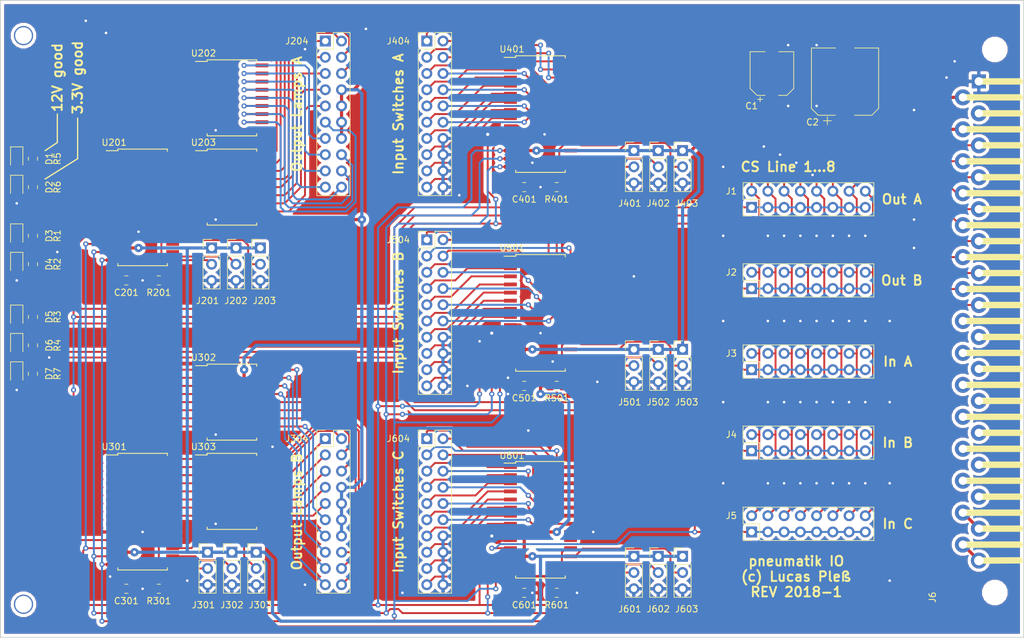
<source format=kicad_pcb>
(kicad_pcb (version 20171130) (host pcbnew 5.0.0)

  (general
    (thickness 1.6)
    (drawings 22)
    (tracks 1265)
    (zones 0)
    (modules 61)
    (nets 161)
  )

  (page A4)
  (layers
    (0 F.Cu signal)
    (31 B.Cu signal)
    (32 B.Adhes user hide)
    (33 F.Adhes user hide)
    (34 B.Paste user hide)
    (35 F.Paste user hide)
    (36 B.SilkS user hide)
    (37 F.SilkS user)
    (38 B.Mask user hide)
    (39 F.Mask user hide)
    (40 Dwgs.User user)
    (41 Cmts.User user)
    (42 Eco1.User user)
    (43 Eco2.User user)
    (44 Edge.Cuts user)
    (45 Margin user hide)
    (46 B.CrtYd user)
    (47 F.CrtYd user)
    (48 B.Fab user)
    (49 F.Fab user)
  )

  (setup
    (last_trace_width 0.3)
    (trace_clearance 0.2)
    (zone_clearance 0.508)
    (zone_45_only no)
    (trace_min 0.2)
    (segment_width 0.2)
    (edge_width 0.15)
    (via_size 0.8)
    (via_drill 0.4)
    (via_min_size 0.4)
    (via_min_drill 0.3)
    (uvia_size 0.3)
    (uvia_drill 0.1)
    (uvias_allowed no)
    (uvia_min_size 0.2)
    (uvia_min_drill 0.1)
    (pcb_text_width 0.3)
    (pcb_text_size 1.5 1.5)
    (mod_edge_width 0.15)
    (mod_text_size 1 1)
    (mod_text_width 0.15)
    (pad_size 1.7 1.7)
    (pad_drill 1)
    (pad_to_mask_clearance 0.2)
    (aux_axis_origin 0 0)
    (visible_elements FEFDFF7F)
    (pcbplotparams
      (layerselection 0x010fc_ffffffff)
      (usegerberextensions false)
      (usegerberattributes false)
      (usegerberadvancedattributes false)
      (creategerberjobfile false)
      (excludeedgelayer true)
      (linewidth 0.100000)
      (plotframeref false)
      (viasonmask false)
      (mode 1)
      (useauxorigin false)
      (hpglpennumber 1)
      (hpglpenspeed 20)
      (hpglpendiameter 15.000000)
      (psnegative false)
      (psa4output false)
      (plotreference true)
      (plotvalue false)
      (plotinvisibletext false)
      (padsonsilk false)
      (subtractmaskfromsilk false)
      (outputformat 1)
      (mirror false)
      (drillshape 0)
      (scaleselection 1)
      (outputdirectory "gerber/"))
  )

  (net 0 "")
  (net 1 +3V3)
  (net 2 GND)
  (net 3 "Net-(J1-Pad6)")
  (net 4 SCK)
  (net 5 MOSI)
  (net 6 MISO)
  (net 7 +12V)
  (net 8 /output1/CS)
  (net 9 "Net-(J1-Pad12)")
  (net 10 "Net-(J1-Pad10)")
  (net 11 "Net-(J1-Pad8)")
  (net 12 /output2/CS)
  (net 13 /input1/CS)
  (net 14 /input2/CS)
  (net 15 /input3/CS)
  (net 16 "Net-(J201-Pad2)")
  (net 17 "Net-(J202-Pad2)")
  (net 18 "Net-(J203-Pad2)")
  (net 19 "Net-(J204-Pad1)")
  (net 20 "Net-(J204-Pad2)")
  (net 21 "Net-(J204-Pad3)")
  (net 22 "Net-(J204-Pad4)")
  (net 23 "Net-(J204-Pad5)")
  (net 24 "Net-(J204-Pad6)")
  (net 25 "Net-(J204-Pad7)")
  (net 26 "Net-(J204-Pad9)")
  (net 27 "Net-(J204-Pad11)")
  (net 28 "Net-(J204-Pad13)")
  (net 29 "Net-(J204-Pad15)")
  (net 30 "Net-(J204-Pad16)")
  (net 31 "Net-(J204-Pad17)")
  (net 32 "Net-(J204-Pad18)")
  (net 33 "Net-(J204-Pad19)")
  (net 34 "Net-(J204-Pad20)")
  (net 35 "Net-(J301-Pad2)")
  (net 36 "Net-(J302-Pad2)")
  (net 37 "Net-(J303-Pad2)")
  (net 38 "Net-(J304-Pad1)")
  (net 39 "Net-(J304-Pad2)")
  (net 40 "Net-(J304-Pad3)")
  (net 41 "Net-(J304-Pad4)")
  (net 42 "Net-(J304-Pad5)")
  (net 43 "Net-(J304-Pad6)")
  (net 44 "Net-(J304-Pad7)")
  (net 45 "Net-(J304-Pad9)")
  (net 46 "Net-(J304-Pad11)")
  (net 47 "Net-(J304-Pad13)")
  (net 48 "Net-(J304-Pad15)")
  (net 49 "Net-(J304-Pad16)")
  (net 50 "Net-(J304-Pad17)")
  (net 51 "Net-(J304-Pad18)")
  (net 52 "Net-(J304-Pad19)")
  (net 53 "Net-(J304-Pad20)")
  (net 54 "Net-(J401-Pad2)")
  (net 55 "Net-(J402-Pad2)")
  (net 56 "Net-(J403-Pad2)")
  (net 57 "Net-(J404-Pad19)")
  (net 58 "Net-(J404-Pad17)")
  (net 59 "Net-(J404-Pad15)")
  (net 60 "Net-(J404-Pad13)")
  (net 61 "Net-(J404-Pad12)")
  (net 62 "Net-(J404-Pad11)")
  (net 63 "Net-(J404-Pad10)")
  (net 64 "Net-(J404-Pad9)")
  (net 65 "Net-(J404-Pad8)")
  (net 66 "Net-(J404-Pad7)")
  (net 67 "Net-(J404-Pad6)")
  (net 68 "Net-(J404-Pad5)")
  (net 69 "Net-(J404-Pad4)")
  (net 70 "Net-(J404-Pad3)")
  (net 71 "Net-(J404-Pad2)")
  (net 72 "Net-(J404-Pad1)")
  (net 73 "Net-(R201-Pad2)")
  (net 74 "Net-(R301-Pad2)")
  (net 75 "Net-(R401-Pad2)")
  (net 76 "Net-(U201-Pad28)")
  (net 77 "Net-(U201-Pad27)")
  (net 78 "Net-(U201-Pad26)")
  (net 79 "Net-(U201-Pad25)")
  (net 80 "Net-(U201-Pad24)")
  (net 81 "Net-(U201-Pad23)")
  (net 82 "Net-(U201-Pad22)")
  (net 83 "Net-(U201-Pad21)")
  (net 84 "Net-(U201-Pad8)")
  (net 85 "Net-(U201-Pad7)")
  (net 86 "Net-(U201-Pad6)")
  (net 87 "Net-(U201-Pad5)")
  (net 88 "Net-(U201-Pad4)")
  (net 89 "Net-(U201-Pad3)")
  (net 90 "Net-(U201-Pad2)")
  (net 91 "Net-(U201-Pad1)")
  (net 92 "Net-(U301-Pad1)")
  (net 93 "Net-(U301-Pad2)")
  (net 94 "Net-(U301-Pad3)")
  (net 95 "Net-(U301-Pad4)")
  (net 96 "Net-(U301-Pad5)")
  (net 97 "Net-(U301-Pad6)")
  (net 98 "Net-(U301-Pad7)")
  (net 99 "Net-(U301-Pad8)")
  (net 100 "Net-(U301-Pad21)")
  (net 101 "Net-(U301-Pad22)")
  (net 102 "Net-(U301-Pad23)")
  (net 103 "Net-(U301-Pad24)")
  (net 104 "Net-(U301-Pad25)")
  (net 105 "Net-(U301-Pad26)")
  (net 106 "Net-(U301-Pad27)")
  (net 107 "Net-(U301-Pad28)")
  (net 108 "Net-(J501-Pad2)")
  (net 109 "Net-(J502-Pad2)")
  (net 110 "Net-(J503-Pad2)")
  (net 111 "Net-(J504-Pad19)")
  (net 112 "Net-(J504-Pad17)")
  (net 113 "Net-(J504-Pad15)")
  (net 114 "Net-(J504-Pad13)")
  (net 115 "Net-(J504-Pad12)")
  (net 116 "Net-(J504-Pad11)")
  (net 117 "Net-(J504-Pad10)")
  (net 118 "Net-(J504-Pad9)")
  (net 119 "Net-(J504-Pad8)")
  (net 120 "Net-(J504-Pad7)")
  (net 121 "Net-(J504-Pad6)")
  (net 122 "Net-(J504-Pad5)")
  (net 123 "Net-(J504-Pad4)")
  (net 124 "Net-(J504-Pad3)")
  (net 125 "Net-(J504-Pad2)")
  (net 126 "Net-(J504-Pad1)")
  (net 127 "Net-(J601-Pad2)")
  (net 128 "Net-(J602-Pad2)")
  (net 129 "Net-(J603-Pad2)")
  (net 130 "Net-(J604-Pad1)")
  (net 131 "Net-(J604-Pad2)")
  (net 132 "Net-(J604-Pad3)")
  (net 133 "Net-(J604-Pad4)")
  (net 134 "Net-(J604-Pad5)")
  (net 135 "Net-(J604-Pad6)")
  (net 136 "Net-(J604-Pad7)")
  (net 137 "Net-(J604-Pad8)")
  (net 138 "Net-(J604-Pad9)")
  (net 139 "Net-(J604-Pad10)")
  (net 140 "Net-(J604-Pad11)")
  (net 141 "Net-(J604-Pad12)")
  (net 142 "Net-(J604-Pad13)")
  (net 143 "Net-(J604-Pad15)")
  (net 144 "Net-(J604-Pad17)")
  (net 145 "Net-(J604-Pad19)")
  (net 146 "Net-(R501-Pad2)")
  (net 147 "Net-(R601-Pad2)")
  (net 148 "Net-(J1-Pad16)")
  (net 149 "Net-(J1-Pad14)")
  (net 150 "Net-(J1-Pad4)")
  (net 151 "Net-(J1-Pad2)")
  (net 152 GNDPWR)
  (net 153 +24V)
  (net 154 "Net-(D1-Pad1)")
  (net 155 "Net-(D2-Pad1)")
  (net 156 "Net-(D3-Pad1)")
  (net 157 "Net-(D4-Pad1)")
  (net 158 "Net-(D5-Pad1)")
  (net 159 "Net-(D6-Pad1)")
  (net 160 "Net-(D7-Pad1)")

  (net_class Default "Dies ist die voreingestellte Netzklasse."
    (clearance 0.2)
    (trace_width 0.3)
    (via_dia 0.8)
    (via_drill 0.4)
    (uvia_dia 0.3)
    (uvia_drill 0.1)
    (add_net /input1/CS)
    (add_net /input2/CS)
    (add_net /input3/CS)
    (add_net /output1/CS)
    (add_net /output2/CS)
    (add_net MISO)
    (add_net MOSI)
    (add_net "Net-(D1-Pad1)")
    (add_net "Net-(D2-Pad1)")
    (add_net "Net-(D3-Pad1)")
    (add_net "Net-(D4-Pad1)")
    (add_net "Net-(D5-Pad1)")
    (add_net "Net-(D6-Pad1)")
    (add_net "Net-(D7-Pad1)")
    (add_net "Net-(J1-Pad10)")
    (add_net "Net-(J1-Pad12)")
    (add_net "Net-(J1-Pad14)")
    (add_net "Net-(J1-Pad16)")
    (add_net "Net-(J1-Pad2)")
    (add_net "Net-(J1-Pad4)")
    (add_net "Net-(J1-Pad6)")
    (add_net "Net-(J1-Pad8)")
    (add_net "Net-(J201-Pad2)")
    (add_net "Net-(J202-Pad2)")
    (add_net "Net-(J203-Pad2)")
    (add_net "Net-(J204-Pad1)")
    (add_net "Net-(J204-Pad11)")
    (add_net "Net-(J204-Pad13)")
    (add_net "Net-(J204-Pad15)")
    (add_net "Net-(J204-Pad16)")
    (add_net "Net-(J204-Pad17)")
    (add_net "Net-(J204-Pad18)")
    (add_net "Net-(J204-Pad19)")
    (add_net "Net-(J204-Pad2)")
    (add_net "Net-(J204-Pad20)")
    (add_net "Net-(J204-Pad3)")
    (add_net "Net-(J204-Pad4)")
    (add_net "Net-(J204-Pad5)")
    (add_net "Net-(J204-Pad6)")
    (add_net "Net-(J204-Pad7)")
    (add_net "Net-(J204-Pad9)")
    (add_net "Net-(J301-Pad2)")
    (add_net "Net-(J302-Pad2)")
    (add_net "Net-(J303-Pad2)")
    (add_net "Net-(J304-Pad1)")
    (add_net "Net-(J304-Pad11)")
    (add_net "Net-(J304-Pad13)")
    (add_net "Net-(J304-Pad15)")
    (add_net "Net-(J304-Pad16)")
    (add_net "Net-(J304-Pad17)")
    (add_net "Net-(J304-Pad18)")
    (add_net "Net-(J304-Pad19)")
    (add_net "Net-(J304-Pad2)")
    (add_net "Net-(J304-Pad20)")
    (add_net "Net-(J304-Pad3)")
    (add_net "Net-(J304-Pad4)")
    (add_net "Net-(J304-Pad5)")
    (add_net "Net-(J304-Pad6)")
    (add_net "Net-(J304-Pad7)")
    (add_net "Net-(J304-Pad9)")
    (add_net "Net-(J401-Pad2)")
    (add_net "Net-(J402-Pad2)")
    (add_net "Net-(J403-Pad2)")
    (add_net "Net-(J404-Pad1)")
    (add_net "Net-(J404-Pad10)")
    (add_net "Net-(J404-Pad11)")
    (add_net "Net-(J404-Pad12)")
    (add_net "Net-(J404-Pad13)")
    (add_net "Net-(J404-Pad15)")
    (add_net "Net-(J404-Pad17)")
    (add_net "Net-(J404-Pad19)")
    (add_net "Net-(J404-Pad2)")
    (add_net "Net-(J404-Pad3)")
    (add_net "Net-(J404-Pad4)")
    (add_net "Net-(J404-Pad5)")
    (add_net "Net-(J404-Pad6)")
    (add_net "Net-(J404-Pad7)")
    (add_net "Net-(J404-Pad8)")
    (add_net "Net-(J404-Pad9)")
    (add_net "Net-(J501-Pad2)")
    (add_net "Net-(J502-Pad2)")
    (add_net "Net-(J503-Pad2)")
    (add_net "Net-(J504-Pad1)")
    (add_net "Net-(J504-Pad10)")
    (add_net "Net-(J504-Pad11)")
    (add_net "Net-(J504-Pad12)")
    (add_net "Net-(J504-Pad13)")
    (add_net "Net-(J504-Pad15)")
    (add_net "Net-(J504-Pad17)")
    (add_net "Net-(J504-Pad19)")
    (add_net "Net-(J504-Pad2)")
    (add_net "Net-(J504-Pad3)")
    (add_net "Net-(J504-Pad4)")
    (add_net "Net-(J504-Pad5)")
    (add_net "Net-(J504-Pad6)")
    (add_net "Net-(J504-Pad7)")
    (add_net "Net-(J504-Pad8)")
    (add_net "Net-(J504-Pad9)")
    (add_net "Net-(J601-Pad2)")
    (add_net "Net-(J602-Pad2)")
    (add_net "Net-(J603-Pad2)")
    (add_net "Net-(J604-Pad1)")
    (add_net "Net-(J604-Pad10)")
    (add_net "Net-(J604-Pad11)")
    (add_net "Net-(J604-Pad12)")
    (add_net "Net-(J604-Pad13)")
    (add_net "Net-(J604-Pad15)")
    (add_net "Net-(J604-Pad17)")
    (add_net "Net-(J604-Pad19)")
    (add_net "Net-(J604-Pad2)")
    (add_net "Net-(J604-Pad3)")
    (add_net "Net-(J604-Pad4)")
    (add_net "Net-(J604-Pad5)")
    (add_net "Net-(J604-Pad6)")
    (add_net "Net-(J604-Pad7)")
    (add_net "Net-(J604-Pad8)")
    (add_net "Net-(J604-Pad9)")
    (add_net "Net-(R201-Pad2)")
    (add_net "Net-(R301-Pad2)")
    (add_net "Net-(R401-Pad2)")
    (add_net "Net-(R501-Pad2)")
    (add_net "Net-(R601-Pad2)")
    (add_net "Net-(U201-Pad1)")
    (add_net "Net-(U201-Pad2)")
    (add_net "Net-(U201-Pad21)")
    (add_net "Net-(U201-Pad22)")
    (add_net "Net-(U201-Pad23)")
    (add_net "Net-(U201-Pad24)")
    (add_net "Net-(U201-Pad25)")
    (add_net "Net-(U201-Pad26)")
    (add_net "Net-(U201-Pad27)")
    (add_net "Net-(U201-Pad28)")
    (add_net "Net-(U201-Pad3)")
    (add_net "Net-(U201-Pad4)")
    (add_net "Net-(U201-Pad5)")
    (add_net "Net-(U201-Pad6)")
    (add_net "Net-(U201-Pad7)")
    (add_net "Net-(U201-Pad8)")
    (add_net "Net-(U301-Pad1)")
    (add_net "Net-(U301-Pad2)")
    (add_net "Net-(U301-Pad21)")
    (add_net "Net-(U301-Pad22)")
    (add_net "Net-(U301-Pad23)")
    (add_net "Net-(U301-Pad24)")
    (add_net "Net-(U301-Pad25)")
    (add_net "Net-(U301-Pad26)")
    (add_net "Net-(U301-Pad27)")
    (add_net "Net-(U301-Pad28)")
    (add_net "Net-(U301-Pad3)")
    (add_net "Net-(U301-Pad4)")
    (add_net "Net-(U301-Pad5)")
    (add_net "Net-(U301-Pad6)")
    (add_net "Net-(U301-Pad7)")
    (add_net "Net-(U301-Pad8)")
    (add_net SCK)
  )

  (net_class Power ""
    (clearance 0.2)
    (trace_width 0.5)
    (via_dia 1.3)
    (via_drill 0.5)
    (uvia_dia 0.3)
    (uvia_drill 0.1)
    (add_net +12V)
    (add_net +24V)
    (add_net +3V3)
    (add_net GND)
    (add_net GNDPWR)
  )

  (module Connector_PinHeader_2.54mm:PinHeader_2x10_P2.54mm_Vertical (layer F.Cu) (tedit 59FED5CC) (tstamp 5B98DF24)
    (at 66.675 37.465)
    (descr "Through hole straight pin header, 2x10, 2.54mm pitch, double rows")
    (tags "Through hole pin header THT 2x10 2.54mm double row")
    (path /5B9E6066/5B9FD66F)
    (fp_text reference J504 (at -4.445 0) (layer F.SilkS)
      (effects (font (size 1 1) (thickness 0.15)))
    )
    (fp_text value Conn_02x10_Odd_Even (at 1.27 25.19) (layer F.Fab)
      (effects (font (size 1 1) (thickness 0.15)))
    )
    (fp_text user %R (at 1.27 11.43 90) (layer F.Fab)
      (effects (font (size 1 1) (thickness 0.15)))
    )
    (fp_line (start 4.35 -1.8) (end -1.8 -1.8) (layer F.CrtYd) (width 0.05))
    (fp_line (start 4.35 24.65) (end 4.35 -1.8) (layer F.CrtYd) (width 0.05))
    (fp_line (start -1.8 24.65) (end 4.35 24.65) (layer F.CrtYd) (width 0.05))
    (fp_line (start -1.8 -1.8) (end -1.8 24.65) (layer F.CrtYd) (width 0.05))
    (fp_line (start -1.33 -1.33) (end 0 -1.33) (layer F.SilkS) (width 0.12))
    (fp_line (start -1.33 0) (end -1.33 -1.33) (layer F.SilkS) (width 0.12))
    (fp_line (start 1.27 -1.33) (end 3.87 -1.33) (layer F.SilkS) (width 0.12))
    (fp_line (start 1.27 1.27) (end 1.27 -1.33) (layer F.SilkS) (width 0.12))
    (fp_line (start -1.33 1.27) (end 1.27 1.27) (layer F.SilkS) (width 0.12))
    (fp_line (start 3.87 -1.33) (end 3.87 24.19) (layer F.SilkS) (width 0.12))
    (fp_line (start -1.33 1.27) (end -1.33 24.19) (layer F.SilkS) (width 0.12))
    (fp_line (start -1.33 24.19) (end 3.87 24.19) (layer F.SilkS) (width 0.12))
    (fp_line (start -1.27 0) (end 0 -1.27) (layer F.Fab) (width 0.1))
    (fp_line (start -1.27 24.13) (end -1.27 0) (layer F.Fab) (width 0.1))
    (fp_line (start 3.81 24.13) (end -1.27 24.13) (layer F.Fab) (width 0.1))
    (fp_line (start 3.81 -1.27) (end 3.81 24.13) (layer F.Fab) (width 0.1))
    (fp_line (start 0 -1.27) (end 3.81 -1.27) (layer F.Fab) (width 0.1))
    (pad 20 thru_hole oval (at 2.54 22.86) (size 1.7 1.7) (drill 1) (layers *.Cu *.Mask)
      (net 2 GND))
    (pad 19 thru_hole oval (at 0 22.86) (size 1.7 1.7) (drill 1) (layers *.Cu *.Mask)
      (net 111 "Net-(J504-Pad19)"))
    (pad 18 thru_hole oval (at 2.54 20.32) (size 1.7 1.7) (drill 1) (layers *.Cu *.Mask)
      (net 2 GND))
    (pad 17 thru_hole oval (at 0 20.32) (size 1.7 1.7) (drill 1) (layers *.Cu *.Mask)
      (net 112 "Net-(J504-Pad17)"))
    (pad 16 thru_hole oval (at 2.54 17.78) (size 1.7 1.7) (drill 1) (layers *.Cu *.Mask)
      (net 2 GND))
    (pad 15 thru_hole oval (at 0 17.78) (size 1.7 1.7) (drill 1) (layers *.Cu *.Mask)
      (net 113 "Net-(J504-Pad15)"))
    (pad 14 thru_hole oval (at 2.54 15.24) (size 1.7 1.7) (drill 1) (layers *.Cu *.Mask)
      (net 2 GND))
    (pad 13 thru_hole oval (at 0 15.24) (size 1.7 1.7) (drill 1) (layers *.Cu *.Mask)
      (net 114 "Net-(J504-Pad13)"))
    (pad 12 thru_hole oval (at 2.54 12.7) (size 1.7 1.7) (drill 1) (layers *.Cu *.Mask)
      (net 115 "Net-(J504-Pad12)"))
    (pad 11 thru_hole oval (at 0 12.7) (size 1.7 1.7) (drill 1) (layers *.Cu *.Mask)
      (net 116 "Net-(J504-Pad11)"))
    (pad 10 thru_hole oval (at 2.54 10.16) (size 1.7 1.7) (drill 1) (layers *.Cu *.Mask)
      (net 117 "Net-(J504-Pad10)"))
    (pad 9 thru_hole oval (at 0 10.16) (size 1.7 1.7) (drill 1) (layers *.Cu *.Mask)
      (net 118 "Net-(J504-Pad9)"))
    (pad 8 thru_hole oval (at 2.54 7.62) (size 1.7 1.7) (drill 1) (layers *.Cu *.Mask)
      (net 119 "Net-(J504-Pad8)"))
    (pad 7 thru_hole oval (at 0 7.62) (size 1.7 1.7) (drill 1) (layers *.Cu *.Mask)
      (net 120 "Net-(J504-Pad7)"))
    (pad 6 thru_hole oval (at 2.54 5.08) (size 1.7 1.7) (drill 1) (layers *.Cu *.Mask)
      (net 121 "Net-(J504-Pad6)"))
    (pad 5 thru_hole oval (at 0 5.08) (size 1.7 1.7) (drill 1) (layers *.Cu *.Mask)
      (net 122 "Net-(J504-Pad5)"))
    (pad 4 thru_hole oval (at 2.54 2.54) (size 1.7 1.7) (drill 1) (layers *.Cu *.Mask)
      (net 123 "Net-(J504-Pad4)"))
    (pad 3 thru_hole oval (at 0 2.54) (size 1.7 1.7) (drill 1) (layers *.Cu *.Mask)
      (net 124 "Net-(J504-Pad3)"))
    (pad 2 thru_hole oval (at 2.54 0) (size 1.7 1.7) (drill 1) (layers *.Cu *.Mask)
      (net 125 "Net-(J504-Pad2)"))
    (pad 1 thru_hole rect (at 0 0) (size 1.7 1.7) (drill 1) (layers *.Cu *.Mask)
      (net 126 "Net-(J504-Pad1)"))
    (model ${KISYS3DMOD}/Connector_PinHeader_2.54mm.3dshapes/PinHeader_2x10_P2.54mm_Vertical.wrl
      (at (xyz 0 0 0))
      (scale (xyz 1 1 1))
      (rotate (xyz 0 0 0))
    )
  )

  (module Connector_PinHeader_2.54mm:PinHeader_2x10_P2.54mm_Vertical (layer F.Cu) (tedit 59FED5CC) (tstamp 5B98DF93)
    (at 66.675 68.58)
    (descr "Through hole straight pin header, 2x10, 2.54mm pitch, double rows")
    (tags "Through hole pin header THT 2x10 2.54mm double row")
    (path /5B9E6079/5B9FD66F)
    (fp_text reference J604 (at -4.445 0) (layer F.SilkS)
      (effects (font (size 1 1) (thickness 0.15)))
    )
    (fp_text value Conn_02x10_Odd_Even (at 1.27 25.19) (layer F.Fab)
      (effects (font (size 1 1) (thickness 0.15)))
    )
    (fp_text user %R (at 1.27 11.43 90) (layer F.Fab)
      (effects (font (size 1 1) (thickness 0.15)))
    )
    (fp_line (start 4.35 -1.8) (end -1.8 -1.8) (layer F.CrtYd) (width 0.05))
    (fp_line (start 4.35 24.65) (end 4.35 -1.8) (layer F.CrtYd) (width 0.05))
    (fp_line (start -1.8 24.65) (end 4.35 24.65) (layer F.CrtYd) (width 0.05))
    (fp_line (start -1.8 -1.8) (end -1.8 24.65) (layer F.CrtYd) (width 0.05))
    (fp_line (start -1.33 -1.33) (end 0 -1.33) (layer F.SilkS) (width 0.12))
    (fp_line (start -1.33 0) (end -1.33 -1.33) (layer F.SilkS) (width 0.12))
    (fp_line (start 1.27 -1.33) (end 3.87 -1.33) (layer F.SilkS) (width 0.12))
    (fp_line (start 1.27 1.27) (end 1.27 -1.33) (layer F.SilkS) (width 0.12))
    (fp_line (start -1.33 1.27) (end 1.27 1.27) (layer F.SilkS) (width 0.12))
    (fp_line (start 3.87 -1.33) (end 3.87 24.19) (layer F.SilkS) (width 0.12))
    (fp_line (start -1.33 1.27) (end -1.33 24.19) (layer F.SilkS) (width 0.12))
    (fp_line (start -1.33 24.19) (end 3.87 24.19) (layer F.SilkS) (width 0.12))
    (fp_line (start -1.27 0) (end 0 -1.27) (layer F.Fab) (width 0.1))
    (fp_line (start -1.27 24.13) (end -1.27 0) (layer F.Fab) (width 0.1))
    (fp_line (start 3.81 24.13) (end -1.27 24.13) (layer F.Fab) (width 0.1))
    (fp_line (start 3.81 -1.27) (end 3.81 24.13) (layer F.Fab) (width 0.1))
    (fp_line (start 0 -1.27) (end 3.81 -1.27) (layer F.Fab) (width 0.1))
    (pad 20 thru_hole oval (at 2.54 22.86) (size 1.7 1.7) (drill 1) (layers *.Cu *.Mask)
      (net 2 GND))
    (pad 19 thru_hole oval (at 0 22.86) (size 1.7 1.7) (drill 1) (layers *.Cu *.Mask)
      (net 145 "Net-(J604-Pad19)"))
    (pad 18 thru_hole oval (at 2.54 20.32) (size 1.7 1.7) (drill 1) (layers *.Cu *.Mask)
      (net 2 GND))
    (pad 17 thru_hole oval (at 0 20.32) (size 1.7 1.7) (drill 1) (layers *.Cu *.Mask)
      (net 144 "Net-(J604-Pad17)"))
    (pad 16 thru_hole oval (at 2.54 17.78) (size 1.7 1.7) (drill 1) (layers *.Cu *.Mask)
      (net 2 GND))
    (pad 15 thru_hole oval (at 0 17.78) (size 1.7 1.7) (drill 1) (layers *.Cu *.Mask)
      (net 143 "Net-(J604-Pad15)"))
    (pad 14 thru_hole oval (at 2.54 15.24) (size 1.7 1.7) (drill 1) (layers *.Cu *.Mask)
      (net 2 GND))
    (pad 13 thru_hole oval (at 0 15.24) (size 1.7 1.7) (drill 1) (layers *.Cu *.Mask)
      (net 142 "Net-(J604-Pad13)"))
    (pad 12 thru_hole oval (at 2.54 12.7) (size 1.7 1.7) (drill 1) (layers *.Cu *.Mask)
      (net 141 "Net-(J604-Pad12)"))
    (pad 11 thru_hole oval (at 0 12.7) (size 1.7 1.7) (drill 1) (layers *.Cu *.Mask)
      (net 140 "Net-(J604-Pad11)"))
    (pad 10 thru_hole oval (at 2.54 10.16) (size 1.7 1.7) (drill 1) (layers *.Cu *.Mask)
      (net 139 "Net-(J604-Pad10)"))
    (pad 9 thru_hole oval (at 0 10.16) (size 1.7 1.7) (drill 1) (layers *.Cu *.Mask)
      (net 138 "Net-(J604-Pad9)"))
    (pad 8 thru_hole oval (at 2.54 7.62) (size 1.7 1.7) (drill 1) (layers *.Cu *.Mask)
      (net 137 "Net-(J604-Pad8)"))
    (pad 7 thru_hole oval (at 0 7.62) (size 1.7 1.7) (drill 1) (layers *.Cu *.Mask)
      (net 136 "Net-(J604-Pad7)"))
    (pad 6 thru_hole oval (at 2.54 5.08) (size 1.7 1.7) (drill 1) (layers *.Cu *.Mask)
      (net 135 "Net-(J604-Pad6)"))
    (pad 5 thru_hole oval (at 0 5.08) (size 1.7 1.7) (drill 1) (layers *.Cu *.Mask)
      (net 134 "Net-(J604-Pad5)"))
    (pad 4 thru_hole oval (at 2.54 2.54) (size 1.7 1.7) (drill 1) (layers *.Cu *.Mask)
      (net 133 "Net-(J604-Pad4)"))
    (pad 3 thru_hole oval (at 0 2.54) (size 1.7 1.7) (drill 1) (layers *.Cu *.Mask)
      (net 132 "Net-(J604-Pad3)"))
    (pad 2 thru_hole oval (at 2.54 0) (size 1.7 1.7) (drill 1) (layers *.Cu *.Mask)
      (net 131 "Net-(J604-Pad2)"))
    (pad 1 thru_hole rect (at 0 0) (size 1.7 1.7) (drill 1) (layers *.Cu *.Mask)
      (net 130 "Net-(J604-Pad1)"))
    (model ${KISYS3DMOD}/Connector_PinHeader_2.54mm.3dshapes/PinHeader_2x10_P2.54mm_Vertical.wrl
      (at (xyz 0 0 0))
      (scale (xyz 1 1 1))
      (rotate (xyz 0 0 0))
    )
  )

  (module Capacitor_SMD:C_0805_2012Metric_Pad1.15x1.40mm_HandSolder (layer F.Cu) (tedit 5B36C52B) (tstamp 5BA61CB8)
    (at 81.915 92.71)
    (descr "Capacitor SMD 0805 (2012 Metric), square (rectangular) end terminal, IPC_7351 nominal with elongated pad for handsoldering. (Body size source: https://docs.google.com/spreadsheets/d/1BsfQQcO9C6DZCsRaXUlFlo91Tg2WpOkGARC1WS5S8t0/edit?usp=sharing), generated with kicad-footprint-generator")
    (tags "capacitor handsolder")
    (path /5B9E6079/5BAD6E59)
    (attr smd)
    (fp_text reference C601 (at 0 1.905) (layer F.SilkS)
      (effects (font (size 1 1) (thickness 0.15)))
    )
    (fp_text value 100n (at 0 1.65) (layer F.Fab)
      (effects (font (size 1 1) (thickness 0.15)))
    )
    (fp_text user %R (at 0 -0.635) (layer F.Fab)
      (effects (font (size 0.5 0.5) (thickness 0.08)))
    )
    (fp_line (start 1.85 0.95) (end -1.85 0.95) (layer F.CrtYd) (width 0.05))
    (fp_line (start 1.85 -0.95) (end 1.85 0.95) (layer F.CrtYd) (width 0.05))
    (fp_line (start -1.85 -0.95) (end 1.85 -0.95) (layer F.CrtYd) (width 0.05))
    (fp_line (start -1.85 0.95) (end -1.85 -0.95) (layer F.CrtYd) (width 0.05))
    (fp_line (start -0.261252 0.71) (end 0.261252 0.71) (layer F.SilkS) (width 0.12))
    (fp_line (start -0.261252 -0.71) (end 0.261252 -0.71) (layer F.SilkS) (width 0.12))
    (fp_line (start 1 0.6) (end -1 0.6) (layer F.Fab) (width 0.1))
    (fp_line (start 1 -0.6) (end 1 0.6) (layer F.Fab) (width 0.1))
    (fp_line (start -1 -0.6) (end 1 -0.6) (layer F.Fab) (width 0.1))
    (fp_line (start -1 0.6) (end -1 -0.6) (layer F.Fab) (width 0.1))
    (pad 2 smd roundrect (at 1.025 0) (size 1.15 1.4) (layers F.Cu F.Paste F.Mask) (roundrect_rratio 0.217391)
      (net 2 GND))
    (pad 1 smd roundrect (at -1.025 0) (size 1.15 1.4) (layers F.Cu F.Paste F.Mask) (roundrect_rratio 0.217391)
      (net 1 +3V3))
    (model ${KISYS3DMOD}/Capacitor_SMD.3dshapes/C_0805_2012Metric.wrl
      (at (xyz 0 0 0))
      (scale (xyz 1 1 1))
      (rotate (xyz 0 0 0))
    )
  )

  (module Connector_PinHeader_2.54mm:PinHeader_1x03_P2.54mm_Vertical (layer F.Cu) (tedit 59FED5CC) (tstamp 5BA57BCC)
    (at 102.87 23.495)
    (descr "Through hole straight pin header, 1x03, 2.54mm pitch, single row")
    (tags "Through hole pin header THT 1x03 2.54mm single row")
    (path /5B9B58D2/5BAD6E55)
    (fp_text reference J402 (at 0 8.255) (layer F.SilkS)
      (effects (font (size 1 1) (thickness 0.15)))
    )
    (fp_text value Conn_01x03 (at 0 7.41) (layer F.Fab)
      (effects (font (size 1 1) (thickness 0.15)))
    )
    (fp_line (start -0.635 -1.27) (end 1.27 -1.27) (layer F.Fab) (width 0.1))
    (fp_line (start 1.27 -1.27) (end 1.27 6.35) (layer F.Fab) (width 0.1))
    (fp_line (start 1.27 6.35) (end -1.27 6.35) (layer F.Fab) (width 0.1))
    (fp_line (start -1.27 6.35) (end -1.27 -0.635) (layer F.Fab) (width 0.1))
    (fp_line (start -1.27 -0.635) (end -0.635 -1.27) (layer F.Fab) (width 0.1))
    (fp_line (start -1.33 6.41) (end 1.33 6.41) (layer F.SilkS) (width 0.12))
    (fp_line (start -1.33 1.27) (end -1.33 6.41) (layer F.SilkS) (width 0.12))
    (fp_line (start 1.33 1.27) (end 1.33 6.41) (layer F.SilkS) (width 0.12))
    (fp_line (start -1.33 1.27) (end 1.33 1.27) (layer F.SilkS) (width 0.12))
    (fp_line (start -1.33 0) (end -1.33 -1.33) (layer F.SilkS) (width 0.12))
    (fp_line (start -1.33 -1.33) (end 0 -1.33) (layer F.SilkS) (width 0.12))
    (fp_line (start -1.8 -1.8) (end -1.8 6.85) (layer F.CrtYd) (width 0.05))
    (fp_line (start -1.8 6.85) (end 1.8 6.85) (layer F.CrtYd) (width 0.05))
    (fp_line (start 1.8 6.85) (end 1.8 -1.8) (layer F.CrtYd) (width 0.05))
    (fp_line (start 1.8 -1.8) (end -1.8 -1.8) (layer F.CrtYd) (width 0.05))
    (fp_text user %R (at 0 2.54 90) (layer F.Fab)
      (effects (font (size 1 1) (thickness 0.15)))
    )
    (pad 1 thru_hole rect (at 0 0) (size 1.7 1.7) (drill 1) (layers *.Cu *.Mask)
      (net 1 +3V3))
    (pad 2 thru_hole oval (at 0 2.54) (size 1.7 1.7) (drill 1) (layers *.Cu *.Mask)
      (net 55 "Net-(J402-Pad2)"))
    (pad 3 thru_hole oval (at 0 5.08) (size 1.7 1.7) (drill 1) (layers *.Cu *.Mask)
      (net 2 GND))
    (model ${KISYS3DMOD}/Connector_PinHeader_2.54mm.3dshapes/PinHeader_1x03_P2.54mm_Vertical.wrl
      (at (xyz 0 0 0))
      (scale (xyz 1 1 1))
      (rotate (xyz 0 0 0))
    )
  )

  (module Package_SO:SOIC-28W_7.5x17.9mm_P1.27mm (layer F.Cu) (tedit 5A02F2D3) (tstamp 5BA5DDD0)
    (at 22.225 80.01)
    (descr "28-Lead Plastic Small Outline (SO) - Wide, 7.50 mm Body [SOIC] (see Microchip Packaging Specification 00000049BS.pdf)")
    (tags "SOIC 1.27")
    (path /5BA49184/5BAD6E4F)
    (attr smd)
    (fp_text reference U301 (at -4.445 -10.16) (layer F.SilkS)
      (effects (font (size 1 1) (thickness 0.15)))
    )
    (fp_text value MCP23S17 (at 0 10.05) (layer F.Fab)
      (effects (font (size 1 1) (thickness 0.15)))
    )
    (fp_line (start -3.875 -8.875) (end -5.7 -8.875) (layer F.SilkS) (width 0.15))
    (fp_line (start -3.875 9.125) (end 3.875 9.125) (layer F.SilkS) (width 0.15))
    (fp_line (start -3.875 -9.125) (end 3.875 -9.125) (layer F.SilkS) (width 0.15))
    (fp_line (start -3.875 9.125) (end -3.875 8.78) (layer F.SilkS) (width 0.15))
    (fp_line (start 3.875 9.125) (end 3.875 8.78) (layer F.SilkS) (width 0.15))
    (fp_line (start 3.875 -9.125) (end 3.875 -8.78) (layer F.SilkS) (width 0.15))
    (fp_line (start -3.875 -9.125) (end -3.875 -8.875) (layer F.SilkS) (width 0.15))
    (fp_line (start -5.95 9.3) (end 5.95 9.3) (layer F.CrtYd) (width 0.05))
    (fp_line (start -5.95 -9.3) (end 5.95 -9.3) (layer F.CrtYd) (width 0.05))
    (fp_line (start 5.95 -9.3) (end 5.95 9.3) (layer F.CrtYd) (width 0.05))
    (fp_line (start -5.95 -9.3) (end -5.95 9.3) (layer F.CrtYd) (width 0.05))
    (fp_line (start -3.75 -7.95) (end -2.75 -8.95) (layer F.Fab) (width 0.15))
    (fp_line (start -3.75 8.95) (end -3.75 -7.95) (layer F.Fab) (width 0.15))
    (fp_line (start 3.75 8.95) (end -3.75 8.95) (layer F.Fab) (width 0.15))
    (fp_line (start 3.75 -8.95) (end 3.75 8.95) (layer F.Fab) (width 0.15))
    (fp_line (start -2.75 -8.95) (end 3.75 -8.95) (layer F.Fab) (width 0.15))
    (fp_text user %R (at 0 0) (layer F.Fab)
      (effects (font (size 1 1) (thickness 0.15)))
    )
    (pad 28 smd rect (at 4.7 -8.255) (size 2 0.6) (layers F.Cu F.Paste F.Mask)
      (net 107 "Net-(U301-Pad28)"))
    (pad 27 smd rect (at 4.7 -6.985) (size 2 0.6) (layers F.Cu F.Paste F.Mask)
      (net 106 "Net-(U301-Pad27)"))
    (pad 26 smd rect (at 4.7 -5.715) (size 2 0.6) (layers F.Cu F.Paste F.Mask)
      (net 105 "Net-(U301-Pad26)"))
    (pad 25 smd rect (at 4.7 -4.445) (size 2 0.6) (layers F.Cu F.Paste F.Mask)
      (net 104 "Net-(U301-Pad25)"))
    (pad 24 smd rect (at 4.7 -3.175) (size 2 0.6) (layers F.Cu F.Paste F.Mask)
      (net 103 "Net-(U301-Pad24)"))
    (pad 23 smd rect (at 4.7 -1.905) (size 2 0.6) (layers F.Cu F.Paste F.Mask)
      (net 102 "Net-(U301-Pad23)"))
    (pad 22 smd rect (at 4.7 -0.635) (size 2 0.6) (layers F.Cu F.Paste F.Mask)
      (net 101 "Net-(U301-Pad22)"))
    (pad 21 smd rect (at 4.7 0.635) (size 2 0.6) (layers F.Cu F.Paste F.Mask)
      (net 100 "Net-(U301-Pad21)"))
    (pad 20 smd rect (at 4.7 1.905) (size 2 0.6) (layers F.Cu F.Paste F.Mask))
    (pad 19 smd rect (at 4.7 3.175) (size 2 0.6) (layers F.Cu F.Paste F.Mask))
    (pad 18 smd rect (at 4.7 4.445) (size 2 0.6) (layers F.Cu F.Paste F.Mask)
      (net 74 "Net-(R301-Pad2)"))
    (pad 17 smd rect (at 4.7 5.715) (size 2 0.6) (layers F.Cu F.Paste F.Mask)
      (net 37 "Net-(J303-Pad2)"))
    (pad 16 smd rect (at 4.7 6.985) (size 2 0.6) (layers F.Cu F.Paste F.Mask)
      (net 36 "Net-(J302-Pad2)"))
    (pad 15 smd rect (at 4.7 8.255) (size 2 0.6) (layers F.Cu F.Paste F.Mask)
      (net 35 "Net-(J301-Pad2)"))
    (pad 14 smd rect (at -4.7 8.255) (size 2 0.6) (layers F.Cu F.Paste F.Mask)
      (net 6 MISO))
    (pad 13 smd rect (at -4.7 6.985) (size 2 0.6) (layers F.Cu F.Paste F.Mask)
      (net 5 MOSI))
    (pad 12 smd rect (at -4.7 5.715) (size 2 0.6) (layers F.Cu F.Paste F.Mask)
      (net 4 SCK))
    (pad 11 smd rect (at -4.7 4.445) (size 2 0.6) (layers F.Cu F.Paste F.Mask)
      (net 12 /output2/CS))
    (pad 10 smd rect (at -4.7 3.175) (size 2 0.6) (layers F.Cu F.Paste F.Mask)
      (net 2 GND))
    (pad 9 smd rect (at -4.7 1.905) (size 2 0.6) (layers F.Cu F.Paste F.Mask)
      (net 1 +3V3))
    (pad 8 smd rect (at -4.7 0.635) (size 2 0.6) (layers F.Cu F.Paste F.Mask)
      (net 99 "Net-(U301-Pad8)"))
    (pad 7 smd rect (at -4.7 -0.635) (size 2 0.6) (layers F.Cu F.Paste F.Mask)
      (net 98 "Net-(U301-Pad7)"))
    (pad 6 smd rect (at -4.7 -1.905) (size 2 0.6) (layers F.Cu F.Paste F.Mask)
      (net 97 "Net-(U301-Pad6)"))
    (pad 5 smd rect (at -4.7 -3.175) (size 2 0.6) (layers F.Cu F.Paste F.Mask)
      (net 96 "Net-(U301-Pad5)"))
    (pad 4 smd rect (at -4.7 -4.445) (size 2 0.6) (layers F.Cu F.Paste F.Mask)
      (net 95 "Net-(U301-Pad4)"))
    (pad 3 smd rect (at -4.7 -5.715) (size 2 0.6) (layers F.Cu F.Paste F.Mask)
      (net 94 "Net-(U301-Pad3)"))
    (pad 2 smd rect (at -4.7 -6.985) (size 2 0.6) (layers F.Cu F.Paste F.Mask)
      (net 93 "Net-(U301-Pad2)"))
    (pad 1 smd rect (at -4.7 -8.255) (size 2 0.6) (layers F.Cu F.Paste F.Mask)
      (net 92 "Net-(U301-Pad1)"))
    (model ${KISYS3DMOD}/Package_SO.3dshapes/SOIC-28W_7.5x17.9mm_P1.27mm.wrl
      (at (xyz 0 0 0))
      (scale (xyz 1 1 1))
      (rotate (xyz 0 0 0))
    )
  )

  (module Capacitor_SMD:C_0805_2012Metric_Pad1.15x1.40mm_HandSolder (layer F.Cu) (tedit 5B36C52B) (tstamp 5BA551EC)
    (at 81.915 29.21)
    (descr "Capacitor SMD 0805 (2012 Metric), square (rectangular) end terminal, IPC_7351 nominal with elongated pad for handsoldering. (Body size source: https://docs.google.com/spreadsheets/d/1BsfQQcO9C6DZCsRaXUlFlo91Tg2WpOkGARC1WS5S8t0/edit?usp=sharing), generated with kicad-footprint-generator")
    (tags "capacitor handsolder")
    (path /5B9B58D2/5BAD6E59)
    (attr smd)
    (fp_text reference C401 (at 0 1.905) (layer F.SilkS)
      (effects (font (size 1 1) (thickness 0.15)))
    )
    (fp_text value 100n (at 0 1.65) (layer F.Fab)
      (effects (font (size 1 1) (thickness 0.15)))
    )
    (fp_text user %R (at 0 0) (layer F.Fab)
      (effects (font (size 0.5 0.5) (thickness 0.08)))
    )
    (fp_line (start 1.85 0.95) (end -1.85 0.95) (layer F.CrtYd) (width 0.05))
    (fp_line (start 1.85 -0.95) (end 1.85 0.95) (layer F.CrtYd) (width 0.05))
    (fp_line (start -1.85 -0.95) (end 1.85 -0.95) (layer F.CrtYd) (width 0.05))
    (fp_line (start -1.85 0.95) (end -1.85 -0.95) (layer F.CrtYd) (width 0.05))
    (fp_line (start -0.261252 0.71) (end 0.261252 0.71) (layer F.SilkS) (width 0.12))
    (fp_line (start -0.261252 -0.71) (end 0.261252 -0.71) (layer F.SilkS) (width 0.12))
    (fp_line (start 1 0.6) (end -1 0.6) (layer F.Fab) (width 0.1))
    (fp_line (start 1 -0.6) (end 1 0.6) (layer F.Fab) (width 0.1))
    (fp_line (start -1 -0.6) (end 1 -0.6) (layer F.Fab) (width 0.1))
    (fp_line (start -1 0.6) (end -1 -0.6) (layer F.Fab) (width 0.1))
    (pad 2 smd roundrect (at 1.025 0) (size 1.15 1.4) (layers F.Cu F.Paste F.Mask) (roundrect_rratio 0.217391)
      (net 2 GND))
    (pad 1 smd roundrect (at -1.025 0) (size 1.15 1.4) (layers F.Cu F.Paste F.Mask) (roundrect_rratio 0.217391)
      (net 1 +3V3))
    (model ${KISYS3DMOD}/Capacitor_SMD.3dshapes/C_0805_2012Metric.wrl
      (at (xyz 0 0 0))
      (scale (xyz 1 1 1))
      (rotate (xyz 0 0 0))
    )
  )

  (module Package_SO:SOIC-28W_7.5x17.9mm_P1.27mm (layer F.Cu) (tedit 5A02F2D3) (tstamp 5BA55655)
    (at 84.455 17.78)
    (descr "28-Lead Plastic Small Outline (SO) - Wide, 7.50 mm Body [SOIC] (see Microchip Packaging Specification 00000049BS.pdf)")
    (tags "SOIC 1.27")
    (path /5B9B58D2/5B9FD686)
    (attr smd)
    (fp_text reference U401 (at -4.445 -10.16) (layer F.SilkS)
      (effects (font (size 1 1) (thickness 0.15)))
    )
    (fp_text value MCP23S17 (at 0 10.05) (layer F.Fab)
      (effects (font (size 1 1) (thickness 0.15)))
    )
    (fp_line (start -3.875 -8.875) (end -5.7 -8.875) (layer F.SilkS) (width 0.15))
    (fp_line (start -3.875 9.125) (end 3.875 9.125) (layer F.SilkS) (width 0.15))
    (fp_line (start -3.875 -9.125) (end 3.875 -9.125) (layer F.SilkS) (width 0.15))
    (fp_line (start -3.875 9.125) (end -3.875 8.78) (layer F.SilkS) (width 0.15))
    (fp_line (start 3.875 9.125) (end 3.875 8.78) (layer F.SilkS) (width 0.15))
    (fp_line (start 3.875 -9.125) (end 3.875 -8.78) (layer F.SilkS) (width 0.15))
    (fp_line (start -3.875 -9.125) (end -3.875 -8.875) (layer F.SilkS) (width 0.15))
    (fp_line (start -5.95 9.3) (end 5.95 9.3) (layer F.CrtYd) (width 0.05))
    (fp_line (start -5.95 -9.3) (end 5.95 -9.3) (layer F.CrtYd) (width 0.05))
    (fp_line (start 5.95 -9.3) (end 5.95 9.3) (layer F.CrtYd) (width 0.05))
    (fp_line (start -5.95 -9.3) (end -5.95 9.3) (layer F.CrtYd) (width 0.05))
    (fp_line (start -3.75 -7.95) (end -2.75 -8.95) (layer F.Fab) (width 0.15))
    (fp_line (start -3.75 8.95) (end -3.75 -7.95) (layer F.Fab) (width 0.15))
    (fp_line (start 3.75 8.95) (end -3.75 8.95) (layer F.Fab) (width 0.15))
    (fp_line (start 3.75 -8.95) (end 3.75 8.95) (layer F.Fab) (width 0.15))
    (fp_line (start -2.75 -8.95) (end 3.75 -8.95) (layer F.Fab) (width 0.15))
    (fp_text user %R (at 0 0) (layer F.Fab)
      (effects (font (size 1 1) (thickness 0.15)))
    )
    (pad 28 smd rect (at 4.7 -8.255) (size 2 0.6) (layers F.Cu F.Paste F.Mask)
      (net 70 "Net-(J404-Pad3)"))
    (pad 27 smd rect (at 4.7 -6.985) (size 2 0.6) (layers F.Cu F.Paste F.Mask)
      (net 72 "Net-(J404-Pad1)"))
    (pad 26 smd rect (at 4.7 -5.715) (size 2 0.6) (layers F.Cu F.Paste F.Mask)
      (net 71 "Net-(J404-Pad2)"))
    (pad 25 smd rect (at 4.7 -4.445) (size 2 0.6) (layers F.Cu F.Paste F.Mask)
      (net 69 "Net-(J404-Pad4)"))
    (pad 24 smd rect (at 4.7 -3.175) (size 2 0.6) (layers F.Cu F.Paste F.Mask)
      (net 67 "Net-(J404-Pad6)"))
    (pad 23 smd rect (at 4.7 -1.905) (size 2 0.6) (layers F.Cu F.Paste F.Mask)
      (net 65 "Net-(J404-Pad8)"))
    (pad 22 smd rect (at 4.7 -0.635) (size 2 0.6) (layers F.Cu F.Paste F.Mask)
      (net 63 "Net-(J404-Pad10)"))
    (pad 21 smd rect (at 4.7 0.635) (size 2 0.6) (layers F.Cu F.Paste F.Mask)
      (net 61 "Net-(J404-Pad12)"))
    (pad 20 smd rect (at 4.7 1.905) (size 2 0.6) (layers F.Cu F.Paste F.Mask))
    (pad 19 smd rect (at 4.7 3.175) (size 2 0.6) (layers F.Cu F.Paste F.Mask))
    (pad 18 smd rect (at 4.7 4.445) (size 2 0.6) (layers F.Cu F.Paste F.Mask)
      (net 75 "Net-(R401-Pad2)"))
    (pad 17 smd rect (at 4.7 5.715) (size 2 0.6) (layers F.Cu F.Paste F.Mask)
      (net 56 "Net-(J403-Pad2)"))
    (pad 16 smd rect (at 4.7 6.985) (size 2 0.6) (layers F.Cu F.Paste F.Mask)
      (net 55 "Net-(J402-Pad2)"))
    (pad 15 smd rect (at 4.7 8.255) (size 2 0.6) (layers F.Cu F.Paste F.Mask)
      (net 54 "Net-(J401-Pad2)"))
    (pad 14 smd rect (at -4.7 8.255) (size 2 0.6) (layers F.Cu F.Paste F.Mask)
      (net 6 MISO))
    (pad 13 smd rect (at -4.7 6.985) (size 2 0.6) (layers F.Cu F.Paste F.Mask)
      (net 5 MOSI))
    (pad 12 smd rect (at -4.7 5.715) (size 2 0.6) (layers F.Cu F.Paste F.Mask)
      (net 4 SCK))
    (pad 11 smd rect (at -4.7 4.445) (size 2 0.6) (layers F.Cu F.Paste F.Mask)
      (net 13 /input1/CS))
    (pad 10 smd rect (at -4.7 3.175) (size 2 0.6) (layers F.Cu F.Paste F.Mask)
      (net 2 GND))
    (pad 9 smd rect (at -4.7 1.905) (size 2 0.6) (layers F.Cu F.Paste F.Mask)
      (net 1 +3V3))
    (pad 8 smd rect (at -4.7 0.635) (size 2 0.6) (layers F.Cu F.Paste F.Mask)
      (net 57 "Net-(J404-Pad19)"))
    (pad 7 smd rect (at -4.7 -0.635) (size 2 0.6) (layers F.Cu F.Paste F.Mask)
      (net 58 "Net-(J404-Pad17)"))
    (pad 6 smd rect (at -4.7 -1.905) (size 2 0.6) (layers F.Cu F.Paste F.Mask)
      (net 59 "Net-(J404-Pad15)"))
    (pad 5 smd rect (at -4.7 -3.175) (size 2 0.6) (layers F.Cu F.Paste F.Mask)
      (net 60 "Net-(J404-Pad13)"))
    (pad 4 smd rect (at -4.7 -4.445) (size 2 0.6) (layers F.Cu F.Paste F.Mask)
      (net 62 "Net-(J404-Pad11)"))
    (pad 3 smd rect (at -4.7 -5.715) (size 2 0.6) (layers F.Cu F.Paste F.Mask)
      (net 64 "Net-(J404-Pad9)"))
    (pad 2 smd rect (at -4.7 -6.985) (size 2 0.6) (layers F.Cu F.Paste F.Mask)
      (net 66 "Net-(J404-Pad7)"))
    (pad 1 smd rect (at -4.7 -8.255) (size 2 0.6) (layers F.Cu F.Paste F.Mask)
      (net 68 "Net-(J404-Pad5)"))
    (model ${KISYS3DMOD}/Package_SO.3dshapes/SOIC-28W_7.5x17.9mm_P1.27mm.wrl
      (at (xyz 0 0 0))
      (scale (xyz 1 1 1))
      (rotate (xyz 0 0 0))
    )
  )

  (module Connector_PinHeader_2.54mm:PinHeader_2x10_P2.54mm_Vertical (layer F.Cu) (tedit 59FED5CC) (tstamp 5BA553F3)
    (at 66.675 6.35)
    (descr "Through hole straight pin header, 2x10, 2.54mm pitch, double rows")
    (tags "Through hole pin header THT 2x10 2.54mm double row")
    (path /5B9B58D2/5B9FD66F)
    (fp_text reference J404 (at -4.445 0) (layer F.SilkS)
      (effects (font (size 1 1) (thickness 0.15)))
    )
    (fp_text value Conn_02x10_Odd_Even (at 1.27 25.19) (layer F.Fab)
      (effects (font (size 1 1) (thickness 0.15)))
    )
    (fp_text user %R (at 1.27 11.43 90) (layer F.Fab)
      (effects (font (size 1 1) (thickness 0.15)))
    )
    (fp_line (start 4.35 -1.8) (end -1.8 -1.8) (layer F.CrtYd) (width 0.05))
    (fp_line (start 4.35 24.65) (end 4.35 -1.8) (layer F.CrtYd) (width 0.05))
    (fp_line (start -1.8 24.65) (end 4.35 24.65) (layer F.CrtYd) (width 0.05))
    (fp_line (start -1.8 -1.8) (end -1.8 24.65) (layer F.CrtYd) (width 0.05))
    (fp_line (start -1.33 -1.33) (end 0 -1.33) (layer F.SilkS) (width 0.12))
    (fp_line (start -1.33 0) (end -1.33 -1.33) (layer F.SilkS) (width 0.12))
    (fp_line (start 1.27 -1.33) (end 3.87 -1.33) (layer F.SilkS) (width 0.12))
    (fp_line (start 1.27 1.27) (end 1.27 -1.33) (layer F.SilkS) (width 0.12))
    (fp_line (start -1.33 1.27) (end 1.27 1.27) (layer F.SilkS) (width 0.12))
    (fp_line (start 3.87 -1.33) (end 3.87 24.19) (layer F.SilkS) (width 0.12))
    (fp_line (start -1.33 1.27) (end -1.33 24.19) (layer F.SilkS) (width 0.12))
    (fp_line (start -1.33 24.19) (end 3.87 24.19) (layer F.SilkS) (width 0.12))
    (fp_line (start -1.27 0) (end 0 -1.27) (layer F.Fab) (width 0.1))
    (fp_line (start -1.27 24.13) (end -1.27 0) (layer F.Fab) (width 0.1))
    (fp_line (start 3.81 24.13) (end -1.27 24.13) (layer F.Fab) (width 0.1))
    (fp_line (start 3.81 -1.27) (end 3.81 24.13) (layer F.Fab) (width 0.1))
    (fp_line (start 0 -1.27) (end 3.81 -1.27) (layer F.Fab) (width 0.1))
    (pad 20 thru_hole oval (at 2.54 22.86) (size 1.7 1.7) (drill 1) (layers *.Cu *.Mask)
      (net 2 GND))
    (pad 19 thru_hole oval (at 0 22.86) (size 1.7 1.7) (drill 1) (layers *.Cu *.Mask)
      (net 57 "Net-(J404-Pad19)"))
    (pad 18 thru_hole oval (at 2.54 20.32) (size 1.7 1.7) (drill 1) (layers *.Cu *.Mask)
      (net 2 GND))
    (pad 17 thru_hole oval (at 0 20.32) (size 1.7 1.7) (drill 1) (layers *.Cu *.Mask)
      (net 58 "Net-(J404-Pad17)"))
    (pad 16 thru_hole oval (at 2.54 17.78) (size 1.7 1.7) (drill 1) (layers *.Cu *.Mask)
      (net 2 GND))
    (pad 15 thru_hole oval (at 0 17.78) (size 1.7 1.7) (drill 1) (layers *.Cu *.Mask)
      (net 59 "Net-(J404-Pad15)"))
    (pad 14 thru_hole oval (at 2.54 15.24) (size 1.7 1.7) (drill 1) (layers *.Cu *.Mask)
      (net 2 GND))
    (pad 13 thru_hole oval (at 0 15.24) (size 1.7 1.7) (drill 1) (layers *.Cu *.Mask)
      (net 60 "Net-(J404-Pad13)"))
    (pad 12 thru_hole oval (at 2.54 12.7) (size 1.7 1.7) (drill 1) (layers *.Cu *.Mask)
      (net 61 "Net-(J404-Pad12)"))
    (pad 11 thru_hole oval (at 0 12.7) (size 1.7 1.7) (drill 1) (layers *.Cu *.Mask)
      (net 62 "Net-(J404-Pad11)"))
    (pad 10 thru_hole oval (at 2.54 10.16) (size 1.7 1.7) (drill 1) (layers *.Cu *.Mask)
      (net 63 "Net-(J404-Pad10)"))
    (pad 9 thru_hole oval (at 0 10.16) (size 1.7 1.7) (drill 1) (layers *.Cu *.Mask)
      (net 64 "Net-(J404-Pad9)"))
    (pad 8 thru_hole oval (at 2.54 7.62) (size 1.7 1.7) (drill 1) (layers *.Cu *.Mask)
      (net 65 "Net-(J404-Pad8)"))
    (pad 7 thru_hole oval (at 0 7.62) (size 1.7 1.7) (drill 1) (layers *.Cu *.Mask)
      (net 66 "Net-(J404-Pad7)"))
    (pad 6 thru_hole oval (at 2.54 5.08) (size 1.7 1.7) (drill 1) (layers *.Cu *.Mask)
      (net 67 "Net-(J404-Pad6)"))
    (pad 5 thru_hole oval (at 0 5.08) (size 1.7 1.7) (drill 1) (layers *.Cu *.Mask)
      (net 68 "Net-(J404-Pad5)"))
    (pad 4 thru_hole oval (at 2.54 2.54) (size 1.7 1.7) (drill 1) (layers *.Cu *.Mask)
      (net 69 "Net-(J404-Pad4)"))
    (pad 3 thru_hole oval (at 0 2.54) (size 1.7 1.7) (drill 1) (layers *.Cu *.Mask)
      (net 70 "Net-(J404-Pad3)"))
    (pad 2 thru_hole oval (at 2.54 0) (size 1.7 1.7) (drill 1) (layers *.Cu *.Mask)
      (net 71 "Net-(J404-Pad2)"))
    (pad 1 thru_hole rect (at 0 0) (size 1.7 1.7) (drill 1) (layers *.Cu *.Mask)
      (net 72 "Net-(J404-Pad1)"))
    (model ${KISYS3DMOD}/Connector_PinHeader_2.54mm.3dshapes/PinHeader_2x10_P2.54mm_Vertical.wrl
      (at (xyz 0 0 0))
      (scale (xyz 1 1 1))
      (rotate (xyz 0 0 0))
    )
  )

  (module Resistor_SMD:R_0805_2012Metric_Pad1.15x1.40mm_HandSolder (layer F.Cu) (tedit 5B36C52B) (tstamp 5BA55504)
    (at 86.995 29.21)
    (descr "Resistor SMD 0805 (2012 Metric), square (rectangular) end terminal, IPC_7351 nominal with elongated pad for handsoldering. (Body size source: https://docs.google.com/spreadsheets/d/1BsfQQcO9C6DZCsRaXUlFlo91Tg2WpOkGARC1WS5S8t0/edit?usp=sharing), generated with kicad-footprint-generator")
    (tags "resistor handsolder")
    (path /5B9B58D2/5B9FD68D)
    (attr smd)
    (fp_text reference R401 (at 0 1.905) (layer F.SilkS)
      (effects (font (size 1 1) (thickness 0.15)))
    )
    (fp_text value 10K (at 0 1.65) (layer F.Fab)
      (effects (font (size 1 1) (thickness 0.15)))
    )
    (fp_text user %R (at 0 -0.635) (layer F.Fab)
      (effects (font (size 0.5 0.5) (thickness 0.08)))
    )
    (fp_line (start 1.85 0.95) (end -1.85 0.95) (layer F.CrtYd) (width 0.05))
    (fp_line (start 1.85 -0.95) (end 1.85 0.95) (layer F.CrtYd) (width 0.05))
    (fp_line (start -1.85 -0.95) (end 1.85 -0.95) (layer F.CrtYd) (width 0.05))
    (fp_line (start -1.85 0.95) (end -1.85 -0.95) (layer F.CrtYd) (width 0.05))
    (fp_line (start -0.261252 0.71) (end 0.261252 0.71) (layer F.SilkS) (width 0.12))
    (fp_line (start -0.261252 -0.71) (end 0.261252 -0.71) (layer F.SilkS) (width 0.12))
    (fp_line (start 1 0.6) (end -1 0.6) (layer F.Fab) (width 0.1))
    (fp_line (start 1 -0.6) (end 1 0.6) (layer F.Fab) (width 0.1))
    (fp_line (start -1 -0.6) (end 1 -0.6) (layer F.Fab) (width 0.1))
    (fp_line (start -1 0.6) (end -1 -0.6) (layer F.Fab) (width 0.1))
    (pad 2 smd roundrect (at 1.025 0) (size 1.15 1.4) (layers F.Cu F.Paste F.Mask) (roundrect_rratio 0.217391)
      (net 75 "Net-(R401-Pad2)"))
    (pad 1 smd roundrect (at -1.025 0) (size 1.15 1.4) (layers F.Cu F.Paste F.Mask) (roundrect_rratio 0.217391)
      (net 1 +3V3))
    (model ${KISYS3DMOD}/Resistor_SMD.3dshapes/R_0805_2012Metric.wrl
      (at (xyz 0 0 0))
      (scale (xyz 1 1 1))
      (rotate (xyz 0 0 0))
    )
  )

  (module Capacitor_SMD:CP_Elec_6.3x5.2 (layer F.Cu) (tedit 5B3026A2) (tstamp 5BA518DB)
    (at 120.65 11.43 90)
    (descr "SMT capacitor, aluminium electrolytic, 6.3x5.2, United Chemi-Con ")
    (tags "Capacitor Electrolytic")
    (path /5B84A20C)
    (attr smd)
    (fp_text reference C1 (at -5.08 -3.175 180) (layer F.SilkS)
      (effects (font (size 1 1) (thickness 0.15)))
    )
    (fp_text value 100µ (at 0 4.35 90) (layer F.Fab)
      (effects (font (size 1 1) (thickness 0.15)))
    )
    (fp_text user %R (at 0 0 90) (layer F.Fab)
      (effects (font (size 1 1) (thickness 0.15)))
    )
    (fp_line (start -4.8 1.05) (end -3.55 1.05) (layer F.CrtYd) (width 0.05))
    (fp_line (start -4.8 -1.05) (end -4.8 1.05) (layer F.CrtYd) (width 0.05))
    (fp_line (start -3.55 -1.05) (end -4.8 -1.05) (layer F.CrtYd) (width 0.05))
    (fp_line (start -3.55 1.05) (end -3.55 2.4) (layer F.CrtYd) (width 0.05))
    (fp_line (start -3.55 -2.4) (end -3.55 -1.05) (layer F.CrtYd) (width 0.05))
    (fp_line (start -3.55 -2.4) (end -2.4 -3.55) (layer F.CrtYd) (width 0.05))
    (fp_line (start -3.55 2.4) (end -2.4 3.55) (layer F.CrtYd) (width 0.05))
    (fp_line (start -2.4 -3.55) (end 3.55 -3.55) (layer F.CrtYd) (width 0.05))
    (fp_line (start -2.4 3.55) (end 3.55 3.55) (layer F.CrtYd) (width 0.05))
    (fp_line (start 3.55 1.05) (end 3.55 3.55) (layer F.CrtYd) (width 0.05))
    (fp_line (start 4.8 1.05) (end 3.55 1.05) (layer F.CrtYd) (width 0.05))
    (fp_line (start 4.8 -1.05) (end 4.8 1.05) (layer F.CrtYd) (width 0.05))
    (fp_line (start 3.55 -1.05) (end 4.8 -1.05) (layer F.CrtYd) (width 0.05))
    (fp_line (start 3.55 -3.55) (end 3.55 -1.05) (layer F.CrtYd) (width 0.05))
    (fp_line (start -4.04375 -2.24125) (end -4.04375 -1.45375) (layer F.SilkS) (width 0.12))
    (fp_line (start -4.4375 -1.8475) (end -3.65 -1.8475) (layer F.SilkS) (width 0.12))
    (fp_line (start -3.41 2.345563) (end -2.345563 3.41) (layer F.SilkS) (width 0.12))
    (fp_line (start -3.41 -2.345563) (end -2.345563 -3.41) (layer F.SilkS) (width 0.12))
    (fp_line (start -3.41 -2.345563) (end -3.41 -1.06) (layer F.SilkS) (width 0.12))
    (fp_line (start -3.41 2.345563) (end -3.41 1.06) (layer F.SilkS) (width 0.12))
    (fp_line (start -2.345563 3.41) (end 3.41 3.41) (layer F.SilkS) (width 0.12))
    (fp_line (start -2.345563 -3.41) (end 3.41 -3.41) (layer F.SilkS) (width 0.12))
    (fp_line (start 3.41 -3.41) (end 3.41 -1.06) (layer F.SilkS) (width 0.12))
    (fp_line (start 3.41 3.41) (end 3.41 1.06) (layer F.SilkS) (width 0.12))
    (fp_line (start -2.389838 -1.645) (end -2.389838 -1.015) (layer F.Fab) (width 0.1))
    (fp_line (start -2.704838 -1.33) (end -2.074838 -1.33) (layer F.Fab) (width 0.1))
    (fp_line (start -3.3 2.3) (end -2.3 3.3) (layer F.Fab) (width 0.1))
    (fp_line (start -3.3 -2.3) (end -2.3 -3.3) (layer F.Fab) (width 0.1))
    (fp_line (start -3.3 -2.3) (end -3.3 2.3) (layer F.Fab) (width 0.1))
    (fp_line (start -2.3 3.3) (end 3.3 3.3) (layer F.Fab) (width 0.1))
    (fp_line (start -2.3 -3.3) (end 3.3 -3.3) (layer F.Fab) (width 0.1))
    (fp_line (start 3.3 -3.3) (end 3.3 3.3) (layer F.Fab) (width 0.1))
    (fp_circle (center 0 0) (end 3.15 0) (layer F.Fab) (width 0.1))
    (pad 2 smd rect (at 2.8 0 90) (size 3.5 1.6) (layers F.Cu F.Paste F.Mask)
      (net 2 GND))
    (pad 1 smd rect (at -2.8 0 90) (size 3.5 1.6) (layers F.Cu F.Paste F.Mask)
      (net 1 +3V3))
    (model ${KISYS3DMOD}/Capacitor_SMD.3dshapes/CP_Elec_6.3x5.2.wrl
      (at (xyz 0 0 0))
      (scale (xyz 1 1 1))
      (rotate (xyz 0 0 0))
    )
  )

  (module Capacitor_SMD:CP_Elec_10x10 (layer F.Cu) (tedit 5A841F9D) (tstamp 5BA51903)
    (at 132.08 12.7 90)
    (descr "SMT capacitor, aluminium electrolytic, 10x10, Nichicon ")
    (tags "Capacitor Electrolytic")
    (path /5B8452EA)
    (attr smd)
    (fp_text reference C2 (at -6.35 -5.08 180) (layer F.SilkS)
      (effects (font (size 1 1) (thickness 0.15)))
    )
    (fp_text value 470µ (at 0 6.2 90) (layer F.Fab)
      (effects (font (size 1 1) (thickness 0.15)))
    )
    (fp_text user %R (at 0 0 270) (layer F.Fab)
      (effects (font (size 1 1) (thickness 0.15)))
    )
    (fp_line (start -6.25 1.5) (end -5.4 1.5) (layer F.CrtYd) (width 0.05))
    (fp_line (start -6.25 -1.5) (end -6.25 1.5) (layer F.CrtYd) (width 0.05))
    (fp_line (start -5.4 -1.5) (end -6.25 -1.5) (layer F.CrtYd) (width 0.05))
    (fp_line (start -5.4 1.5) (end -5.4 4.25) (layer F.CrtYd) (width 0.05))
    (fp_line (start -5.4 -4.25) (end -5.4 -1.5) (layer F.CrtYd) (width 0.05))
    (fp_line (start -5.4 -4.25) (end -4.25 -5.4) (layer F.CrtYd) (width 0.05))
    (fp_line (start -5.4 4.25) (end -4.25 5.4) (layer F.CrtYd) (width 0.05))
    (fp_line (start -4.25 -5.4) (end 5.4 -5.4) (layer F.CrtYd) (width 0.05))
    (fp_line (start -4.25 5.4) (end 5.4 5.4) (layer F.CrtYd) (width 0.05))
    (fp_line (start 5.4 1.5) (end 5.4 5.4) (layer F.CrtYd) (width 0.05))
    (fp_line (start 6.25 1.5) (end 5.4 1.5) (layer F.CrtYd) (width 0.05))
    (fp_line (start 6.25 -1.5) (end 6.25 1.5) (layer F.CrtYd) (width 0.05))
    (fp_line (start 5.4 -1.5) (end 6.25 -1.5) (layer F.CrtYd) (width 0.05))
    (fp_line (start 5.4 -5.4) (end 5.4 -1.5) (layer F.CrtYd) (width 0.05))
    (fp_line (start -6.125 -3.385) (end -6.125 -2.135) (layer F.SilkS) (width 0.12))
    (fp_line (start -6.75 -2.76) (end -5.5 -2.76) (layer F.SilkS) (width 0.12))
    (fp_line (start -5.26 4.195563) (end -4.195563 5.26) (layer F.SilkS) (width 0.12))
    (fp_line (start -5.26 -4.195563) (end -4.195563 -5.26) (layer F.SilkS) (width 0.12))
    (fp_line (start -5.26 -4.195563) (end -5.26 -1.51) (layer F.SilkS) (width 0.12))
    (fp_line (start -5.26 4.195563) (end -5.26 1.51) (layer F.SilkS) (width 0.12))
    (fp_line (start -4.195563 5.26) (end 5.26 5.26) (layer F.SilkS) (width 0.12))
    (fp_line (start -4.195563 -5.26) (end 5.26 -5.26) (layer F.SilkS) (width 0.12))
    (fp_line (start 5.26 -5.26) (end 5.26 -1.51) (layer F.SilkS) (width 0.12))
    (fp_line (start 5.26 5.26) (end 5.26 1.51) (layer F.SilkS) (width 0.12))
    (fp_line (start -4.058325 -2.2) (end -4.058325 -1.2) (layer F.Fab) (width 0.1))
    (fp_line (start -4.558325 -1.7) (end -3.558325 -1.7) (layer F.Fab) (width 0.1))
    (fp_line (start -5.15 4.15) (end -4.15 5.15) (layer F.Fab) (width 0.1))
    (fp_line (start -5.15 -4.15) (end -4.15 -5.15) (layer F.Fab) (width 0.1))
    (fp_line (start -5.15 -4.15) (end -5.15 4.15) (layer F.Fab) (width 0.1))
    (fp_line (start -4.15 5.15) (end 5.15 5.15) (layer F.Fab) (width 0.1))
    (fp_line (start -4.15 -5.15) (end 5.15 -5.15) (layer F.Fab) (width 0.1))
    (fp_line (start 5.15 -5.15) (end 5.15 5.15) (layer F.Fab) (width 0.1))
    (fp_circle (center 0 0) (end 5 0) (layer F.Fab) (width 0.1))
    (pad 2 smd rect (at 4 0 90) (size 4 2.5) (layers F.Cu F.Paste F.Mask)
      (net 2 GND))
    (pad 1 smd rect (at -4 0 90) (size 4 2.5) (layers F.Cu F.Paste F.Mask)
      (net 7 +12V))
    (model ${KISYS3DMOD}/Capacitor_SMD.3dshapes/CP_Elec_10x10.wrl
      (at (xyz 0 0 0))
      (scale (xyz 1 1 1))
      (rotate (xyz 0 0 0))
    )
  )

  (module Connector_PinHeader_2.54mm:PinHeader_2x08_P2.54mm_Vertical (layer F.Cu) (tedit 59FED5CC) (tstamp 5BA5197E)
    (at 117.475 32.385 90)
    (descr "Through hole straight pin header, 2x08, 2.54mm pitch, double rows")
    (tags "Through hole pin header THT 2x08 2.54mm double row")
    (path /5BCC6BBE)
    (fp_text reference J1 (at 2.54 -3.175) (layer F.SilkS)
      (effects (font (size 1 1) (thickness 0.15)))
    )
    (fp_text value Conn_02x08_Odd_Even (at 1.27 20.11 90) (layer F.Fab)
      (effects (font (size 1 1) (thickness 0.15)))
    )
    (fp_text user %R (at 1.27 8.89 180) (layer F.Fab)
      (effects (font (size 1 1) (thickness 0.15)))
    )
    (fp_line (start 4.35 -1.8) (end -1.8 -1.8) (layer F.CrtYd) (width 0.05))
    (fp_line (start 4.35 19.55) (end 4.35 -1.8) (layer F.CrtYd) (width 0.05))
    (fp_line (start -1.8 19.55) (end 4.35 19.55) (layer F.CrtYd) (width 0.05))
    (fp_line (start -1.8 -1.8) (end -1.8 19.55) (layer F.CrtYd) (width 0.05))
    (fp_line (start -1.33 -1.33) (end 0 -1.33) (layer F.SilkS) (width 0.12))
    (fp_line (start -1.33 0) (end -1.33 -1.33) (layer F.SilkS) (width 0.12))
    (fp_line (start 1.27 -1.33) (end 3.87 -1.33) (layer F.SilkS) (width 0.12))
    (fp_line (start 1.27 1.27) (end 1.27 -1.33) (layer F.SilkS) (width 0.12))
    (fp_line (start -1.33 1.27) (end 1.27 1.27) (layer F.SilkS) (width 0.12))
    (fp_line (start 3.87 -1.33) (end 3.87 19.11) (layer F.SilkS) (width 0.12))
    (fp_line (start -1.33 1.27) (end -1.33 19.11) (layer F.SilkS) (width 0.12))
    (fp_line (start -1.33 19.11) (end 3.87 19.11) (layer F.SilkS) (width 0.12))
    (fp_line (start -1.27 0) (end 0 -1.27) (layer F.Fab) (width 0.1))
    (fp_line (start -1.27 19.05) (end -1.27 0) (layer F.Fab) (width 0.1))
    (fp_line (start 3.81 19.05) (end -1.27 19.05) (layer F.Fab) (width 0.1))
    (fp_line (start 3.81 -1.27) (end 3.81 19.05) (layer F.Fab) (width 0.1))
    (fp_line (start 0 -1.27) (end 3.81 -1.27) (layer F.Fab) (width 0.1))
    (pad 16 thru_hole oval (at 2.54 17.78 90) (size 1.7 1.7) (drill 1) (layers *.Cu *.Mask)
      (net 148 "Net-(J1-Pad16)"))
    (pad 15 thru_hole oval (at 0 17.78 90) (size 1.7 1.7) (drill 1) (layers *.Cu *.Mask)
      (net 8 /output1/CS))
    (pad 14 thru_hole oval (at 2.54 15.24 90) (size 1.7 1.7) (drill 1) (layers *.Cu *.Mask)
      (net 149 "Net-(J1-Pad14)"))
    (pad 13 thru_hole oval (at 0 15.24 90) (size 1.7 1.7) (drill 1) (layers *.Cu *.Mask)
      (net 8 /output1/CS))
    (pad 12 thru_hole oval (at 2.54 12.7 90) (size 1.7 1.7) (drill 1) (layers *.Cu *.Mask)
      (net 9 "Net-(J1-Pad12)"))
    (pad 11 thru_hole oval (at 0 12.7 90) (size 1.7 1.7) (drill 1) (layers *.Cu *.Mask)
      (net 8 /output1/CS))
    (pad 10 thru_hole oval (at 2.54 10.16 90) (size 1.7 1.7) (drill 1) (layers *.Cu *.Mask)
      (net 10 "Net-(J1-Pad10)"))
    (pad 9 thru_hole oval (at 0 10.16 90) (size 1.7 1.7) (drill 1) (layers *.Cu *.Mask)
      (net 8 /output1/CS))
    (pad 8 thru_hole oval (at 2.54 7.62 90) (size 1.7 1.7) (drill 1) (layers *.Cu *.Mask)
      (net 11 "Net-(J1-Pad8)"))
    (pad 7 thru_hole oval (at 0 7.62 90) (size 1.7 1.7) (drill 1) (layers *.Cu *.Mask)
      (net 8 /output1/CS))
    (pad 6 thru_hole oval (at 2.54 5.08 90) (size 1.7 1.7) (drill 1) (layers *.Cu *.Mask)
      (net 3 "Net-(J1-Pad6)"))
    (pad 5 thru_hole oval (at 0 5.08 90) (size 1.7 1.7) (drill 1) (layers *.Cu *.Mask)
      (net 8 /output1/CS))
    (pad 4 thru_hole oval (at 2.54 2.54 90) (size 1.7 1.7) (drill 1) (layers *.Cu *.Mask)
      (net 150 "Net-(J1-Pad4)"))
    (pad 3 thru_hole oval (at 0 2.54 90) (size 1.7 1.7) (drill 1) (layers *.Cu *.Mask)
      (net 8 /output1/CS))
    (pad 2 thru_hole oval (at 2.54 0 90) (size 1.7 1.7) (drill 1) (layers *.Cu *.Mask)
      (net 151 "Net-(J1-Pad2)"))
    (pad 1 thru_hole rect (at 0 0 90) (size 1.7 1.7) (drill 1) (layers *.Cu *.Mask)
      (net 8 /output1/CS))
    (model ${KISYS3DMOD}/Connector_PinHeader_2.54mm.3dshapes/PinHeader_2x08_P2.54mm_Vertical.wrl
      (at (xyz 0 0 0))
      (scale (xyz 1 1 1))
      (rotate (xyz 0 0 0))
    )
  )

  (module Capacitor_SMD:C_0805_2012Metric_Pad1.15x1.40mm_HandSolder (layer F.Cu) (tedit 5B36C52B) (tstamp 5BA55B96)
    (at 19.685 43.815)
    (descr "Capacitor SMD 0805 (2012 Metric), square (rectangular) end terminal, IPC_7351 nominal with elongated pad for handsoldering. (Body size source: https://docs.google.com/spreadsheets/d/1BsfQQcO9C6DZCsRaXUlFlo91Tg2WpOkGARC1WS5S8t0/edit?usp=sharing), generated with kicad-footprint-generator")
    (tags "capacitor handsolder")
    (path /5B9E4862/5BA944F5)
    (attr smd)
    (fp_text reference C201 (at 0 1.905) (layer F.SilkS)
      (effects (font (size 1 1) (thickness 0.15)))
    )
    (fp_text value 100n (at 0 1.65) (layer F.Fab)
      (effects (font (size 1 1) (thickness 0.15)))
    )
    (fp_text user %R (at 0 0) (layer F.Fab)
      (effects (font (size 0.5 0.5) (thickness 0.08)))
    )
    (fp_line (start 1.85 0.95) (end -1.85 0.95) (layer F.CrtYd) (width 0.05))
    (fp_line (start 1.85 -0.95) (end 1.85 0.95) (layer F.CrtYd) (width 0.05))
    (fp_line (start -1.85 -0.95) (end 1.85 -0.95) (layer F.CrtYd) (width 0.05))
    (fp_line (start -1.85 0.95) (end -1.85 -0.95) (layer F.CrtYd) (width 0.05))
    (fp_line (start -0.261252 0.71) (end 0.261252 0.71) (layer F.SilkS) (width 0.12))
    (fp_line (start -0.261252 -0.71) (end 0.261252 -0.71) (layer F.SilkS) (width 0.12))
    (fp_line (start 1 0.6) (end -1 0.6) (layer F.Fab) (width 0.1))
    (fp_line (start 1 -0.6) (end 1 0.6) (layer F.Fab) (width 0.1))
    (fp_line (start -1 -0.6) (end 1 -0.6) (layer F.Fab) (width 0.1))
    (fp_line (start -1 0.6) (end -1 -0.6) (layer F.Fab) (width 0.1))
    (pad 2 smd roundrect (at 1.025 0) (size 1.15 1.4) (layers F.Cu F.Paste F.Mask) (roundrect_rratio 0.217391)
      (net 2 GND))
    (pad 1 smd roundrect (at -1.025 0) (size 1.15 1.4) (layers F.Cu F.Paste F.Mask) (roundrect_rratio 0.217391)
      (net 1 +3V3))
    (model ${KISYS3DMOD}/Capacitor_SMD.3dshapes/C_0805_2012Metric.wrl
      (at (xyz 0 0 0))
      (scale (xyz 1 1 1))
      (rotate (xyz 0 0 0))
    )
  )

  (module Capacitor_SMD:C_0805_2012Metric_Pad1.15x1.40mm_HandSolder (layer F.Cu) (tedit 5B36C52B) (tstamp 5BA551DB)
    (at 19.685 92.075)
    (descr "Capacitor SMD 0805 (2012 Metric), square (rectangular) end terminal, IPC_7351 nominal with elongated pad for handsoldering. (Body size source: https://docs.google.com/spreadsheets/d/1BsfQQcO9C6DZCsRaXUlFlo91Tg2WpOkGARC1WS5S8t0/edit?usp=sharing), generated with kicad-footprint-generator")
    (tags "capacitor handsolder")
    (path /5BA49184/5BA944F5)
    (attr smd)
    (fp_text reference C301 (at 0 1.905) (layer F.SilkS)
      (effects (font (size 1 1) (thickness 0.15)))
    )
    (fp_text value 100n (at 0 1.65) (layer F.Fab)
      (effects (font (size 1 1) (thickness 0.15)))
    )
    (fp_text user %R (at 1.27 -1.27) (layer F.Fab)
      (effects (font (size 0.5 0.5) (thickness 0.08)))
    )
    (fp_line (start 1.85 0.95) (end -1.85 0.95) (layer F.CrtYd) (width 0.05))
    (fp_line (start 1.85 -0.95) (end 1.85 0.95) (layer F.CrtYd) (width 0.05))
    (fp_line (start -1.85 -0.95) (end 1.85 -0.95) (layer F.CrtYd) (width 0.05))
    (fp_line (start -1.85 0.95) (end -1.85 -0.95) (layer F.CrtYd) (width 0.05))
    (fp_line (start -0.261252 0.71) (end 0.261252 0.71) (layer F.SilkS) (width 0.12))
    (fp_line (start -0.261252 -0.71) (end 0.261252 -0.71) (layer F.SilkS) (width 0.12))
    (fp_line (start 1 0.6) (end -1 0.6) (layer F.Fab) (width 0.1))
    (fp_line (start 1 -0.6) (end 1 0.6) (layer F.Fab) (width 0.1))
    (fp_line (start -1 -0.6) (end 1 -0.6) (layer F.Fab) (width 0.1))
    (fp_line (start -1 0.6) (end -1 -0.6) (layer F.Fab) (width 0.1))
    (pad 2 smd roundrect (at 1.025 0) (size 1.15 1.4) (layers F.Cu F.Paste F.Mask) (roundrect_rratio 0.217391)
      (net 2 GND))
    (pad 1 smd roundrect (at -1.025 0) (size 1.15 1.4) (layers F.Cu F.Paste F.Mask) (roundrect_rratio 0.217391)
      (net 1 +3V3))
    (model ${KISYS3DMOD}/Capacitor_SMD.3dshapes/C_0805_2012Metric.wrl
      (at (xyz 0 0 0))
      (scale (xyz 1 1 1))
      (rotate (xyz 0 0 0))
    )
  )

  (module Connector_PinHeader_2.54mm:PinHeader_2x10_P2.54mm_Vertical (layer F.Cu) (tedit 59FED5CC) (tstamp 5BA55315)
    (at 50.8 6.35)
    (descr "Through hole straight pin header, 2x10, 2.54mm pitch, double rows")
    (tags "Through hole pin header THT 2x10 2.54mm double row")
    (path /5B9E4862/5BAD6E4E)
    (fp_text reference J204 (at -4.445 0) (layer F.SilkS)
      (effects (font (size 1 1) (thickness 0.15)))
    )
    (fp_text value Conn_02x10_Odd_Even (at 1.27 25.19) (layer F.Fab)
      (effects (font (size 1 1) (thickness 0.15)))
    )
    (fp_text user %R (at 1.27 11.43 90) (layer F.Fab)
      (effects (font (size 1 1) (thickness 0.15)))
    )
    (fp_line (start 4.35 -1.8) (end -1.8 -1.8) (layer F.CrtYd) (width 0.05))
    (fp_line (start 4.35 24.65) (end 4.35 -1.8) (layer F.CrtYd) (width 0.05))
    (fp_line (start -1.8 24.65) (end 4.35 24.65) (layer F.CrtYd) (width 0.05))
    (fp_line (start -1.8 -1.8) (end -1.8 24.65) (layer F.CrtYd) (width 0.05))
    (fp_line (start -1.33 -1.33) (end 0 -1.33) (layer F.SilkS) (width 0.12))
    (fp_line (start -1.33 0) (end -1.33 -1.33) (layer F.SilkS) (width 0.12))
    (fp_line (start 1.27 -1.33) (end 3.87 -1.33) (layer F.SilkS) (width 0.12))
    (fp_line (start 1.27 1.27) (end 1.27 -1.33) (layer F.SilkS) (width 0.12))
    (fp_line (start -1.33 1.27) (end 1.27 1.27) (layer F.SilkS) (width 0.12))
    (fp_line (start 3.87 -1.33) (end 3.87 24.19) (layer F.SilkS) (width 0.12))
    (fp_line (start -1.33 1.27) (end -1.33 24.19) (layer F.SilkS) (width 0.12))
    (fp_line (start -1.33 24.19) (end 3.87 24.19) (layer F.SilkS) (width 0.12))
    (fp_line (start -1.27 0) (end 0 -1.27) (layer F.Fab) (width 0.1))
    (fp_line (start -1.27 24.13) (end -1.27 0) (layer F.Fab) (width 0.1))
    (fp_line (start 3.81 24.13) (end -1.27 24.13) (layer F.Fab) (width 0.1))
    (fp_line (start 3.81 -1.27) (end 3.81 24.13) (layer F.Fab) (width 0.1))
    (fp_line (start 0 -1.27) (end 3.81 -1.27) (layer F.Fab) (width 0.1))
    (pad 20 thru_hole oval (at 2.54 22.86) (size 1.7 1.7) (drill 1) (layers *.Cu *.Mask)
      (net 34 "Net-(J204-Pad20)"))
    (pad 19 thru_hole oval (at 0 22.86) (size 1.7 1.7) (drill 1) (layers *.Cu *.Mask)
      (net 33 "Net-(J204-Pad19)"))
    (pad 18 thru_hole oval (at 2.54 20.32) (size 1.7 1.7) (drill 1) (layers *.Cu *.Mask)
      (net 32 "Net-(J204-Pad18)"))
    (pad 17 thru_hole oval (at 0 20.32) (size 1.7 1.7) (drill 1) (layers *.Cu *.Mask)
      (net 31 "Net-(J204-Pad17)"))
    (pad 16 thru_hole oval (at 2.54 17.78) (size 1.7 1.7) (drill 1) (layers *.Cu *.Mask)
      (net 30 "Net-(J204-Pad16)"))
    (pad 15 thru_hole oval (at 0 17.78) (size 1.7 1.7) (drill 1) (layers *.Cu *.Mask)
      (net 29 "Net-(J204-Pad15)"))
    (pad 14 thru_hole oval (at 2.54 15.24) (size 1.7 1.7) (drill 1) (layers *.Cu *.Mask)
      (net 7 +12V))
    (pad 13 thru_hole oval (at 0 15.24) (size 1.7 1.7) (drill 1) (layers *.Cu *.Mask)
      (net 28 "Net-(J204-Pad13)"))
    (pad 12 thru_hole oval (at 2.54 12.7) (size 1.7 1.7) (drill 1) (layers *.Cu *.Mask)
      (net 7 +12V))
    (pad 11 thru_hole oval (at 0 12.7) (size 1.7 1.7) (drill 1) (layers *.Cu *.Mask)
      (net 27 "Net-(J204-Pad11)"))
    (pad 10 thru_hole oval (at 2.54 10.16) (size 1.7 1.7) (drill 1) (layers *.Cu *.Mask)
      (net 7 +12V))
    (pad 9 thru_hole oval (at 0 10.16) (size 1.7 1.7) (drill 1) (layers *.Cu *.Mask)
      (net 26 "Net-(J204-Pad9)"))
    (pad 8 thru_hole oval (at 2.54 7.62) (size 1.7 1.7) (drill 1) (layers *.Cu *.Mask)
      (net 7 +12V))
    (pad 7 thru_hole oval (at 0 7.62) (size 1.7 1.7) (drill 1) (layers *.Cu *.Mask)
      (net 25 "Net-(J204-Pad7)"))
    (pad 6 thru_hole oval (at 2.54 5.08) (size 1.7 1.7) (drill 1) (layers *.Cu *.Mask)
      (net 24 "Net-(J204-Pad6)"))
    (pad 5 thru_hole oval (at 0 5.08) (size 1.7 1.7) (drill 1) (layers *.Cu *.Mask)
      (net 23 "Net-(J204-Pad5)"))
    (pad 4 thru_hole oval (at 2.54 2.54) (size 1.7 1.7) (drill 1) (layers *.Cu *.Mask)
      (net 22 "Net-(J204-Pad4)"))
    (pad 3 thru_hole oval (at 0 2.54) (size 1.7 1.7) (drill 1) (layers *.Cu *.Mask)
      (net 21 "Net-(J204-Pad3)"))
    (pad 2 thru_hole oval (at 2.54 0) (size 1.7 1.7) (drill 1) (layers *.Cu *.Mask)
      (net 20 "Net-(J204-Pad2)"))
    (pad 1 thru_hole rect (at 0 0) (size 1.7 1.7) (drill 1) (layers *.Cu *.Mask)
      (net 19 "Net-(J204-Pad1)"))
    (model ${KISYS3DMOD}/Connector_PinHeader_2.54mm.3dshapes/PinHeader_2x10_P2.54mm_Vertical.wrl
      (at (xyz 0 0 0))
      (scale (xyz 1 1 1))
      (rotate (xyz 0 0 0))
    )
  )

  (module Connector_PinHeader_2.54mm:PinHeader_2x10_P2.54mm_Vertical (layer F.Cu) (tedit 59FED5CC) (tstamp 5BA55384)
    (at 50.8 68.58)
    (descr "Through hole straight pin header, 2x10, 2.54mm pitch, double rows")
    (tags "Through hole pin header THT 2x10 2.54mm double row")
    (path /5BA49184/5BAD6E4E)
    (fp_text reference J304 (at -4.445 0) (layer F.SilkS)
      (effects (font (size 1 1) (thickness 0.15)))
    )
    (fp_text value Conn_02x10_Odd_Even (at 1.27 25.19) (layer F.Fab)
      (effects (font (size 1 1) (thickness 0.15)))
    )
    (fp_text user %R (at 1.27 11.43 90) (layer F.Fab)
      (effects (font (size 1 1) (thickness 0.15)))
    )
    (fp_line (start 4.35 -1.8) (end -1.8 -1.8) (layer F.CrtYd) (width 0.05))
    (fp_line (start 4.35 24.65) (end 4.35 -1.8) (layer F.CrtYd) (width 0.05))
    (fp_line (start -1.8 24.65) (end 4.35 24.65) (layer F.CrtYd) (width 0.05))
    (fp_line (start -1.8 -1.8) (end -1.8 24.65) (layer F.CrtYd) (width 0.05))
    (fp_line (start -1.33 -1.33) (end 0 -1.33) (layer F.SilkS) (width 0.12))
    (fp_line (start -1.33 0) (end -1.33 -1.33) (layer F.SilkS) (width 0.12))
    (fp_line (start 1.27 -1.33) (end 3.87 -1.33) (layer F.SilkS) (width 0.12))
    (fp_line (start 1.27 1.27) (end 1.27 -1.33) (layer F.SilkS) (width 0.12))
    (fp_line (start -1.33 1.27) (end 1.27 1.27) (layer F.SilkS) (width 0.12))
    (fp_line (start 3.87 -1.33) (end 3.87 24.19) (layer F.SilkS) (width 0.12))
    (fp_line (start -1.33 1.27) (end -1.33 24.19) (layer F.SilkS) (width 0.12))
    (fp_line (start -1.33 24.19) (end 3.87 24.19) (layer F.SilkS) (width 0.12))
    (fp_line (start -1.27 0) (end 0 -1.27) (layer F.Fab) (width 0.1))
    (fp_line (start -1.27 24.13) (end -1.27 0) (layer F.Fab) (width 0.1))
    (fp_line (start 3.81 24.13) (end -1.27 24.13) (layer F.Fab) (width 0.1))
    (fp_line (start 3.81 -1.27) (end 3.81 24.13) (layer F.Fab) (width 0.1))
    (fp_line (start 0 -1.27) (end 3.81 -1.27) (layer F.Fab) (width 0.1))
    (pad 20 thru_hole oval (at 2.54 22.86) (size 1.7 1.7) (drill 1) (layers *.Cu *.Mask)
      (net 53 "Net-(J304-Pad20)"))
    (pad 19 thru_hole oval (at 0 22.86) (size 1.7 1.7) (drill 1) (layers *.Cu *.Mask)
      (net 52 "Net-(J304-Pad19)"))
    (pad 18 thru_hole oval (at 2.54 20.32) (size 1.7 1.7) (drill 1) (layers *.Cu *.Mask)
      (net 51 "Net-(J304-Pad18)"))
    (pad 17 thru_hole oval (at 0 20.32) (size 1.7 1.7) (drill 1) (layers *.Cu *.Mask)
      (net 50 "Net-(J304-Pad17)"))
    (pad 16 thru_hole oval (at 2.54 17.78) (size 1.7 1.7) (drill 1) (layers *.Cu *.Mask)
      (net 49 "Net-(J304-Pad16)"))
    (pad 15 thru_hole oval (at 0 17.78) (size 1.7 1.7) (drill 1) (layers *.Cu *.Mask)
      (net 48 "Net-(J304-Pad15)"))
    (pad 14 thru_hole oval (at 2.54 15.24) (size 1.7 1.7) (drill 1) (layers *.Cu *.Mask)
      (net 7 +12V))
    (pad 13 thru_hole oval (at 0 15.24) (size 1.7 1.7) (drill 1) (layers *.Cu *.Mask)
      (net 47 "Net-(J304-Pad13)"))
    (pad 12 thru_hole oval (at 2.54 12.7) (size 1.7 1.7) (drill 1) (layers *.Cu *.Mask)
      (net 7 +12V))
    (pad 11 thru_hole oval (at 0 12.7) (size 1.7 1.7) (drill 1) (layers *.Cu *.Mask)
      (net 46 "Net-(J304-Pad11)"))
    (pad 10 thru_hole oval (at 2.54 10.16) (size 1.7 1.7) (drill 1) (layers *.Cu *.Mask)
      (net 7 +12V))
    (pad 9 thru_hole oval (at 0 10.16) (size 1.7 1.7) (drill 1) (layers *.Cu *.Mask)
      (net 45 "Net-(J304-Pad9)"))
    (pad 8 thru_hole oval (at 2.54 7.62) (size 1.7 1.7) (drill 1) (layers *.Cu *.Mask)
      (net 7 +12V))
    (pad 7 thru_hole oval (at 0 7.62) (size 1.7 1.7) (drill 1) (layers *.Cu *.Mask)
      (net 44 "Net-(J304-Pad7)"))
    (pad 6 thru_hole oval (at 2.54 5.08) (size 1.7 1.7) (drill 1) (layers *.Cu *.Mask)
      (net 43 "Net-(J304-Pad6)"))
    (pad 5 thru_hole oval (at 0 5.08) (size 1.7 1.7) (drill 1) (layers *.Cu *.Mask)
      (net 42 "Net-(J304-Pad5)"))
    (pad 4 thru_hole oval (at 2.54 2.54) (size 1.7 1.7) (drill 1) (layers *.Cu *.Mask)
      (net 41 "Net-(J304-Pad4)"))
    (pad 3 thru_hole oval (at 0 2.54) (size 1.7 1.7) (drill 1) (layers *.Cu *.Mask)
      (net 40 "Net-(J304-Pad3)"))
    (pad 2 thru_hole oval (at 2.54 0) (size 1.7 1.7) (drill 1) (layers *.Cu *.Mask)
      (net 39 "Net-(J304-Pad2)"))
    (pad 1 thru_hole rect (at 0 0) (size 1.7 1.7) (drill 1) (layers *.Cu *.Mask)
      (net 38 "Net-(J304-Pad1)"))
    (model ${KISYS3DMOD}/Connector_PinHeader_2.54mm.3dshapes/PinHeader_2x10_P2.54mm_Vertical.wrl
      (at (xyz 0 0 0))
      (scale (xyz 1 1 1))
      (rotate (xyz 0 0 0))
    )
  )

  (module Resistor_SMD:R_0805_2012Metric_Pad1.15x1.40mm_HandSolder (layer F.Cu) (tedit 5B36C52B) (tstamp 5BA554E2)
    (at 24.765 43.815)
    (descr "Resistor SMD 0805 (2012 Metric), square (rectangular) end terminal, IPC_7351 nominal with elongated pad for handsoldering. (Body size source: https://docs.google.com/spreadsheets/d/1BsfQQcO9C6DZCsRaXUlFlo91Tg2WpOkGARC1WS5S8t0/edit?usp=sharing), generated with kicad-footprint-generator")
    (tags "resistor handsolder")
    (path /5B9E4862/5BAD6E50)
    (attr smd)
    (fp_text reference R201 (at 0 1.905) (layer F.SilkS)
      (effects (font (size 1 1) (thickness 0.15)))
    )
    (fp_text value 10K (at 0 1.65) (layer F.Fab)
      (effects (font (size 1 1) (thickness 0.15)))
    )
    (fp_text user %R (at 0 -0.635) (layer F.Fab)
      (effects (font (size 0.5 0.5) (thickness 0.08)))
    )
    (fp_line (start 1.85 0.95) (end -1.85 0.95) (layer F.CrtYd) (width 0.05))
    (fp_line (start 1.85 -0.95) (end 1.85 0.95) (layer F.CrtYd) (width 0.05))
    (fp_line (start -1.85 -0.95) (end 1.85 -0.95) (layer F.CrtYd) (width 0.05))
    (fp_line (start -1.85 0.95) (end -1.85 -0.95) (layer F.CrtYd) (width 0.05))
    (fp_line (start -0.261252 0.71) (end 0.261252 0.71) (layer F.SilkS) (width 0.12))
    (fp_line (start -0.261252 -0.71) (end 0.261252 -0.71) (layer F.SilkS) (width 0.12))
    (fp_line (start 1 0.6) (end -1 0.6) (layer F.Fab) (width 0.1))
    (fp_line (start 1 -0.6) (end 1 0.6) (layer F.Fab) (width 0.1))
    (fp_line (start -1 -0.6) (end 1 -0.6) (layer F.Fab) (width 0.1))
    (fp_line (start -1 0.6) (end -1 -0.6) (layer F.Fab) (width 0.1))
    (pad 2 smd roundrect (at 1.025 0) (size 1.15 1.4) (layers F.Cu F.Paste F.Mask) (roundrect_rratio 0.217391)
      (net 73 "Net-(R201-Pad2)"))
    (pad 1 smd roundrect (at -1.025 0) (size 1.15 1.4) (layers F.Cu F.Paste F.Mask) (roundrect_rratio 0.217391)
      (net 1 +3V3))
    (model ${KISYS3DMOD}/Resistor_SMD.3dshapes/R_0805_2012Metric.wrl
      (at (xyz 0 0 0))
      (scale (xyz 1 1 1))
      (rotate (xyz 0 0 0))
    )
  )

  (module Resistor_SMD:R_0805_2012Metric_Pad1.15x1.40mm_HandSolder (layer F.Cu) (tedit 5B36C52B) (tstamp 5BA56258)
    (at 24.765 92.075)
    (descr "Resistor SMD 0805 (2012 Metric), square (rectangular) end terminal, IPC_7351 nominal with elongated pad for handsoldering. (Body size source: https://docs.google.com/spreadsheets/d/1BsfQQcO9C6DZCsRaXUlFlo91Tg2WpOkGARC1WS5S8t0/edit?usp=sharing), generated with kicad-footprint-generator")
    (tags "resistor handsolder")
    (path /5BA49184/5BAD6E50)
    (attr smd)
    (fp_text reference R301 (at 0 1.905) (layer F.SilkS)
      (effects (font (size 1 1) (thickness 0.15)))
    )
    (fp_text value 10K (at 0 1.65) (layer F.Fab)
      (effects (font (size 1 1) (thickness 0.15)))
    )
    (fp_text user %R (at 1.27 -1.27) (layer F.Fab)
      (effects (font (size 0.5 0.5) (thickness 0.08)))
    )
    (fp_line (start 1.85 0.95) (end -1.85 0.95) (layer F.CrtYd) (width 0.05))
    (fp_line (start 1.85 -0.95) (end 1.85 0.95) (layer F.CrtYd) (width 0.05))
    (fp_line (start -1.85 -0.95) (end 1.85 -0.95) (layer F.CrtYd) (width 0.05))
    (fp_line (start -1.85 0.95) (end -1.85 -0.95) (layer F.CrtYd) (width 0.05))
    (fp_line (start -0.261252 0.71) (end 0.261252 0.71) (layer F.SilkS) (width 0.12))
    (fp_line (start -0.261252 -0.71) (end 0.261252 -0.71) (layer F.SilkS) (width 0.12))
    (fp_line (start 1 0.6) (end -1 0.6) (layer F.Fab) (width 0.1))
    (fp_line (start 1 -0.6) (end 1 0.6) (layer F.Fab) (width 0.1))
    (fp_line (start -1 -0.6) (end 1 -0.6) (layer F.Fab) (width 0.1))
    (fp_line (start -1 0.6) (end -1 -0.6) (layer F.Fab) (width 0.1))
    (pad 2 smd roundrect (at 1.025 0) (size 1.15 1.4) (layers F.Cu F.Paste F.Mask) (roundrect_rratio 0.217391)
      (net 74 "Net-(R301-Pad2)"))
    (pad 1 smd roundrect (at -1.025 0) (size 1.15 1.4) (layers F.Cu F.Paste F.Mask) (roundrect_rratio 0.217391)
      (net 1 +3V3))
    (model ${KISYS3DMOD}/Resistor_SMD.3dshapes/R_0805_2012Metric.wrl
      (at (xyz 0 0 0))
      (scale (xyz 1 1 1))
      (rotate (xyz 0 0 0))
    )
  )

  (module Package_SO:SOIC-28W_7.5x17.9mm_P1.27mm (layer F.Cu) (tedit 5A02F2D3) (tstamp 5BA55557)
    (at 22.225 32.385)
    (descr "28-Lead Plastic Small Outline (SO) - Wide, 7.50 mm Body [SOIC] (see Microchip Packaging Specification 00000049BS.pdf)")
    (tags "SOIC 1.27")
    (path /5B9E4862/5BAD6E4F)
    (attr smd)
    (fp_text reference U201 (at -4.445 -10.16) (layer F.SilkS)
      (effects (font (size 1 1) (thickness 0.15)))
    )
    (fp_text value MCP23S17 (at 0 10.05) (layer F.Fab)
      (effects (font (size 1 1) (thickness 0.15)))
    )
    (fp_line (start -3.875 -8.875) (end -5.7 -8.875) (layer F.SilkS) (width 0.15))
    (fp_line (start -3.875 9.125) (end 3.875 9.125) (layer F.SilkS) (width 0.15))
    (fp_line (start -3.875 -9.125) (end 3.875 -9.125) (layer F.SilkS) (width 0.15))
    (fp_line (start -3.875 9.125) (end -3.875 8.78) (layer F.SilkS) (width 0.15))
    (fp_line (start 3.875 9.125) (end 3.875 8.78) (layer F.SilkS) (width 0.15))
    (fp_line (start 3.875 -9.125) (end 3.875 -8.78) (layer F.SilkS) (width 0.15))
    (fp_line (start -3.875 -9.125) (end -3.875 -8.875) (layer F.SilkS) (width 0.15))
    (fp_line (start -5.95 9.3) (end 5.95 9.3) (layer F.CrtYd) (width 0.05))
    (fp_line (start -5.95 -9.3) (end 5.95 -9.3) (layer F.CrtYd) (width 0.05))
    (fp_line (start 5.95 -9.3) (end 5.95 9.3) (layer F.CrtYd) (width 0.05))
    (fp_line (start -5.95 -9.3) (end -5.95 9.3) (layer F.CrtYd) (width 0.05))
    (fp_line (start -3.75 -7.95) (end -2.75 -8.95) (layer F.Fab) (width 0.15))
    (fp_line (start -3.75 8.95) (end -3.75 -7.95) (layer F.Fab) (width 0.15))
    (fp_line (start 3.75 8.95) (end -3.75 8.95) (layer F.Fab) (width 0.15))
    (fp_line (start 3.75 -8.95) (end 3.75 8.95) (layer F.Fab) (width 0.15))
    (fp_line (start -2.75 -8.95) (end 3.75 -8.95) (layer F.Fab) (width 0.15))
    (fp_text user %R (at 0 0) (layer F.Fab)
      (effects (font (size 1 1) (thickness 0.15)))
    )
    (pad 28 smd rect (at 4.7 -8.255) (size 2 0.6) (layers F.Cu F.Paste F.Mask)
      (net 76 "Net-(U201-Pad28)"))
    (pad 27 smd rect (at 4.7 -6.985) (size 2 0.6) (layers F.Cu F.Paste F.Mask)
      (net 77 "Net-(U201-Pad27)"))
    (pad 26 smd rect (at 4.7 -5.715) (size 2 0.6) (layers F.Cu F.Paste F.Mask)
      (net 78 "Net-(U201-Pad26)"))
    (pad 25 smd rect (at 4.7 -4.445) (size 2 0.6) (layers F.Cu F.Paste F.Mask)
      (net 79 "Net-(U201-Pad25)"))
    (pad 24 smd rect (at 4.7 -3.175) (size 2 0.6) (layers F.Cu F.Paste F.Mask)
      (net 80 "Net-(U201-Pad24)"))
    (pad 23 smd rect (at 4.7 -1.905) (size 2 0.6) (layers F.Cu F.Paste F.Mask)
      (net 81 "Net-(U201-Pad23)"))
    (pad 22 smd rect (at 4.7 -0.635) (size 2 0.6) (layers F.Cu F.Paste F.Mask)
      (net 82 "Net-(U201-Pad22)"))
    (pad 21 smd rect (at 4.7 0.635) (size 2 0.6) (layers F.Cu F.Paste F.Mask)
      (net 83 "Net-(U201-Pad21)"))
    (pad 20 smd rect (at 4.7 1.905) (size 2 0.6) (layers F.Cu F.Paste F.Mask))
    (pad 19 smd rect (at 4.7 3.175) (size 2 0.6) (layers F.Cu F.Paste F.Mask))
    (pad 18 smd rect (at 4.7 4.445) (size 2 0.6) (layers F.Cu F.Paste F.Mask)
      (net 73 "Net-(R201-Pad2)"))
    (pad 17 smd rect (at 4.7 5.715) (size 2 0.6) (layers F.Cu F.Paste F.Mask)
      (net 18 "Net-(J203-Pad2)"))
    (pad 16 smd rect (at 4.7 6.985) (size 2 0.6) (layers F.Cu F.Paste F.Mask)
      (net 17 "Net-(J202-Pad2)"))
    (pad 15 smd rect (at 4.7 8.255) (size 2 0.6) (layers F.Cu F.Paste F.Mask)
      (net 16 "Net-(J201-Pad2)"))
    (pad 14 smd rect (at -4.7 8.255) (size 2 0.6) (layers F.Cu F.Paste F.Mask)
      (net 6 MISO))
    (pad 13 smd rect (at -4.7 6.985) (size 2 0.6) (layers F.Cu F.Paste F.Mask)
      (net 5 MOSI))
    (pad 12 smd rect (at -4.7 5.715) (size 2 0.6) (layers F.Cu F.Paste F.Mask)
      (net 4 SCK))
    (pad 11 smd rect (at -4.7 4.445) (size 2 0.6) (layers F.Cu F.Paste F.Mask)
      (net 8 /output1/CS))
    (pad 10 smd rect (at -4.7 3.175) (size 2 0.6) (layers F.Cu F.Paste F.Mask)
      (net 2 GND))
    (pad 9 smd rect (at -4.7 1.905) (size 2 0.6) (layers F.Cu F.Paste F.Mask)
      (net 1 +3V3))
    (pad 8 smd rect (at -4.7 0.635) (size 2 0.6) (layers F.Cu F.Paste F.Mask)
      (net 84 "Net-(U201-Pad8)"))
    (pad 7 smd rect (at -4.7 -0.635) (size 2 0.6) (layers F.Cu F.Paste F.Mask)
      (net 85 "Net-(U201-Pad7)"))
    (pad 6 smd rect (at -4.7 -1.905) (size 2 0.6) (layers F.Cu F.Paste F.Mask)
      (net 86 "Net-(U201-Pad6)"))
    (pad 5 smd rect (at -4.7 -3.175) (size 2 0.6) (layers F.Cu F.Paste F.Mask)
      (net 87 "Net-(U201-Pad5)"))
    (pad 4 smd rect (at -4.7 -4.445) (size 2 0.6) (layers F.Cu F.Paste F.Mask)
      (net 88 "Net-(U201-Pad4)"))
    (pad 3 smd rect (at -4.7 -5.715) (size 2 0.6) (layers F.Cu F.Paste F.Mask)
      (net 89 "Net-(U201-Pad3)"))
    (pad 2 smd rect (at -4.7 -6.985) (size 2 0.6) (layers F.Cu F.Paste F.Mask)
      (net 90 "Net-(U201-Pad2)"))
    (pad 1 smd rect (at -4.7 -8.255) (size 2 0.6) (layers F.Cu F.Paste F.Mask)
      (net 91 "Net-(U201-Pad1)"))
    (model ${KISYS3DMOD}/Package_SO.3dshapes/SOIC-28W_7.5x17.9mm_P1.27mm.wrl
      (at (xyz 0 0 0))
      (scale (xyz 1 1 1))
      (rotate (xyz 0 0 0))
    )
  )

  (module Package_SO:SOIC-18W_7.5x11.6mm_P1.27mm (layer F.Cu) (tedit 5A02F2D3) (tstamp 5BA5557E)
    (at 36.195 15.24)
    (descr "18-Lead Plastic Small Outline (SO) - Wide, 7.50 mm Body [SOIC] (see Microchip Packaging Specification 00000049BS.pdf)")
    (tags "SOIC 1.27")
    (path /5B9E4862/5B9FD6AC)
    (attr smd)
    (fp_text reference U202 (at -4.445 -6.985) (layer F.SilkS)
      (effects (font (size 1 1) (thickness 0.15)))
    )
    (fp_text value ULN2804A (at 0 6.875) (layer F.Fab)
      (effects (font (size 1 1) (thickness 0.15)))
    )
    (fp_line (start -3.875 -5.7) (end -5.7 -5.7) (layer F.SilkS) (width 0.15))
    (fp_line (start -3.875 5.95) (end 3.875 5.95) (layer F.SilkS) (width 0.15))
    (fp_line (start -3.875 -5.95) (end 3.875 -5.95) (layer F.SilkS) (width 0.15))
    (fp_line (start -3.875 5.95) (end -3.875 5.605) (layer F.SilkS) (width 0.15))
    (fp_line (start 3.875 5.95) (end 3.875 5.605) (layer F.SilkS) (width 0.15))
    (fp_line (start 3.875 -5.95) (end 3.875 -5.605) (layer F.SilkS) (width 0.15))
    (fp_line (start -3.875 -5.95) (end -3.875 -5.7) (layer F.SilkS) (width 0.15))
    (fp_line (start -5.95 6.15) (end 5.95 6.15) (layer F.CrtYd) (width 0.05))
    (fp_line (start -5.95 -6.15) (end 5.95 -6.15) (layer F.CrtYd) (width 0.05))
    (fp_line (start 5.95 -6.15) (end 5.95 6.15) (layer F.CrtYd) (width 0.05))
    (fp_line (start -5.95 -6.15) (end -5.95 6.15) (layer F.CrtYd) (width 0.05))
    (fp_line (start -3.75 -4.8) (end -2.75 -5.8) (layer F.Fab) (width 0.15))
    (fp_line (start -3.75 5.8) (end -3.75 -4.8) (layer F.Fab) (width 0.15))
    (fp_line (start 3.75 5.8) (end -3.75 5.8) (layer F.Fab) (width 0.15))
    (fp_line (start 3.75 -5.8) (end 3.75 5.8) (layer F.Fab) (width 0.15))
    (fp_line (start -2.75 -5.8) (end 3.75 -5.8) (layer F.Fab) (width 0.15))
    (fp_text user %R (at 0 0) (layer F.Fab)
      (effects (font (size 1 1) (thickness 0.15)))
    )
    (pad 18 smd rect (at 4.7 -5.08) (size 2 0.6) (layers F.Cu F.Paste F.Mask)
      (net 28 "Net-(J204-Pad13)"))
    (pad 17 smd rect (at 4.7 -3.81) (size 2 0.6) (layers F.Cu F.Paste F.Mask)
      (net 29 "Net-(J204-Pad15)"))
    (pad 16 smd rect (at 4.7 -2.54) (size 2 0.6) (layers F.Cu F.Paste F.Mask)
      (net 31 "Net-(J204-Pad17)"))
    (pad 15 smd rect (at 4.7 -1.27) (size 2 0.6) (layers F.Cu F.Paste F.Mask)
      (net 33 "Net-(J204-Pad19)"))
    (pad 14 smd rect (at 4.7 0) (size 2 0.6) (layers F.Cu F.Paste F.Mask)
      (net 34 "Net-(J204-Pad20)"))
    (pad 13 smd rect (at 4.7 1.27) (size 2 0.6) (layers F.Cu F.Paste F.Mask)
      (net 32 "Net-(J204-Pad18)"))
    (pad 12 smd rect (at 4.7 2.54) (size 2 0.6) (layers F.Cu F.Paste F.Mask)
      (net 30 "Net-(J204-Pad16)"))
    (pad 11 smd rect (at 4.7 3.81) (size 2 0.6) (layers F.Cu F.Paste F.Mask)
      (net 27 "Net-(J204-Pad11)"))
    (pad 10 smd rect (at 4.7 5.08) (size 2 0.6) (layers F.Cu F.Paste F.Mask)
      (net 7 +12V))
    (pad 9 smd rect (at -4.7 5.08) (size 2 0.6) (layers F.Cu F.Paste F.Mask)
      (net 2 GND))
    (pad 8 smd rect (at -4.7 3.81) (size 2 0.6) (layers F.Cu F.Paste F.Mask)
      (net 84 "Net-(U201-Pad8)"))
    (pad 7 smd rect (at -4.7 2.54) (size 2 0.6) (layers F.Cu F.Paste F.Mask)
      (net 85 "Net-(U201-Pad7)"))
    (pad 6 smd rect (at -4.7 1.27) (size 2 0.6) (layers F.Cu F.Paste F.Mask)
      (net 86 "Net-(U201-Pad6)"))
    (pad 5 smd rect (at -4.7 0) (size 2 0.6) (layers F.Cu F.Paste F.Mask)
      (net 87 "Net-(U201-Pad5)"))
    (pad 4 smd rect (at -4.7 -1.27) (size 2 0.6) (layers F.Cu F.Paste F.Mask)
      (net 88 "Net-(U201-Pad4)"))
    (pad 3 smd rect (at -4.7 -2.54) (size 2 0.6) (layers F.Cu F.Paste F.Mask)
      (net 89 "Net-(U201-Pad3)"))
    (pad 2 smd rect (at -4.7 -3.81) (size 2 0.6) (layers F.Cu F.Paste F.Mask)
      (net 90 "Net-(U201-Pad2)"))
    (pad 1 smd rect (at -4.7 -5.08) (size 2 0.6) (layers F.Cu F.Paste F.Mask)
      (net 91 "Net-(U201-Pad1)"))
    (model ${KISYS3DMOD}/Package_SO.3dshapes/SOIC-18W_7.5x11.6mm_P1.27mm.wrl
      (at (xyz 0 0 0))
      (scale (xyz 1 1 1))
      (rotate (xyz 0 0 0))
    )
  )

  (module Package_SO:SOIC-18W_7.5x11.6mm_P1.27mm (layer F.Cu) (tedit 5A02F2D3) (tstamp 5BA555A5)
    (at 36.195 29.21)
    (descr "18-Lead Plastic Small Outline (SO) - Wide, 7.50 mm Body [SOIC] (see Microchip Packaging Specification 00000049BS.pdf)")
    (tags "SOIC 1.27")
    (path /5B9E4862/5B9FD711)
    (attr smd)
    (fp_text reference U203 (at -4.445 -6.985) (layer F.SilkS)
      (effects (font (size 1 1) (thickness 0.15)))
    )
    (fp_text value ULN2804A (at 0 6.875) (layer F.Fab)
      (effects (font (size 1 1) (thickness 0.15)))
    )
    (fp_line (start -3.875 -5.7) (end -5.7 -5.7) (layer F.SilkS) (width 0.15))
    (fp_line (start -3.875 5.95) (end 3.875 5.95) (layer F.SilkS) (width 0.15))
    (fp_line (start -3.875 -5.95) (end 3.875 -5.95) (layer F.SilkS) (width 0.15))
    (fp_line (start -3.875 5.95) (end -3.875 5.605) (layer F.SilkS) (width 0.15))
    (fp_line (start 3.875 5.95) (end 3.875 5.605) (layer F.SilkS) (width 0.15))
    (fp_line (start 3.875 -5.95) (end 3.875 -5.605) (layer F.SilkS) (width 0.15))
    (fp_line (start -3.875 -5.95) (end -3.875 -5.7) (layer F.SilkS) (width 0.15))
    (fp_line (start -5.95 6.15) (end 5.95 6.15) (layer F.CrtYd) (width 0.05))
    (fp_line (start -5.95 -6.15) (end 5.95 -6.15) (layer F.CrtYd) (width 0.05))
    (fp_line (start 5.95 -6.15) (end 5.95 6.15) (layer F.CrtYd) (width 0.05))
    (fp_line (start -5.95 -6.15) (end -5.95 6.15) (layer F.CrtYd) (width 0.05))
    (fp_line (start -3.75 -4.8) (end -2.75 -5.8) (layer F.Fab) (width 0.15))
    (fp_line (start -3.75 5.8) (end -3.75 -4.8) (layer F.Fab) (width 0.15))
    (fp_line (start 3.75 5.8) (end -3.75 5.8) (layer F.Fab) (width 0.15))
    (fp_line (start 3.75 -5.8) (end 3.75 5.8) (layer F.Fab) (width 0.15))
    (fp_line (start -2.75 -5.8) (end 3.75 -5.8) (layer F.Fab) (width 0.15))
    (fp_text user %R (at 0 0) (layer F.Fab)
      (effects (font (size 1 1) (thickness 0.15)))
    )
    (pad 18 smd rect (at 4.7 -5.08) (size 2 0.6) (layers F.Cu F.Paste F.Mask)
      (net 24 "Net-(J204-Pad6)"))
    (pad 17 smd rect (at 4.7 -3.81) (size 2 0.6) (layers F.Cu F.Paste F.Mask)
      (net 22 "Net-(J204-Pad4)"))
    (pad 16 smd rect (at 4.7 -2.54) (size 2 0.6) (layers F.Cu F.Paste F.Mask)
      (net 20 "Net-(J204-Pad2)"))
    (pad 15 smd rect (at 4.7 -1.27) (size 2 0.6) (layers F.Cu F.Paste F.Mask)
      (net 19 "Net-(J204-Pad1)"))
    (pad 14 smd rect (at 4.7 0) (size 2 0.6) (layers F.Cu F.Paste F.Mask)
      (net 21 "Net-(J204-Pad3)"))
    (pad 13 smd rect (at 4.7 1.27) (size 2 0.6) (layers F.Cu F.Paste F.Mask)
      (net 23 "Net-(J204-Pad5)"))
    (pad 12 smd rect (at 4.7 2.54) (size 2 0.6) (layers F.Cu F.Paste F.Mask)
      (net 25 "Net-(J204-Pad7)"))
    (pad 11 smd rect (at 4.7 3.81) (size 2 0.6) (layers F.Cu F.Paste F.Mask)
      (net 26 "Net-(J204-Pad9)"))
    (pad 10 smd rect (at 4.7 5.08) (size 2 0.6) (layers F.Cu F.Paste F.Mask)
      (net 7 +12V))
    (pad 9 smd rect (at -4.7 5.08) (size 2 0.6) (layers F.Cu F.Paste F.Mask)
      (net 2 GND))
    (pad 8 smd rect (at -4.7 3.81) (size 2 0.6) (layers F.Cu F.Paste F.Mask)
      (net 83 "Net-(U201-Pad21)"))
    (pad 7 smd rect (at -4.7 2.54) (size 2 0.6) (layers F.Cu F.Paste F.Mask)
      (net 82 "Net-(U201-Pad22)"))
    (pad 6 smd rect (at -4.7 1.27) (size 2 0.6) (layers F.Cu F.Paste F.Mask)
      (net 81 "Net-(U201-Pad23)"))
    (pad 5 smd rect (at -4.7 0) (size 2 0.6) (layers F.Cu F.Paste F.Mask)
      (net 80 "Net-(U201-Pad24)"))
    (pad 4 smd rect (at -4.7 -1.27) (size 2 0.6) (layers F.Cu F.Paste F.Mask)
      (net 79 "Net-(U201-Pad25)"))
    (pad 3 smd rect (at -4.7 -2.54) (size 2 0.6) (layers F.Cu F.Paste F.Mask)
      (net 78 "Net-(U201-Pad26)"))
    (pad 2 smd rect (at -4.7 -3.81) (size 2 0.6) (layers F.Cu F.Paste F.Mask)
      (net 77 "Net-(U201-Pad27)"))
    (pad 1 smd rect (at -4.7 -5.08) (size 2 0.6) (layers F.Cu F.Paste F.Mask)
      (net 76 "Net-(U201-Pad28)"))
    (model ${KISYS3DMOD}/Package_SO.3dshapes/SOIC-18W_7.5x11.6mm_P1.27mm.wrl
      (at (xyz 0 0 0))
      (scale (xyz 1 1 1))
      (rotate (xyz 0 0 0))
    )
  )

  (module Package_SO:SOIC-18W_7.5x11.6mm_P1.27mm (layer F.Cu) (tedit 5A02F2D3) (tstamp 5BA555FD)
    (at 36.195 62.865)
    (descr "18-Lead Plastic Small Outline (SO) - Wide, 7.50 mm Body [SOIC] (see Microchip Packaging Specification 00000049BS.pdf)")
    (tags "SOIC 1.27")
    (path /5BA49184/5B9FD6AC)
    (attr smd)
    (fp_text reference U302 (at -4.445 -6.985) (layer F.SilkS)
      (effects (font (size 1 1) (thickness 0.15)))
    )
    (fp_text value ULN2804A (at 0 6.875) (layer F.Fab)
      (effects (font (size 1 1) (thickness 0.15)))
    )
    (fp_line (start -3.875 -5.7) (end -5.7 -5.7) (layer F.SilkS) (width 0.15))
    (fp_line (start -3.875 5.95) (end 3.875 5.95) (layer F.SilkS) (width 0.15))
    (fp_line (start -3.875 -5.95) (end 3.875 -5.95) (layer F.SilkS) (width 0.15))
    (fp_line (start -3.875 5.95) (end -3.875 5.605) (layer F.SilkS) (width 0.15))
    (fp_line (start 3.875 5.95) (end 3.875 5.605) (layer F.SilkS) (width 0.15))
    (fp_line (start 3.875 -5.95) (end 3.875 -5.605) (layer F.SilkS) (width 0.15))
    (fp_line (start -3.875 -5.95) (end -3.875 -5.7) (layer F.SilkS) (width 0.15))
    (fp_line (start -5.95 6.15) (end 5.95 6.15) (layer F.CrtYd) (width 0.05))
    (fp_line (start -5.95 -6.15) (end 5.95 -6.15) (layer F.CrtYd) (width 0.05))
    (fp_line (start 5.95 -6.15) (end 5.95 6.15) (layer F.CrtYd) (width 0.05))
    (fp_line (start -5.95 -6.15) (end -5.95 6.15) (layer F.CrtYd) (width 0.05))
    (fp_line (start -3.75 -4.8) (end -2.75 -5.8) (layer F.Fab) (width 0.15))
    (fp_line (start -3.75 5.8) (end -3.75 -4.8) (layer F.Fab) (width 0.15))
    (fp_line (start 3.75 5.8) (end -3.75 5.8) (layer F.Fab) (width 0.15))
    (fp_line (start 3.75 -5.8) (end 3.75 5.8) (layer F.Fab) (width 0.15))
    (fp_line (start -2.75 -5.8) (end 3.75 -5.8) (layer F.Fab) (width 0.15))
    (fp_text user %R (at 0 0) (layer F.Fab)
      (effects (font (size 1 1) (thickness 0.15)))
    )
    (pad 18 smd rect (at 4.7 -5.08) (size 2 0.6) (layers F.Cu F.Paste F.Mask)
      (net 47 "Net-(J304-Pad13)"))
    (pad 17 smd rect (at 4.7 -3.81) (size 2 0.6) (layers F.Cu F.Paste F.Mask)
      (net 48 "Net-(J304-Pad15)"))
    (pad 16 smd rect (at 4.7 -2.54) (size 2 0.6) (layers F.Cu F.Paste F.Mask)
      (net 50 "Net-(J304-Pad17)"))
    (pad 15 smd rect (at 4.7 -1.27) (size 2 0.6) (layers F.Cu F.Paste F.Mask)
      (net 52 "Net-(J304-Pad19)"))
    (pad 14 smd rect (at 4.7 0) (size 2 0.6) (layers F.Cu F.Paste F.Mask)
      (net 53 "Net-(J304-Pad20)"))
    (pad 13 smd rect (at 4.7 1.27) (size 2 0.6) (layers F.Cu F.Paste F.Mask)
      (net 51 "Net-(J304-Pad18)"))
    (pad 12 smd rect (at 4.7 2.54) (size 2 0.6) (layers F.Cu F.Paste F.Mask)
      (net 49 "Net-(J304-Pad16)"))
    (pad 11 smd rect (at 4.7 3.81) (size 2 0.6) (layers F.Cu F.Paste F.Mask)
      (net 46 "Net-(J304-Pad11)"))
    (pad 10 smd rect (at 4.7 5.08) (size 2 0.6) (layers F.Cu F.Paste F.Mask)
      (net 7 +12V))
    (pad 9 smd rect (at -4.7 5.08) (size 2 0.6) (layers F.Cu F.Paste F.Mask)
      (net 2 GND))
    (pad 8 smd rect (at -4.7 3.81) (size 2 0.6) (layers F.Cu F.Paste F.Mask)
      (net 99 "Net-(U301-Pad8)"))
    (pad 7 smd rect (at -4.7 2.54) (size 2 0.6) (layers F.Cu F.Paste F.Mask)
      (net 98 "Net-(U301-Pad7)"))
    (pad 6 smd rect (at -4.7 1.27) (size 2 0.6) (layers F.Cu F.Paste F.Mask)
      (net 97 "Net-(U301-Pad6)"))
    (pad 5 smd rect (at -4.7 0) (size 2 0.6) (layers F.Cu F.Paste F.Mask)
      (net 96 "Net-(U301-Pad5)"))
    (pad 4 smd rect (at -4.7 -1.27) (size 2 0.6) (layers F.Cu F.Paste F.Mask)
      (net 95 "Net-(U301-Pad4)"))
    (pad 3 smd rect (at -4.7 -2.54) (size 2 0.6) (layers F.Cu F.Paste F.Mask)
      (net 94 "Net-(U301-Pad3)"))
    (pad 2 smd rect (at -4.7 -3.81) (size 2 0.6) (layers F.Cu F.Paste F.Mask)
      (net 93 "Net-(U301-Pad2)"))
    (pad 1 smd rect (at -4.7 -5.08) (size 2 0.6) (layers F.Cu F.Paste F.Mask)
      (net 92 "Net-(U301-Pad1)"))
    (model ${KISYS3DMOD}/Package_SO.3dshapes/SOIC-18W_7.5x11.6mm_P1.27mm.wrl
      (at (xyz 0 0 0))
      (scale (xyz 1 1 1))
      (rotate (xyz 0 0 0))
    )
  )

  (module Package_SO:SOIC-18W_7.5x11.6mm_P1.27mm (layer F.Cu) (tedit 5A02F2D3) (tstamp 5BA55624)
    (at 36.195 76.835)
    (descr "18-Lead Plastic Small Outline (SO) - Wide, 7.50 mm Body [SOIC] (see Microchip Packaging Specification 00000049BS.pdf)")
    (tags "SOIC 1.27")
    (path /5BA49184/5B9FD711)
    (attr smd)
    (fp_text reference U303 (at -4.445 -6.985) (layer F.SilkS)
      (effects (font (size 1 1) (thickness 0.15)))
    )
    (fp_text value ULN2804A (at 0 6.875) (layer F.Fab)
      (effects (font (size 1 1) (thickness 0.15)))
    )
    (fp_line (start -3.875 -5.7) (end -5.7 -5.7) (layer F.SilkS) (width 0.15))
    (fp_line (start -3.875 5.95) (end 3.875 5.95) (layer F.SilkS) (width 0.15))
    (fp_line (start -3.875 -5.95) (end 3.875 -5.95) (layer F.SilkS) (width 0.15))
    (fp_line (start -3.875 5.95) (end -3.875 5.605) (layer F.SilkS) (width 0.15))
    (fp_line (start 3.875 5.95) (end 3.875 5.605) (layer F.SilkS) (width 0.15))
    (fp_line (start 3.875 -5.95) (end 3.875 -5.605) (layer F.SilkS) (width 0.15))
    (fp_line (start -3.875 -5.95) (end -3.875 -5.7) (layer F.SilkS) (width 0.15))
    (fp_line (start -5.95 6.15) (end 5.95 6.15) (layer F.CrtYd) (width 0.05))
    (fp_line (start -5.95 -6.15) (end 5.95 -6.15) (layer F.CrtYd) (width 0.05))
    (fp_line (start 5.95 -6.15) (end 5.95 6.15) (layer F.CrtYd) (width 0.05))
    (fp_line (start -5.95 -6.15) (end -5.95 6.15) (layer F.CrtYd) (width 0.05))
    (fp_line (start -3.75 -4.8) (end -2.75 -5.8) (layer F.Fab) (width 0.15))
    (fp_line (start -3.75 5.8) (end -3.75 -4.8) (layer F.Fab) (width 0.15))
    (fp_line (start 3.75 5.8) (end -3.75 5.8) (layer F.Fab) (width 0.15))
    (fp_line (start 3.75 -5.8) (end 3.75 5.8) (layer F.Fab) (width 0.15))
    (fp_line (start -2.75 -5.8) (end 3.75 -5.8) (layer F.Fab) (width 0.15))
    (fp_text user %R (at 0 0) (layer F.Fab)
      (effects (font (size 1 1) (thickness 0.15)))
    )
    (pad 18 smd rect (at 4.7 -5.08) (size 2 0.6) (layers F.Cu F.Paste F.Mask)
      (net 43 "Net-(J304-Pad6)"))
    (pad 17 smd rect (at 4.7 -3.81) (size 2 0.6) (layers F.Cu F.Paste F.Mask)
      (net 41 "Net-(J304-Pad4)"))
    (pad 16 smd rect (at 4.7 -2.54) (size 2 0.6) (layers F.Cu F.Paste F.Mask)
      (net 39 "Net-(J304-Pad2)"))
    (pad 15 smd rect (at 4.7 -1.27) (size 2 0.6) (layers F.Cu F.Paste F.Mask)
      (net 38 "Net-(J304-Pad1)"))
    (pad 14 smd rect (at 4.7 0) (size 2 0.6) (layers F.Cu F.Paste F.Mask)
      (net 40 "Net-(J304-Pad3)"))
    (pad 13 smd rect (at 4.7 1.27) (size 2 0.6) (layers F.Cu F.Paste F.Mask)
      (net 42 "Net-(J304-Pad5)"))
    (pad 12 smd rect (at 4.7 2.54) (size 2 0.6) (layers F.Cu F.Paste F.Mask)
      (net 44 "Net-(J304-Pad7)"))
    (pad 11 smd rect (at 4.7 3.81) (size 2 0.6) (layers F.Cu F.Paste F.Mask)
      (net 45 "Net-(J304-Pad9)"))
    (pad 10 smd rect (at 4.7 5.08) (size 2 0.6) (layers F.Cu F.Paste F.Mask)
      (net 7 +12V))
    (pad 9 smd rect (at -4.7 5.08) (size 2 0.6) (layers F.Cu F.Paste F.Mask)
      (net 2 GND))
    (pad 8 smd rect (at -4.7 3.81) (size 2 0.6) (layers F.Cu F.Paste F.Mask)
      (net 100 "Net-(U301-Pad21)"))
    (pad 7 smd rect (at -4.7 2.54) (size 2 0.6) (layers F.Cu F.Paste F.Mask)
      (net 101 "Net-(U301-Pad22)"))
    (pad 6 smd rect (at -4.7 1.27) (size 2 0.6) (layers F.Cu F.Paste F.Mask)
      (net 102 "Net-(U301-Pad23)"))
    (pad 5 smd rect (at -4.7 0) (size 2 0.6) (layers F.Cu F.Paste F.Mask)
      (net 103 "Net-(U301-Pad24)"))
    (pad 4 smd rect (at -4.7 -1.27) (size 2 0.6) (layers F.Cu F.Paste F.Mask)
      (net 104 "Net-(U301-Pad25)"))
    (pad 3 smd rect (at -4.7 -2.54) (size 2 0.6) (layers F.Cu F.Paste F.Mask)
      (net 105 "Net-(U301-Pad26)"))
    (pad 2 smd rect (at -4.7 -3.81) (size 2 0.6) (layers F.Cu F.Paste F.Mask)
      (net 106 "Net-(U301-Pad27)"))
    (pad 1 smd rect (at -4.7 -5.08) (size 2 0.6) (layers F.Cu F.Paste F.Mask)
      (net 107 "Net-(U301-Pad28)"))
    (model ${KISYS3DMOD}/Package_SO.3dshapes/SOIC-18W_7.5x11.6mm_P1.27mm.wrl
      (at (xyz 0 0 0))
      (scale (xyz 1 1 1))
      (rotate (xyz 0 0 0))
    )
  )

  (module Capacitor_SMD:C_0805_2012Metric_Pad1.15x1.40mm_HandSolder (layer F.Cu) (tedit 5B36C52B) (tstamp 5B98DEA4)
    (at 81.915 60.325)
    (descr "Capacitor SMD 0805 (2012 Metric), square (rectangular) end terminal, IPC_7351 nominal with elongated pad for handsoldering. (Body size source: https://docs.google.com/spreadsheets/d/1BsfQQcO9C6DZCsRaXUlFlo91Tg2WpOkGARC1WS5S8t0/edit?usp=sharing), generated with kicad-footprint-generator")
    (tags "capacitor handsolder")
    (path /5B9E6066/5BAD6E59)
    (attr smd)
    (fp_text reference C501 (at 0 1.905) (layer F.SilkS)
      (effects (font (size 1 1) (thickness 0.15)))
    )
    (fp_text value 100n (at 0 1.65) (layer F.Fab)
      (effects (font (size 1 1) (thickness 0.15)))
    )
    (fp_text user %R (at 0 -0.635) (layer F.Fab)
      (effects (font (size 0.5 0.5) (thickness 0.08)))
    )
    (fp_line (start 1.85 0.95) (end -1.85 0.95) (layer F.CrtYd) (width 0.05))
    (fp_line (start 1.85 -0.95) (end 1.85 0.95) (layer F.CrtYd) (width 0.05))
    (fp_line (start -1.85 -0.95) (end 1.85 -0.95) (layer F.CrtYd) (width 0.05))
    (fp_line (start -1.85 0.95) (end -1.85 -0.95) (layer F.CrtYd) (width 0.05))
    (fp_line (start -0.261252 0.71) (end 0.261252 0.71) (layer F.SilkS) (width 0.12))
    (fp_line (start -0.261252 -0.71) (end 0.261252 -0.71) (layer F.SilkS) (width 0.12))
    (fp_line (start 1 0.6) (end -1 0.6) (layer F.Fab) (width 0.1))
    (fp_line (start 1 -0.6) (end 1 0.6) (layer F.Fab) (width 0.1))
    (fp_line (start -1 -0.6) (end 1 -0.6) (layer F.Fab) (width 0.1))
    (fp_line (start -1 0.6) (end -1 -0.6) (layer F.Fab) (width 0.1))
    (pad 2 smd roundrect (at 1.025 0) (size 1.15 1.4) (layers F.Cu F.Paste F.Mask) (roundrect_rratio 0.217391)
      (net 2 GND))
    (pad 1 smd roundrect (at -1.025 0) (size 1.15 1.4) (layers F.Cu F.Paste F.Mask) (roundrect_rratio 0.217391)
      (net 1 +3V3))
    (model ${KISYS3DMOD}/Capacitor_SMD.3dshapes/C_0805_2012Metric.wrl
      (at (xyz 0 0 0))
      (scale (xyz 1 1 1))
      (rotate (xyz 0 0 0))
    )
  )

  (module Resistor_SMD:R_0805_2012Metric_Pad1.15x1.40mm_HandSolder (layer F.Cu) (tedit 5B36C52B) (tstamp 5B98DFA4)
    (at 86.995 60.325)
    (descr "Resistor SMD 0805 (2012 Metric), square (rectangular) end terminal, IPC_7351 nominal with elongated pad for handsoldering. (Body size source: https://docs.google.com/spreadsheets/d/1BsfQQcO9C6DZCsRaXUlFlo91Tg2WpOkGARC1WS5S8t0/edit?usp=sharing), generated with kicad-footprint-generator")
    (tags "resistor handsolder")
    (path /5B9E6066/5B9FD68D)
    (attr smd)
    (fp_text reference R501 (at 0 1.905) (layer F.SilkS)
      (effects (font (size 1 1) (thickness 0.15)))
    )
    (fp_text value 10K (at 0 1.65) (layer F.Fab)
      (effects (font (size 1 1) (thickness 0.15)))
    )
    (fp_text user %R (at -0.245 -0.635) (layer F.Fab)
      (effects (font (size 0.5 0.5) (thickness 0.08)))
    )
    (fp_line (start 1.85 0.95) (end -1.85 0.95) (layer F.CrtYd) (width 0.05))
    (fp_line (start 1.85 -0.95) (end 1.85 0.95) (layer F.CrtYd) (width 0.05))
    (fp_line (start -1.85 -0.95) (end 1.85 -0.95) (layer F.CrtYd) (width 0.05))
    (fp_line (start -1.85 0.95) (end -1.85 -0.95) (layer F.CrtYd) (width 0.05))
    (fp_line (start -0.261252 0.71) (end 0.261252 0.71) (layer F.SilkS) (width 0.12))
    (fp_line (start -0.261252 -0.71) (end 0.261252 -0.71) (layer F.SilkS) (width 0.12))
    (fp_line (start 1 0.6) (end -1 0.6) (layer F.Fab) (width 0.1))
    (fp_line (start 1 -0.6) (end 1 0.6) (layer F.Fab) (width 0.1))
    (fp_line (start -1 -0.6) (end 1 -0.6) (layer F.Fab) (width 0.1))
    (fp_line (start -1 0.6) (end -1 -0.6) (layer F.Fab) (width 0.1))
    (pad 2 smd roundrect (at 1.025 0) (size 1.15 1.4) (layers F.Cu F.Paste F.Mask) (roundrect_rratio 0.217391)
      (net 146 "Net-(R501-Pad2)"))
    (pad 1 smd roundrect (at -1.025 0) (size 1.15 1.4) (layers F.Cu F.Paste F.Mask) (roundrect_rratio 0.217391)
      (net 1 +3V3))
    (model ${KISYS3DMOD}/Resistor_SMD.3dshapes/R_0805_2012Metric.wrl
      (at (xyz 0 0 0))
      (scale (xyz 1 1 1))
      (rotate (xyz 0 0 0))
    )
  )

  (module Resistor_SMD:R_0805_2012Metric_Pad1.15x1.40mm_HandSolder (layer F.Cu) (tedit 5B36C52B) (tstamp 5B98DFB5)
    (at 86.995 92.71)
    (descr "Resistor SMD 0805 (2012 Metric), square (rectangular) end terminal, IPC_7351 nominal with elongated pad for handsoldering. (Body size source: https://docs.google.com/spreadsheets/d/1BsfQQcO9C6DZCsRaXUlFlo91Tg2WpOkGARC1WS5S8t0/edit?usp=sharing), generated with kicad-footprint-generator")
    (tags "resistor handsolder")
    (path /5B9E6079/5B9FD68D)
    (attr smd)
    (fp_text reference R601 (at 0 1.905) (layer F.SilkS)
      (effects (font (size 1 1) (thickness 0.15)))
    )
    (fp_text value 10K (at 0 1.65) (layer F.Fab)
      (effects (font (size 1 1) (thickness 0.15)))
    )
    (fp_text user %R (at 0 -0.635) (layer F.Fab)
      (effects (font (size 0.5 0.5) (thickness 0.08)))
    )
    (fp_line (start 1.85 0.95) (end -1.85 0.95) (layer F.CrtYd) (width 0.05))
    (fp_line (start 1.85 -0.95) (end 1.85 0.95) (layer F.CrtYd) (width 0.05))
    (fp_line (start -1.85 -0.95) (end 1.85 -0.95) (layer F.CrtYd) (width 0.05))
    (fp_line (start -1.85 0.95) (end -1.85 -0.95) (layer F.CrtYd) (width 0.05))
    (fp_line (start -0.261252 0.71) (end 0.261252 0.71) (layer F.SilkS) (width 0.12))
    (fp_line (start -0.261252 -0.71) (end 0.261252 -0.71) (layer F.SilkS) (width 0.12))
    (fp_line (start 1 0.6) (end -1 0.6) (layer F.Fab) (width 0.1))
    (fp_line (start 1 -0.6) (end 1 0.6) (layer F.Fab) (width 0.1))
    (fp_line (start -1 -0.6) (end 1 -0.6) (layer F.Fab) (width 0.1))
    (fp_line (start -1 0.6) (end -1 -0.6) (layer F.Fab) (width 0.1))
    (pad 2 smd roundrect (at 1.025 0) (size 1.15 1.4) (layers F.Cu F.Paste F.Mask) (roundrect_rratio 0.217391)
      (net 147 "Net-(R601-Pad2)"))
    (pad 1 smd roundrect (at -1.025 0) (size 1.15 1.4) (layers F.Cu F.Paste F.Mask) (roundrect_rratio 0.217391)
      (net 1 +3V3))
    (model ${KISYS3DMOD}/Resistor_SMD.3dshapes/R_0805_2012Metric.wrl
      (at (xyz 0 0 0))
      (scale (xyz 1 1 1))
      (rotate (xyz 0 0 0))
    )
  )

  (module Package_SO:SOIC-28W_7.5x17.9mm_P1.27mm (layer F.Cu) (tedit 5A02F2D3) (tstamp 5B98DFE6)
    (at 84.455 48.895)
    (descr "28-Lead Plastic Small Outline (SO) - Wide, 7.50 mm Body [SOIC] (see Microchip Packaging Specification 00000049BS.pdf)")
    (tags "SOIC 1.27")
    (path /5B9E6066/5B9FD686)
    (attr smd)
    (fp_text reference U501 (at -4.445 -10.16) (layer F.SilkS)
      (effects (font (size 1 1) (thickness 0.15)))
    )
    (fp_text value MCP23S17 (at 0 10.05) (layer F.Fab)
      (effects (font (size 1 1) (thickness 0.15)))
    )
    (fp_line (start -3.875 -8.875) (end -5.7 -8.875) (layer F.SilkS) (width 0.15))
    (fp_line (start -3.875 9.125) (end 3.875 9.125) (layer F.SilkS) (width 0.15))
    (fp_line (start -3.875 -9.125) (end 3.875 -9.125) (layer F.SilkS) (width 0.15))
    (fp_line (start -3.875 9.125) (end -3.875 8.78) (layer F.SilkS) (width 0.15))
    (fp_line (start 3.875 9.125) (end 3.875 8.78) (layer F.SilkS) (width 0.15))
    (fp_line (start 3.875 -9.125) (end 3.875 -8.78) (layer F.SilkS) (width 0.15))
    (fp_line (start -3.875 -9.125) (end -3.875 -8.875) (layer F.SilkS) (width 0.15))
    (fp_line (start -5.95 9.3) (end 5.95 9.3) (layer F.CrtYd) (width 0.05))
    (fp_line (start -5.95 -9.3) (end 5.95 -9.3) (layer F.CrtYd) (width 0.05))
    (fp_line (start 5.95 -9.3) (end 5.95 9.3) (layer F.CrtYd) (width 0.05))
    (fp_line (start -5.95 -9.3) (end -5.95 9.3) (layer F.CrtYd) (width 0.05))
    (fp_line (start -3.75 -7.95) (end -2.75 -8.95) (layer F.Fab) (width 0.15))
    (fp_line (start -3.75 8.95) (end -3.75 -7.95) (layer F.Fab) (width 0.15))
    (fp_line (start 3.75 8.95) (end -3.75 8.95) (layer F.Fab) (width 0.15))
    (fp_line (start 3.75 -8.95) (end 3.75 8.95) (layer F.Fab) (width 0.15))
    (fp_line (start -2.75 -8.95) (end 3.75 -8.95) (layer F.Fab) (width 0.15))
    (fp_text user %R (at 0 0) (layer F.Fab)
      (effects (font (size 1 1) (thickness 0.15)))
    )
    (pad 28 smd rect (at 4.7 -8.255) (size 2 0.6) (layers F.Cu F.Paste F.Mask)
      (net 124 "Net-(J504-Pad3)"))
    (pad 27 smd rect (at 4.7 -6.985) (size 2 0.6) (layers F.Cu F.Paste F.Mask)
      (net 126 "Net-(J504-Pad1)"))
    (pad 26 smd rect (at 4.7 -5.715) (size 2 0.6) (layers F.Cu F.Paste F.Mask)
      (net 125 "Net-(J504-Pad2)"))
    (pad 25 smd rect (at 4.7 -4.445) (size 2 0.6) (layers F.Cu F.Paste F.Mask)
      (net 123 "Net-(J504-Pad4)"))
    (pad 24 smd rect (at 4.7 -3.175) (size 2 0.6) (layers F.Cu F.Paste F.Mask)
      (net 121 "Net-(J504-Pad6)"))
    (pad 23 smd rect (at 4.7 -1.905) (size 2 0.6) (layers F.Cu F.Paste F.Mask)
      (net 119 "Net-(J504-Pad8)"))
    (pad 22 smd rect (at 4.7 -0.635) (size 2 0.6) (layers F.Cu F.Paste F.Mask)
      (net 117 "Net-(J504-Pad10)"))
    (pad 21 smd rect (at 4.7 0.635) (size 2 0.6) (layers F.Cu F.Paste F.Mask)
      (net 115 "Net-(J504-Pad12)"))
    (pad 20 smd rect (at 4.7 1.905) (size 2 0.6) (layers F.Cu F.Paste F.Mask))
    (pad 19 smd rect (at 4.7 3.175) (size 2 0.6) (layers F.Cu F.Paste F.Mask))
    (pad 18 smd rect (at 4.7 4.445) (size 2 0.6) (layers F.Cu F.Paste F.Mask)
      (net 146 "Net-(R501-Pad2)"))
    (pad 17 smd rect (at 4.7 5.715) (size 2 0.6) (layers F.Cu F.Paste F.Mask)
      (net 110 "Net-(J503-Pad2)"))
    (pad 16 smd rect (at 4.7 6.985) (size 2 0.6) (layers F.Cu F.Paste F.Mask)
      (net 109 "Net-(J502-Pad2)"))
    (pad 15 smd rect (at 4.7 8.255) (size 2 0.6) (layers F.Cu F.Paste F.Mask)
      (net 108 "Net-(J501-Pad2)"))
    (pad 14 smd rect (at -4.7 8.255) (size 2 0.6) (layers F.Cu F.Paste F.Mask)
      (net 6 MISO))
    (pad 13 smd rect (at -4.7 6.985) (size 2 0.6) (layers F.Cu F.Paste F.Mask)
      (net 5 MOSI))
    (pad 12 smd rect (at -4.7 5.715) (size 2 0.6) (layers F.Cu F.Paste F.Mask)
      (net 4 SCK))
    (pad 11 smd rect (at -4.7 4.445) (size 2 0.6) (layers F.Cu F.Paste F.Mask)
      (net 14 /input2/CS))
    (pad 10 smd rect (at -4.7 3.175) (size 2 0.6) (layers F.Cu F.Paste F.Mask)
      (net 2 GND))
    (pad 9 smd rect (at -4.7 1.905) (size 2 0.6) (layers F.Cu F.Paste F.Mask)
      (net 1 +3V3))
    (pad 8 smd rect (at -4.7 0.635) (size 2 0.6) (layers F.Cu F.Paste F.Mask)
      (net 111 "Net-(J504-Pad19)"))
    (pad 7 smd rect (at -4.7 -0.635) (size 2 0.6) (layers F.Cu F.Paste F.Mask)
      (net 112 "Net-(J504-Pad17)"))
    (pad 6 smd rect (at -4.7 -1.905) (size 2 0.6) (layers F.Cu F.Paste F.Mask)
      (net 113 "Net-(J504-Pad15)"))
    (pad 5 smd rect (at -4.7 -3.175) (size 2 0.6) (layers F.Cu F.Paste F.Mask)
      (net 114 "Net-(J504-Pad13)"))
    (pad 4 smd rect (at -4.7 -4.445) (size 2 0.6) (layers F.Cu F.Paste F.Mask)
      (net 116 "Net-(J504-Pad11)"))
    (pad 3 smd rect (at -4.7 -5.715) (size 2 0.6) (layers F.Cu F.Paste F.Mask)
      (net 118 "Net-(J504-Pad9)"))
    (pad 2 smd rect (at -4.7 -6.985) (size 2 0.6) (layers F.Cu F.Paste F.Mask)
      (net 120 "Net-(J504-Pad7)"))
    (pad 1 smd rect (at -4.7 -8.255) (size 2 0.6) (layers F.Cu F.Paste F.Mask)
      (net 122 "Net-(J504-Pad5)"))
    (model ${KISYS3DMOD}/Package_SO.3dshapes/SOIC-28W_7.5x17.9mm_P1.27mm.wrl
      (at (xyz 0 0 0))
      (scale (xyz 1 1 1))
      (rotate (xyz 0 0 0))
    )
  )

  (module Package_SO:SOIC-28W_7.5x17.9mm_P1.27mm (layer F.Cu) (tedit 5A02F2D3) (tstamp 5B98E017)
    (at 84.455 81.28)
    (descr "28-Lead Plastic Small Outline (SO) - Wide, 7.50 mm Body [SOIC] (see Microchip Packaging Specification 00000049BS.pdf)")
    (tags "SOIC 1.27")
    (path /5B9E6079/5B9FD686)
    (attr smd)
    (fp_text reference U601 (at -4.445 -10.05) (layer F.SilkS)
      (effects (font (size 1 1) (thickness 0.15)))
    )
    (fp_text value MCP23S17 (at 0 10.05) (layer F.Fab)
      (effects (font (size 1 1) (thickness 0.15)))
    )
    (fp_line (start -3.875 -8.875) (end -5.7 -8.875) (layer F.SilkS) (width 0.15))
    (fp_line (start -3.875 9.125) (end 3.875 9.125) (layer F.SilkS) (width 0.15))
    (fp_line (start -3.875 -9.125) (end 3.875 -9.125) (layer F.SilkS) (width 0.15))
    (fp_line (start -3.875 9.125) (end -3.875 8.78) (layer F.SilkS) (width 0.15))
    (fp_line (start 3.875 9.125) (end 3.875 8.78) (layer F.SilkS) (width 0.15))
    (fp_line (start 3.875 -9.125) (end 3.875 -8.78) (layer F.SilkS) (width 0.15))
    (fp_line (start -3.875 -9.125) (end -3.875 -8.875) (layer F.SilkS) (width 0.15))
    (fp_line (start -5.95 9.3) (end 5.95 9.3) (layer F.CrtYd) (width 0.05))
    (fp_line (start -5.95 -9.3) (end 5.95 -9.3) (layer F.CrtYd) (width 0.05))
    (fp_line (start 5.95 -9.3) (end 5.95 9.3) (layer F.CrtYd) (width 0.05))
    (fp_line (start -5.95 -9.3) (end -5.95 9.3) (layer F.CrtYd) (width 0.05))
    (fp_line (start -3.75 -7.95) (end -2.75 -8.95) (layer F.Fab) (width 0.15))
    (fp_line (start -3.75 8.95) (end -3.75 -7.95) (layer F.Fab) (width 0.15))
    (fp_line (start 3.75 8.95) (end -3.75 8.95) (layer F.Fab) (width 0.15))
    (fp_line (start 3.75 -8.95) (end 3.75 8.95) (layer F.Fab) (width 0.15))
    (fp_line (start -2.75 -8.95) (end 3.75 -8.95) (layer F.Fab) (width 0.15))
    (fp_text user %R (at 0 0) (layer F.Fab)
      (effects (font (size 1 1) (thickness 0.15)))
    )
    (pad 28 smd rect (at 4.7 -8.255) (size 2 0.6) (layers F.Cu F.Paste F.Mask)
      (net 132 "Net-(J604-Pad3)"))
    (pad 27 smd rect (at 4.7 -6.985) (size 2 0.6) (layers F.Cu F.Paste F.Mask)
      (net 130 "Net-(J604-Pad1)"))
    (pad 26 smd rect (at 4.7 -5.715) (size 2 0.6) (layers F.Cu F.Paste F.Mask)
      (net 131 "Net-(J604-Pad2)"))
    (pad 25 smd rect (at 4.7 -4.445) (size 2 0.6) (layers F.Cu F.Paste F.Mask)
      (net 133 "Net-(J604-Pad4)"))
    (pad 24 smd rect (at 4.7 -3.175) (size 2 0.6) (layers F.Cu F.Paste F.Mask)
      (net 135 "Net-(J604-Pad6)"))
    (pad 23 smd rect (at 4.7 -1.905) (size 2 0.6) (layers F.Cu F.Paste F.Mask)
      (net 137 "Net-(J604-Pad8)"))
    (pad 22 smd rect (at 4.7 -0.635) (size 2 0.6) (layers F.Cu F.Paste F.Mask)
      (net 139 "Net-(J604-Pad10)"))
    (pad 21 smd rect (at 4.7 0.635) (size 2 0.6) (layers F.Cu F.Paste F.Mask)
      (net 141 "Net-(J604-Pad12)"))
    (pad 20 smd rect (at 4.7 1.905) (size 2 0.6) (layers F.Cu F.Paste F.Mask))
    (pad 19 smd rect (at 4.7 3.175) (size 2 0.6) (layers F.Cu F.Paste F.Mask))
    (pad 18 smd rect (at 4.7 4.445) (size 2 0.6) (layers F.Cu F.Paste F.Mask)
      (net 147 "Net-(R601-Pad2)"))
    (pad 17 smd rect (at 4.7 5.715) (size 2 0.6) (layers F.Cu F.Paste F.Mask)
      (net 129 "Net-(J603-Pad2)"))
    (pad 16 smd rect (at 4.7 6.985) (size 2 0.6) (layers F.Cu F.Paste F.Mask)
      (net 128 "Net-(J602-Pad2)"))
    (pad 15 smd rect (at 4.7 8.255) (size 2 0.6) (layers F.Cu F.Paste F.Mask)
      (net 127 "Net-(J601-Pad2)"))
    (pad 14 smd rect (at -4.7 8.255) (size 2 0.6) (layers F.Cu F.Paste F.Mask)
      (net 6 MISO))
    (pad 13 smd rect (at -4.7 6.985) (size 2 0.6) (layers F.Cu F.Paste F.Mask)
      (net 5 MOSI))
    (pad 12 smd rect (at -4.7 5.715) (size 2 0.6) (layers F.Cu F.Paste F.Mask)
      (net 4 SCK))
    (pad 11 smd rect (at -4.7 4.445) (size 2 0.6) (layers F.Cu F.Paste F.Mask)
      (net 15 /input3/CS))
    (pad 10 smd rect (at -4.7 3.175) (size 2 0.6) (layers F.Cu F.Paste F.Mask)
      (net 2 GND))
    (pad 9 smd rect (at -4.7 1.905) (size 2 0.6) (layers F.Cu F.Paste F.Mask)
      (net 1 +3V3))
    (pad 8 smd rect (at -4.7 0.635) (size 2 0.6) (layers F.Cu F.Paste F.Mask)
      (net 145 "Net-(J604-Pad19)"))
    (pad 7 smd rect (at -4.7 -0.635) (size 2 0.6) (layers F.Cu F.Paste F.Mask)
      (net 144 "Net-(J604-Pad17)"))
    (pad 6 smd rect (at -4.7 -1.905) (size 2 0.6) (layers F.Cu F.Paste F.Mask)
      (net 143 "Net-(J604-Pad15)"))
    (pad 5 smd rect (at -4.7 -3.175) (size 2 0.6) (layers F.Cu F.Paste F.Mask)
      (net 142 "Net-(J604-Pad13)"))
    (pad 4 smd rect (at -4.7 -4.445) (size 2 0.6) (layers F.Cu F.Paste F.Mask)
      (net 140 "Net-(J604-Pad11)"))
    (pad 3 smd rect (at -4.7 -5.715) (size 2 0.6) (layers F.Cu F.Paste F.Mask)
      (net 138 "Net-(J604-Pad9)"))
    (pad 2 smd rect (at -4.7 -6.985) (size 2 0.6) (layers F.Cu F.Paste F.Mask)
      (net 136 "Net-(J604-Pad7)"))
    (pad 1 smd rect (at -4.7 -8.255) (size 2 0.6) (layers F.Cu F.Paste F.Mask)
      (net 134 "Net-(J604-Pad5)"))
    (model ${KISYS3DMOD}/Package_SO.3dshapes/SOIC-28W_7.5x17.9mm_P1.27mm.wrl
      (at (xyz 0 0 0))
      (scale (xyz 1 1 1))
      (rotate (xyz 0 0 0))
    )
  )

  (module Connector_PinHeader_2.54mm:PinHeader_2x08_P2.54mm_Vertical (layer F.Cu) (tedit 59FED5CC) (tstamp 5BA52B50)
    (at 117.475 45.085 90)
    (descr "Through hole straight pin header, 2x08, 2.54mm pitch, double rows")
    (tags "Through hole pin header THT 2x08 2.54mm double row")
    (path /5BDA15D5)
    (fp_text reference J2 (at 2.54 -3.175 180) (layer F.SilkS)
      (effects (font (size 1 1) (thickness 0.15)))
    )
    (fp_text value Conn_02x08_Odd_Even (at 1.27 20.11 90) (layer F.Fab)
      (effects (font (size 1 1) (thickness 0.15)))
    )
    (fp_text user %R (at 1.27 8.89 180) (layer F.Fab)
      (effects (font (size 1 1) (thickness 0.15)))
    )
    (fp_line (start 4.35 -1.8) (end -1.8 -1.8) (layer F.CrtYd) (width 0.05))
    (fp_line (start 4.35 19.55) (end 4.35 -1.8) (layer F.CrtYd) (width 0.05))
    (fp_line (start -1.8 19.55) (end 4.35 19.55) (layer F.CrtYd) (width 0.05))
    (fp_line (start -1.8 -1.8) (end -1.8 19.55) (layer F.CrtYd) (width 0.05))
    (fp_line (start -1.33 -1.33) (end 0 -1.33) (layer F.SilkS) (width 0.12))
    (fp_line (start -1.33 0) (end -1.33 -1.33) (layer F.SilkS) (width 0.12))
    (fp_line (start 1.27 -1.33) (end 3.87 -1.33) (layer F.SilkS) (width 0.12))
    (fp_line (start 1.27 1.27) (end 1.27 -1.33) (layer F.SilkS) (width 0.12))
    (fp_line (start -1.33 1.27) (end 1.27 1.27) (layer F.SilkS) (width 0.12))
    (fp_line (start 3.87 -1.33) (end 3.87 19.11) (layer F.SilkS) (width 0.12))
    (fp_line (start -1.33 1.27) (end -1.33 19.11) (layer F.SilkS) (width 0.12))
    (fp_line (start -1.33 19.11) (end 3.87 19.11) (layer F.SilkS) (width 0.12))
    (fp_line (start -1.27 0) (end 0 -1.27) (layer F.Fab) (width 0.1))
    (fp_line (start -1.27 19.05) (end -1.27 0) (layer F.Fab) (width 0.1))
    (fp_line (start 3.81 19.05) (end -1.27 19.05) (layer F.Fab) (width 0.1))
    (fp_line (start 3.81 -1.27) (end 3.81 19.05) (layer F.Fab) (width 0.1))
    (fp_line (start 0 -1.27) (end 3.81 -1.27) (layer F.Fab) (width 0.1))
    (pad 16 thru_hole oval (at 2.54 17.78 90) (size 1.7 1.7) (drill 1) (layers *.Cu *.Mask)
      (net 148 "Net-(J1-Pad16)"))
    (pad 15 thru_hole oval (at 0 17.78 90) (size 1.7 1.7) (drill 1) (layers *.Cu *.Mask)
      (net 12 /output2/CS))
    (pad 14 thru_hole oval (at 2.54 15.24 90) (size 1.7 1.7) (drill 1) (layers *.Cu *.Mask)
      (net 149 "Net-(J1-Pad14)"))
    (pad 13 thru_hole oval (at 0 15.24 90) (size 1.7 1.7) (drill 1) (layers *.Cu *.Mask)
      (net 12 /output2/CS))
    (pad 12 thru_hole oval (at 2.54 12.7 90) (size 1.7 1.7) (drill 1) (layers *.Cu *.Mask)
      (net 9 "Net-(J1-Pad12)"))
    (pad 11 thru_hole oval (at 0 12.7 90) (size 1.7 1.7) (drill 1) (layers *.Cu *.Mask)
      (net 12 /output2/CS))
    (pad 10 thru_hole oval (at 2.54 10.16 90) (size 1.7 1.7) (drill 1) (layers *.Cu *.Mask)
      (net 10 "Net-(J1-Pad10)"))
    (pad 9 thru_hole oval (at 0 10.16 90) (size 1.7 1.7) (drill 1) (layers *.Cu *.Mask)
      (net 12 /output2/CS))
    (pad 8 thru_hole oval (at 2.54 7.62 90) (size 1.7 1.7) (drill 1) (layers *.Cu *.Mask)
      (net 11 "Net-(J1-Pad8)"))
    (pad 7 thru_hole oval (at 0 7.62 90) (size 1.7 1.7) (drill 1) (layers *.Cu *.Mask)
      (net 12 /output2/CS))
    (pad 6 thru_hole oval (at 2.54 5.08 90) (size 1.7 1.7) (drill 1) (layers *.Cu *.Mask)
      (net 3 "Net-(J1-Pad6)"))
    (pad 5 thru_hole oval (at 0 5.08 90) (size 1.7 1.7) (drill 1) (layers *.Cu *.Mask)
      (net 12 /output2/CS))
    (pad 4 thru_hole oval (at 2.54 2.54 90) (size 1.7 1.7) (drill 1) (layers *.Cu *.Mask)
      (net 150 "Net-(J1-Pad4)"))
    (pad 3 thru_hole oval (at 0 2.54 90) (size 1.7 1.7) (drill 1) (layers *.Cu *.Mask)
      (net 12 /output2/CS))
    (pad 2 thru_hole oval (at 2.54 0 90) (size 1.7 1.7) (drill 1) (layers *.Cu *.Mask)
      (net 151 "Net-(J1-Pad2)"))
    (pad 1 thru_hole rect (at 0 0 90) (size 1.7 1.7) (drill 1) (layers *.Cu *.Mask)
      (net 12 /output2/CS))
    (model ${KISYS3DMOD}/Connector_PinHeader_2.54mm.3dshapes/PinHeader_2x08_P2.54mm_Vertical.wrl
      (at (xyz 0 0 0))
      (scale (xyz 1 1 1))
      (rotate (xyz 0 0 0))
    )
  )

  (module Connector_PinHeader_2.54mm:PinHeader_2x08_P2.54mm_Vertical (layer F.Cu) (tedit 59FED5CC) (tstamp 5BA52B76)
    (at 117.475 57.785 90)
    (descr "Through hole straight pin header, 2x08, 2.54mm pitch, double rows")
    (tags "Through hole pin header THT 2x08 2.54mm double row")
    (path /5BAC1931)
    (fp_text reference J3 (at 2.54 -3.175 180) (layer F.SilkS)
      (effects (font (size 1 1) (thickness 0.15)))
    )
    (fp_text value Conn_02x08_Odd_Even (at 1.27 20.11 90) (layer F.Fab)
      (effects (font (size 1 1) (thickness 0.15)))
    )
    (fp_line (start 0 -1.27) (end 3.81 -1.27) (layer F.Fab) (width 0.1))
    (fp_line (start 3.81 -1.27) (end 3.81 19.05) (layer F.Fab) (width 0.1))
    (fp_line (start 3.81 19.05) (end -1.27 19.05) (layer F.Fab) (width 0.1))
    (fp_line (start -1.27 19.05) (end -1.27 0) (layer F.Fab) (width 0.1))
    (fp_line (start -1.27 0) (end 0 -1.27) (layer F.Fab) (width 0.1))
    (fp_line (start -1.33 19.11) (end 3.87 19.11) (layer F.SilkS) (width 0.12))
    (fp_line (start -1.33 1.27) (end -1.33 19.11) (layer F.SilkS) (width 0.12))
    (fp_line (start 3.87 -1.33) (end 3.87 19.11) (layer F.SilkS) (width 0.12))
    (fp_line (start -1.33 1.27) (end 1.27 1.27) (layer F.SilkS) (width 0.12))
    (fp_line (start 1.27 1.27) (end 1.27 -1.33) (layer F.SilkS) (width 0.12))
    (fp_line (start 1.27 -1.33) (end 3.87 -1.33) (layer F.SilkS) (width 0.12))
    (fp_line (start -1.33 0) (end -1.33 -1.33) (layer F.SilkS) (width 0.12))
    (fp_line (start -1.33 -1.33) (end 0 -1.33) (layer F.SilkS) (width 0.12))
    (fp_line (start -1.8 -1.8) (end -1.8 19.55) (layer F.CrtYd) (width 0.05))
    (fp_line (start -1.8 19.55) (end 4.35 19.55) (layer F.CrtYd) (width 0.05))
    (fp_line (start 4.35 19.55) (end 4.35 -1.8) (layer F.CrtYd) (width 0.05))
    (fp_line (start 4.35 -1.8) (end -1.8 -1.8) (layer F.CrtYd) (width 0.05))
    (fp_text user %R (at 1.404999 8.334999 180) (layer F.Fab)
      (effects (font (size 1 1) (thickness 0.15)))
    )
    (pad 1 thru_hole rect (at 0 0 90) (size 1.7 1.7) (drill 1) (layers *.Cu *.Mask)
      (net 13 /input1/CS))
    (pad 2 thru_hole oval (at 2.54 0 90) (size 1.7 1.7) (drill 1) (layers *.Cu *.Mask)
      (net 151 "Net-(J1-Pad2)"))
    (pad 3 thru_hole oval (at 0 2.54 90) (size 1.7 1.7) (drill 1) (layers *.Cu *.Mask)
      (net 13 /input1/CS))
    (pad 4 thru_hole oval (at 2.54 2.54 90) (size 1.7 1.7) (drill 1) (layers *.Cu *.Mask)
      (net 150 "Net-(J1-Pad4)"))
    (pad 5 thru_hole oval (at 0 5.08 90) (size 1.7 1.7) (drill 1) (layers *.Cu *.Mask)
      (net 13 /input1/CS))
    (pad 6 thru_hole oval (at 2.54 5.08 90) (size 1.7 1.7) (drill 1) (layers *.Cu *.Mask)
      (net 3 "Net-(J1-Pad6)"))
    (pad 7 thru_hole oval (at 0 7.62 90) (size 1.7 1.7) (drill 1) (layers *.Cu *.Mask)
      (net 13 /input1/CS))
    (pad 8 thru_hole oval (at 2.54 7.62 90) (size 1.7 1.7) (drill 1) (layers *.Cu *.Mask)
      (net 11 "Net-(J1-Pad8)"))
    (pad 9 thru_hole oval (at 0 10.16 90) (size 1.7 1.7) (drill 1) (layers *.Cu *.Mask)
      (net 13 /input1/CS))
    (pad 10 thru_hole oval (at 2.54 10.16 90) (size 1.7 1.7) (drill 1) (layers *.Cu *.Mask)
      (net 10 "Net-(J1-Pad10)"))
    (pad 11 thru_hole oval (at 0 12.7 90) (size 1.7 1.7) (drill 1) (layers *.Cu *.Mask)
      (net 13 /input1/CS))
    (pad 12 thru_hole oval (at 2.54 12.7 90) (size 1.7 1.7) (drill 1) (layers *.Cu *.Mask)
      (net 9 "Net-(J1-Pad12)"))
    (pad 13 thru_hole oval (at 0 15.24 90) (size 1.7 1.7) (drill 1) (layers *.Cu *.Mask)
      (net 13 /input1/CS))
    (pad 14 thru_hole oval (at 2.54 15.24 90) (size 1.7 1.7) (drill 1) (layers *.Cu *.Mask)
      (net 149 "Net-(J1-Pad14)"))
    (pad 15 thru_hole oval (at 0 17.78 90) (size 1.7 1.7) (drill 1) (layers *.Cu *.Mask)
      (net 13 /input1/CS))
    (pad 16 thru_hole oval (at 2.54 17.78 90) (size 1.7 1.7) (drill 1) (layers *.Cu *.Mask)
      (net 148 "Net-(J1-Pad16)"))
    (model ${KISYS3DMOD}/Connector_PinHeader_2.54mm.3dshapes/PinHeader_2x08_P2.54mm_Vertical.wrl
      (at (xyz 0 0 0))
      (scale (xyz 1 1 1))
      (rotate (xyz 0 0 0))
    )
  )

  (module Connector_PinHeader_2.54mm:PinHeader_2x08_P2.54mm_Vertical (layer F.Cu) (tedit 59FED5CC) (tstamp 5BA52B9C)
    (at 117.475 70.485 90)
    (descr "Through hole straight pin header, 2x08, 2.54mm pitch, double rows")
    (tags "Through hole pin header THT 2x08 2.54mm double row")
    (path /5BAC6713)
    (fp_text reference J4 (at 2.54 -3.175 180) (layer F.SilkS)
      (effects (font (size 1 1) (thickness 0.15)))
    )
    (fp_text value Conn_02x08_Odd_Even (at 1.27 20.11 90) (layer F.Fab)
      (effects (font (size 1 1) (thickness 0.15)))
    )
    (fp_text user %R (at 1.27 8.89 180) (layer F.Fab)
      (effects (font (size 1 1) (thickness 0.15)))
    )
    (fp_line (start 4.35 -1.8) (end -1.8 -1.8) (layer F.CrtYd) (width 0.05))
    (fp_line (start 4.35 19.55) (end 4.35 -1.8) (layer F.CrtYd) (width 0.05))
    (fp_line (start -1.8 19.55) (end 4.35 19.55) (layer F.CrtYd) (width 0.05))
    (fp_line (start -1.8 -1.8) (end -1.8 19.55) (layer F.CrtYd) (width 0.05))
    (fp_line (start -1.33 -1.33) (end 0 -1.33) (layer F.SilkS) (width 0.12))
    (fp_line (start -1.33 0) (end -1.33 -1.33) (layer F.SilkS) (width 0.12))
    (fp_line (start 1.27 -1.33) (end 3.87 -1.33) (layer F.SilkS) (width 0.12))
    (fp_line (start 1.27 1.27) (end 1.27 -1.33) (layer F.SilkS) (width 0.12))
    (fp_line (start -1.33 1.27) (end 1.27 1.27) (layer F.SilkS) (width 0.12))
    (fp_line (start 3.87 -1.33) (end 3.87 19.11) (layer F.SilkS) (width 0.12))
    (fp_line (start -1.33 1.27) (end -1.33 19.11) (layer F.SilkS) (width 0.12))
    (fp_line (start -1.33 19.11) (end 3.87 19.11) (layer F.SilkS) (width 0.12))
    (fp_line (start -1.27 0) (end 0 -1.27) (layer F.Fab) (width 0.1))
    (fp_line (start -1.27 19.05) (end -1.27 0) (layer F.Fab) (width 0.1))
    (fp_line (start 3.81 19.05) (end -1.27 19.05) (layer F.Fab) (width 0.1))
    (fp_line (start 3.81 -1.27) (end 3.81 19.05) (layer F.Fab) (width 0.1))
    (fp_line (start 0 -1.27) (end 3.81 -1.27) (layer F.Fab) (width 0.1))
    (pad 16 thru_hole oval (at 2.54 17.78 90) (size 1.7 1.7) (drill 1) (layers *.Cu *.Mask)
      (net 148 "Net-(J1-Pad16)"))
    (pad 15 thru_hole oval (at 0 17.78 90) (size 1.7 1.7) (drill 1) (layers *.Cu *.Mask)
      (net 14 /input2/CS))
    (pad 14 thru_hole oval (at 2.54 15.24 90) (size 1.7 1.7) (drill 1) (layers *.Cu *.Mask)
      (net 149 "Net-(J1-Pad14)"))
    (pad 13 thru_hole oval (at 0 15.24 90) (size 1.7 1.7) (drill 1) (layers *.Cu *.Mask)
      (net 14 /input2/CS))
    (pad 12 thru_hole oval (at 2.54 12.7 90) (size 1.7 1.7) (drill 1) (layers *.Cu *.Mask)
      (net 9 "Net-(J1-Pad12)"))
    (pad 11 thru_hole oval (at 0 12.7 90) (size 1.7 1.7) (drill 1) (layers *.Cu *.Mask)
      (net 14 /input2/CS))
    (pad 10 thru_hole oval (at 2.54 10.16 90) (size 1.7 1.7) (drill 1) (layers *.Cu *.Mask)
      (net 10 "Net-(J1-Pad10)"))
    (pad 9 thru_hole oval (at 0 10.16 90) (size 1.7 1.7) (drill 1) (layers *.Cu *.Mask)
      (net 14 /input2/CS))
    (pad 8 thru_hole oval (at 2.54 7.62 90) (size 1.7 1.7) (drill 1) (layers *.Cu *.Mask)
      (net 11 "Net-(J1-Pad8)"))
    (pad 7 thru_hole oval (at 0 7.62 90) (size 1.7 1.7) (drill 1) (layers *.Cu *.Mask)
      (net 14 /input2/CS))
    (pad 6 thru_hole oval (at 2.54 5.08 90) (size 1.7 1.7) (drill 1) (layers *.Cu *.Mask)
      (net 3 "Net-(J1-Pad6)"))
    (pad 5 thru_hole oval (at 0 5.08 90) (size 1.7 1.7) (drill 1) (layers *.Cu *.Mask)
      (net 14 /input2/CS))
    (pad 4 thru_hole oval (at 2.54 2.54 90) (size 1.7 1.7) (drill 1) (layers *.Cu *.Mask)
      (net 150 "Net-(J1-Pad4)"))
    (pad 3 thru_hole oval (at 0 2.54 90) (size 1.7 1.7) (drill 1) (layers *.Cu *.Mask)
      (net 14 /input2/CS))
    (pad 2 thru_hole oval (at 2.54 0 90) (size 1.7 1.7) (drill 1) (layers *.Cu *.Mask)
      (net 151 "Net-(J1-Pad2)"))
    (pad 1 thru_hole rect (at 0 0 90) (size 1.7 1.7) (drill 1) (layers *.Cu *.Mask)
      (net 14 /input2/CS))
    (model ${KISYS3DMOD}/Connector_PinHeader_2.54mm.3dshapes/PinHeader_2x08_P2.54mm_Vertical.wrl
      (at (xyz 0 0 0))
      (scale (xyz 1 1 1))
      (rotate (xyz 0 0 0))
    )
  )

  (module Connector_PinHeader_2.54mm:PinHeader_2x08_P2.54mm_Vertical (layer F.Cu) (tedit 59FED5CC) (tstamp 5BA52BC2)
    (at 117.475 83.185 90)
    (descr "Through hole straight pin header, 2x08, 2.54mm pitch, double rows")
    (tags "Through hole pin header THT 2x08 2.54mm double row")
    (path /5B9DA9C2)
    (fp_text reference J5 (at 2.54 -3.175 180) (layer F.SilkS)
      (effects (font (size 1 1) (thickness 0.15)))
    )
    (fp_text value Conn_02x08_Odd_Even (at 1.27 20.11 90) (layer F.Fab)
      (effects (font (size 1 1) (thickness 0.15)))
    )
    (fp_line (start 0 -1.27) (end 3.81 -1.27) (layer F.Fab) (width 0.1))
    (fp_line (start 3.81 -1.27) (end 3.81 19.05) (layer F.Fab) (width 0.1))
    (fp_line (start 3.81 19.05) (end -1.27 19.05) (layer F.Fab) (width 0.1))
    (fp_line (start -1.27 19.05) (end -1.27 0) (layer F.Fab) (width 0.1))
    (fp_line (start -1.27 0) (end 0 -1.27) (layer F.Fab) (width 0.1))
    (fp_line (start -1.33 19.11) (end 3.87 19.11) (layer F.SilkS) (width 0.12))
    (fp_line (start -1.33 1.27) (end -1.33 19.11) (layer F.SilkS) (width 0.12))
    (fp_line (start 3.87 -1.33) (end 3.87 19.11) (layer F.SilkS) (width 0.12))
    (fp_line (start -1.33 1.27) (end 1.27 1.27) (layer F.SilkS) (width 0.12))
    (fp_line (start 1.27 1.27) (end 1.27 -1.33) (layer F.SilkS) (width 0.12))
    (fp_line (start 1.27 -1.33) (end 3.87 -1.33) (layer F.SilkS) (width 0.12))
    (fp_line (start -1.33 0) (end -1.33 -1.33) (layer F.SilkS) (width 0.12))
    (fp_line (start -1.33 -1.33) (end 0 -1.33) (layer F.SilkS) (width 0.12))
    (fp_line (start -1.8 -1.8) (end -1.8 19.55) (layer F.CrtYd) (width 0.05))
    (fp_line (start -1.8 19.55) (end 4.35 19.55) (layer F.CrtYd) (width 0.05))
    (fp_line (start 4.35 19.55) (end 4.35 -1.8) (layer F.CrtYd) (width 0.05))
    (fp_line (start 4.35 -1.8) (end -1.8 -1.8) (layer F.CrtYd) (width 0.05))
    (fp_text user %R (at 1.27 8.89 180) (layer F.Fab)
      (effects (font (size 1 1) (thickness 0.15)))
    )
    (pad 1 thru_hole rect (at 0 0 90) (size 1.7 1.7) (drill 1) (layers *.Cu *.Mask)
      (net 15 /input3/CS))
    (pad 2 thru_hole oval (at 2.54 0 90) (size 1.7 1.7) (drill 1) (layers *.Cu *.Mask)
      (net 151 "Net-(J1-Pad2)"))
    (pad 3 thru_hole oval (at 0 2.54 90) (size 1.7 1.7) (drill 1) (layers *.Cu *.Mask)
      (net 15 /input3/CS))
    (pad 4 thru_hole oval (at 2.54 2.54 90) (size 1.7 1.7) (drill 1) (layers *.Cu *.Mask)
      (net 150 "Net-(J1-Pad4)"))
    (pad 5 thru_hole oval (at 0 5.08 90) (size 1.7 1.7) (drill 1) (layers *.Cu *.Mask)
      (net 15 /input3/CS))
    (pad 6 thru_hole oval (at 2.54 5.08 90) (size 1.7 1.7) (drill 1) (layers *.Cu *.Mask)
      (net 3 "Net-(J1-Pad6)"))
    (pad 7 thru_hole oval (at 0 7.62 90) (size 1.7 1.7) (drill 1) (layers *.Cu *.Mask)
      (net 15 /input3/CS))
    (pad 8 thru_hole oval (at 2.54 7.62 90) (size 1.7 1.7) (drill 1) (layers *.Cu *.Mask)
      (net 11 "Net-(J1-Pad8)"))
    (pad 9 thru_hole oval (at 0 10.16 90) (size 1.7 1.7) (drill 1) (layers *.Cu *.Mask)
      (net 15 /input3/CS))
    (pad 10 thru_hole oval (at 2.54 10.16 90) (size 1.7 1.7) (drill 1) (layers *.Cu *.Mask)
      (net 10 "Net-(J1-Pad10)"))
    (pad 11 thru_hole oval (at 0 12.7 90) (size 1.7 1.7) (drill 1) (layers *.Cu *.Mask)
      (net 15 /input3/CS))
    (pad 12 thru_hole oval (at 2.54 12.7 90) (size 1.7 1.7) (drill 1) (layers *.Cu *.Mask)
      (net 9 "Net-(J1-Pad12)"))
    (pad 13 thru_hole oval (at 0 15.24 90) (size 1.7 1.7) (drill 1) (layers *.Cu *.Mask)
      (net 15 /input3/CS))
    (pad 14 thru_hole oval (at 2.54 15.24 90) (size 1.7 1.7) (drill 1) (layers *.Cu *.Mask)
      (net 149 "Net-(J1-Pad14)"))
    (pad 15 thru_hole oval (at 0 17.78 90) (size 1.7 1.7) (drill 1) (layers *.Cu *.Mask)
      (net 15 /input3/CS))
    (pad 16 thru_hole oval (at 2.54 17.78 90) (size 1.7 1.7) (drill 1) (layers *.Cu *.Mask)
      (net 148 "Net-(J1-Pad16)"))
    (model ${KISYS3DMOD}/Connector_PinHeader_2.54mm.3dshapes/PinHeader_2x08_P2.54mm_Vertical.wrl
      (at (xyz 0 0 0))
      (scale (xyz 1 1 1))
      (rotate (xyz 0 0 0))
    )
  )

  (module DIN41617:DIN41617_31_short (layer F.Cu) (tedit 5B85C041) (tstamp 5BA52C0A)
    (at 151.765 50.165 90)
    (path /5BC321DC)
    (fp_text reference J6 (at -43.25 -6 90) (layer F.SilkS)
      (effects (font (size 1 1) (thickness 0.15)))
    )
    (fp_text value Conn_01x31 (at 40 -5.75 90) (layer F.Fab)
      (effects (font (size 1 1) (thickness 0.15)))
    )
    (fp_line (start -45.3 8.25) (end 45.3 8.25) (layer F.CrtYd) (width 0.15))
    (fp_line (start 45.3 8.25) (end 45.3 -4.75) (layer F.CrtYd) (width 0.15))
    (fp_line (start 45.3 -4.75) (end -45.3 -4.75) (layer F.CrtYd) (width 0.15))
    (fp_line (start -45.3 -4.75) (end -45.3 8.25) (layer F.CrtYd) (width 0.15))
    (fp_line (start -37.5 1.25) (end -37.465 7.62) (layer F.SilkS) (width 1))
    (fp_line (start -27.5 1.25) (end -27.5 7.622983) (layer F.SilkS) (width 1))
    (fp_line (start -17.5 1.25) (end -17.5 7.62615) (layer F.SilkS) (width 1))
    (fp_line (start -7.5 1.25) (end -7.5 7.640784) (layer F.SilkS) (width 1))
    (fp_line (start 2.5 1.25) (end 2.5 7.620125) (layer F.SilkS) (width 1))
    (fp_line (start 12.5 1.25) (end 12.5 7.634835) (layer F.SilkS) (width 1))
    (fp_line (start 22.5 1.25) (end 22.5 7.625933) (layer F.SilkS) (width 1))
    (fp_line (start 32.5 1.25) (end 32.5 7.621037) (layer F.SilkS) (width 1))
    (fp_line (start 37.5 1.25) (end 37.5 7.648195) (layer F.SilkS) (width 1))
    (fp_line (start 27.5 1.25) (end 27.5 7.635178) (layer F.SilkS) (width 1))
    (fp_line (start 17.5 1.25) (end 17.5 7.62615) (layer F.SilkS) (width 1))
    (fp_line (start 7.5 1.25) (end 7.5 7.62113) (layer F.SilkS) (width 1))
    (fp_line (start -2.5 1.25) (end -2.5 7.647728) (layer F.SilkS) (width 1))
    (fp_line (start -12.5 1.25) (end -12.5 7.623138) (layer F.SilkS) (width 1))
    (fp_line (start -22.5 1.25) (end -22.5 7.625933) (layer F.SilkS) (width 1))
    (fp_line (start -32.5 1.25) (end -32.5 7.664) (layer F.SilkS) (width 1))
    (fp_line (start -35 -1.25) (end -35 7.620317) (layer F.SilkS) (width 1))
    (fp_line (start -30 -1.25) (end -30 7.632978) (layer F.SilkS) (width 1))
    (fp_line (start -25 -1.25) (end -25 7.623112) (layer F.SilkS) (width 1))
    (fp_line (start -20 -1.25) (end -20 7.625591) (layer F.SilkS) (width 1))
    (fp_line (start -15 -1.25) (end -15 7.623246) (layer F.SilkS) (width 1))
    (fp_line (start -10 -1.25) (end -10 7.632709) (layer F.SilkS) (width 1))
    (fp_line (start -5 -1.25) (end -5 7.64877) (layer F.SilkS) (width 1))
    (fp_line (start 0 -1.25) (end 0 7.62) (layer F.SilkS) (width 1))
    (fp_line (start 5 -1.25) (end 5 7.64877) (layer F.SilkS) (width 1))
    (fp_line (start 10 -1.25) (end 10 7.655555) (layer F.SilkS) (width 1))
    (fp_line (start 15 -1.25) (end 15 7.62879) (layer F.SilkS) (width 1))
    (fp_line (start 20 -1.25) (end 20 7.670728) (layer F.SilkS) (width 1))
    (fp_line (start 25 -1.25) (end 25 7.623112) (layer F.SilkS) (width 1))
    (fp_line (start 30 -1.25) (end 30 7.632978) (layer F.SilkS) (width 1))
    (fp_line (start 35 -1.25) (end 35 7.637659) (layer F.SilkS) (width 1))
    (pad 31 thru_hole circle (at -37.5 1.25 90) (size 2.5 2.5) (drill 1.5) (layers *.Cu *.Mask)
      (net 152 GNDPWR))
    (pad 30 thru_hole circle (at -35 -1.25 90) (size 2.5 2.5) (drill 1.31) (layers *.Cu *.Mask)
      (net 152 GNDPWR))
    (pad 29 thru_hole circle (at -32.5 1.25 90) (size 2.5 2.5) (drill 1.31) (layers *.Cu *.Mask)
      (net 153 +24V))
    (pad 28 thru_hole circle (at -30 -1.25 90) (size 2.5 2.5) (drill 1.31) (layers *.Cu *.Mask)
      (net 153 +24V))
    (pad 27 thru_hole circle (at -27.5 1.25 90) (size 2.5 2.5) (drill 1.31) (layers *.Cu *.Mask))
    (pad 26 thru_hole circle (at -25 -1.25 90) (size 2.5 2.5) (drill 1.31) (layers *.Cu *.Mask))
    (pad 25 thru_hole circle (at -22.5 1.25 90) (size 2.5 2.5) (drill 1.31) (layers *.Cu *.Mask))
    (pad 24 thru_hole circle (at -20 -1.25 90) (size 2.5 2.5) (drill 1.31) (layers *.Cu *.Mask))
    (pad 23 thru_hole circle (at -17.5 1.25 90) (size 2.5 2.5) (drill 1.31) (layers *.Cu *.Mask))
    (pad 22 thru_hole circle (at -15 -1.25 90) (size 2.5 2.5) (drill 1.31) (layers *.Cu *.Mask))
    (pad 21 thru_hole circle (at -12.5 1.25 90) (size 2.5 2.5) (drill 1.31) (layers *.Cu *.Mask))
    (pad 20 thru_hole circle (at -10 -1.25 90) (size 2.5 2.5) (drill 1.31) (layers *.Cu *.Mask))
    (pad 19 thru_hole circle (at -7.5 1.25 90) (size 2.5 2.5) (drill 1.31) (layers *.Cu *.Mask))
    (pad 18 thru_hole circle (at -5 -1.25 90) (size 2.5 2.5) (drill 1.31) (layers *.Cu *.Mask))
    (pad 17 thru_hole circle (at -2.5 1.25 90) (size 2.5 2.5) (drill 1.31) (layers *.Cu *.Mask))
    (pad 16 thru_hole circle (at 0 -1.25 90) (size 2.5 2.5) (drill 1.31) (layers *.Cu *.Mask))
    (pad 15 thru_hole circle (at 2.5 1.25 90) (size 2.5 2.5) (drill 1.31) (layers *.Cu *.Mask)
      (net 6 MISO))
    (pad 14 thru_hole circle (at 5 -1.25 90) (size 2.5 2.5) (drill 1.31) (layers *.Cu *.Mask)
      (net 5 MOSI))
    (pad 13 thru_hole circle (at 7.5 1.25 90) (size 2.5 2.5) (drill 1.31) (layers *.Cu *.Mask)
      (net 4 SCK))
    (pad 12 thru_hole circle (at 10 -1.25 90) (size 2.5 2.5) (drill 1.31) (layers *.Cu *.Mask)
      (net 148 "Net-(J1-Pad16)"))
    (pad 11 thru_hole circle (at 12.5 1.25 90) (size 2.5 2.5) (drill 1.31) (layers *.Cu *.Mask)
      (net 149 "Net-(J1-Pad14)"))
    (pad 10 thru_hole circle (at 15 -1.25 90) (size 2.5 2.5) (drill 1.31) (layers *.Cu *.Mask)
      (net 9 "Net-(J1-Pad12)"))
    (pad 9 thru_hole circle (at 17.5 1.25 90) (size 2.5 2.5) (drill 1.31) (layers *.Cu *.Mask)
      (net 10 "Net-(J1-Pad10)"))
    (pad 8 thru_hole circle (at 20 -1.25 90) (size 2.5 2.5) (drill 1.31) (layers *.Cu *.Mask)
      (net 11 "Net-(J1-Pad8)"))
    (pad 7 thru_hole circle (at 22.5 1.25 90) (size 2.5 2.5) (drill 1.31) (layers *.Cu *.Mask)
      (net 3 "Net-(J1-Pad6)"))
    (pad 6 thru_hole circle (at 25 -1.25 90) (size 2.5 2.5) (drill 1.31) (layers *.Cu *.Mask)
      (net 150 "Net-(J1-Pad4)"))
    (pad 5 thru_hole circle (at 27.5 1.25 90) (size 2.5 2.5) (drill 1.31) (layers *.Cu *.Mask)
      (net 151 "Net-(J1-Pad2)"))
    (pad 4 thru_hole circle (at 30 -1.25 90) (size 2.5 2.5) (drill 1.31) (layers *.Cu *.Mask)
      (net 1 +3V3))
    (pad 3 thru_hole circle (at 32.5 1.25 90) (size 2.5 2.5) (drill 1.31) (layers *.Cu *.Mask))
    (pad 2 thru_hole circle (at 35 -1.25 90) (size 2.5 2.5) (drill 1.31) (layers *.Cu *.Mask)
      (net 7 +12V))
    (pad 1 thru_hole rect (at 37.5 1.25 90) (size 2.2 2.2) (drill 1.31) (layers *.Cu *.Mask)
      (net 2 GND))
    (pad "" np_thru_hole circle (at -42.5 3.75 90) (size 3 3) (drill 3) (layers *.Cu *.Mask))
    (pad "" np_thru_hole circle (at 42.5 3.75 90) (size 3 3) (drill 3) (layers *.Cu *.Mask))
  )

  (module Connector_PinHeader_2.54mm:PinHeader_1x03_P2.54mm_Vertical (layer F.Cu) (tedit 59FED5CC) (tstamp 5BA57B32)
    (at 33.02 38.735)
    (descr "Through hole straight pin header, 1x03, 2.54mm pitch, single row")
    (tags "Through hole pin header THT 1x03 2.54mm single row")
    (path /5B9E4862/5BA64207)
    (fp_text reference J201 (at -0.635 8.255) (layer F.SilkS)
      (effects (font (size 1 1) (thickness 0.15)))
    )
    (fp_text value Conn_01x03 (at 0 7.41) (layer F.Fab)
      (effects (font (size 1 1) (thickness 0.15)))
    )
    (fp_line (start -0.635 -1.27) (end 1.27 -1.27) (layer F.Fab) (width 0.1))
    (fp_line (start 1.27 -1.27) (end 1.27 6.35) (layer F.Fab) (width 0.1))
    (fp_line (start 1.27 6.35) (end -1.27 6.35) (layer F.Fab) (width 0.1))
    (fp_line (start -1.27 6.35) (end -1.27 -0.635) (layer F.Fab) (width 0.1))
    (fp_line (start -1.27 -0.635) (end -0.635 -1.27) (layer F.Fab) (width 0.1))
    (fp_line (start -1.33 6.41) (end 1.33 6.41) (layer F.SilkS) (width 0.12))
    (fp_line (start -1.33 1.27) (end -1.33 6.41) (layer F.SilkS) (width 0.12))
    (fp_line (start 1.33 1.27) (end 1.33 6.41) (layer F.SilkS) (width 0.12))
    (fp_line (start -1.33 1.27) (end 1.33 1.27) (layer F.SilkS) (width 0.12))
    (fp_line (start -1.33 0) (end -1.33 -1.33) (layer F.SilkS) (width 0.12))
    (fp_line (start -1.33 -1.33) (end 0 -1.33) (layer F.SilkS) (width 0.12))
    (fp_line (start -1.8 -1.8) (end -1.8 6.85) (layer F.CrtYd) (width 0.05))
    (fp_line (start -1.8 6.85) (end 1.8 6.85) (layer F.CrtYd) (width 0.05))
    (fp_line (start 1.8 6.85) (end 1.8 -1.8) (layer F.CrtYd) (width 0.05))
    (fp_line (start 1.8 -1.8) (end -1.8 -1.8) (layer F.CrtYd) (width 0.05))
    (fp_text user %R (at 0 2.54 90) (layer F.Fab)
      (effects (font (size 1 1) (thickness 0.15)))
    )
    (pad 1 thru_hole rect (at 0 0) (size 1.7 1.7) (drill 1) (layers *.Cu *.Mask)
      (net 1 +3V3))
    (pad 2 thru_hole oval (at 0 2.54) (size 1.7 1.7) (drill 1) (layers *.Cu *.Mask)
      (net 16 "Net-(J201-Pad2)"))
    (pad 3 thru_hole oval (at 0 5.08) (size 1.7 1.7) (drill 1) (layers *.Cu *.Mask)
      (net 2 GND))
    (model ${KISYS3DMOD}/Connector_PinHeader_2.54mm.3dshapes/PinHeader_1x03_P2.54mm_Vertical.wrl
      (at (xyz 0 0 0))
      (scale (xyz 1 1 1))
      (rotate (xyz 0 0 0))
    )
  )

  (module Connector_PinHeader_2.54mm:PinHeader_1x03_P2.54mm_Vertical (layer F.Cu) (tedit 59FED5CC) (tstamp 5BA57B48)
    (at 36.83 38.735)
    (descr "Through hole straight pin header, 1x03, 2.54mm pitch, single row")
    (tags "Through hole pin header THT 1x03 2.54mm single row")
    (path /5B9E4862/5BA64309)
    (fp_text reference J202 (at 0 8.255) (layer F.SilkS)
      (effects (font (size 1 1) (thickness 0.15)))
    )
    (fp_text value Conn_01x03 (at 0 7.41) (layer F.Fab)
      (effects (font (size 1 1) (thickness 0.15)))
    )
    (fp_text user %R (at 0 2.54 90) (layer F.Fab)
      (effects (font (size 1 1) (thickness 0.15)))
    )
    (fp_line (start 1.8 -1.8) (end -1.8 -1.8) (layer F.CrtYd) (width 0.05))
    (fp_line (start 1.8 6.85) (end 1.8 -1.8) (layer F.CrtYd) (width 0.05))
    (fp_line (start -1.8 6.85) (end 1.8 6.85) (layer F.CrtYd) (width 0.05))
    (fp_line (start -1.8 -1.8) (end -1.8 6.85) (layer F.CrtYd) (width 0.05))
    (fp_line (start -1.33 -1.33) (end 0 -1.33) (layer F.SilkS) (width 0.12))
    (fp_line (start -1.33 0) (end -1.33 -1.33) (layer F.SilkS) (width 0.12))
    (fp_line (start -1.33 1.27) (end 1.33 1.27) (layer F.SilkS) (width 0.12))
    (fp_line (start 1.33 1.27) (end 1.33 6.41) (layer F.SilkS) (width 0.12))
    (fp_line (start -1.33 1.27) (end -1.33 6.41) (layer F.SilkS) (width 0.12))
    (fp_line (start -1.33 6.41) (end 1.33 6.41) (layer F.SilkS) (width 0.12))
    (fp_line (start -1.27 -0.635) (end -0.635 -1.27) (layer F.Fab) (width 0.1))
    (fp_line (start -1.27 6.35) (end -1.27 -0.635) (layer F.Fab) (width 0.1))
    (fp_line (start 1.27 6.35) (end -1.27 6.35) (layer F.Fab) (width 0.1))
    (fp_line (start 1.27 -1.27) (end 1.27 6.35) (layer F.Fab) (width 0.1))
    (fp_line (start -0.635 -1.27) (end 1.27 -1.27) (layer F.Fab) (width 0.1))
    (pad 3 thru_hole oval (at 0 5.08) (size 1.7 1.7) (drill 1) (layers *.Cu *.Mask)
      (net 2 GND))
    (pad 2 thru_hole oval (at 0 2.54) (size 1.7 1.7) (drill 1) (layers *.Cu *.Mask)
      (net 17 "Net-(J202-Pad2)"))
    (pad 1 thru_hole rect (at 0 0) (size 1.7 1.7) (drill 1) (layers *.Cu *.Mask)
      (net 1 +3V3))
    (model ${KISYS3DMOD}/Connector_PinHeader_2.54mm.3dshapes/PinHeader_1x03_P2.54mm_Vertical.wrl
      (at (xyz 0 0 0))
      (scale (xyz 1 1 1))
      (rotate (xyz 0 0 0))
    )
  )

  (module Connector_PinHeader_2.54mm:PinHeader_1x03_P2.54mm_Vertical (layer F.Cu) (tedit 59FED5CC) (tstamp 5BA57B5E)
    (at 40.64 38.735)
    (descr "Through hole straight pin header, 1x03, 2.54mm pitch, single row")
    (tags "Through hole pin header THT 1x03 2.54mm single row")
    (path /5B9E4862/5BAD6E56)
    (fp_text reference J203 (at 0.635 8.255) (layer F.SilkS)
      (effects (font (size 1 1) (thickness 0.15)))
    )
    (fp_text value Conn_01x03 (at 0 7.41) (layer F.Fab)
      (effects (font (size 1 1) (thickness 0.15)))
    )
    (fp_text user %R (at 0 2.54 90) (layer F.Fab)
      (effects (font (size 1 1) (thickness 0.15)))
    )
    (fp_line (start 1.8 -1.8) (end -1.8 -1.8) (layer F.CrtYd) (width 0.05))
    (fp_line (start 1.8 6.85) (end 1.8 -1.8) (layer F.CrtYd) (width 0.05))
    (fp_line (start -1.8 6.85) (end 1.8 6.85) (layer F.CrtYd) (width 0.05))
    (fp_line (start -1.8 -1.8) (end -1.8 6.85) (layer F.CrtYd) (width 0.05))
    (fp_line (start -1.33 -1.33) (end 0 -1.33) (layer F.SilkS) (width 0.12))
    (fp_line (start -1.33 0) (end -1.33 -1.33) (layer F.SilkS) (width 0.12))
    (fp_line (start -1.33 1.27) (end 1.33 1.27) (layer F.SilkS) (width 0.12))
    (fp_line (start 1.33 1.27) (end 1.33 6.41) (layer F.SilkS) (width 0.12))
    (fp_line (start -1.33 1.27) (end -1.33 6.41) (layer F.SilkS) (width 0.12))
    (fp_line (start -1.33 6.41) (end 1.33 6.41) (layer F.SilkS) (width 0.12))
    (fp_line (start -1.27 -0.635) (end -0.635 -1.27) (layer F.Fab) (width 0.1))
    (fp_line (start -1.27 6.35) (end -1.27 -0.635) (layer F.Fab) (width 0.1))
    (fp_line (start 1.27 6.35) (end -1.27 6.35) (layer F.Fab) (width 0.1))
    (fp_line (start 1.27 -1.27) (end 1.27 6.35) (layer F.Fab) (width 0.1))
    (fp_line (start -0.635 -1.27) (end 1.27 -1.27) (layer F.Fab) (width 0.1))
    (pad 3 thru_hole oval (at 0 5.08) (size 1.7 1.7) (drill 1) (layers *.Cu *.Mask)
      (net 2 GND))
    (pad 2 thru_hole oval (at 0 2.54) (size 1.7 1.7) (drill 1) (layers *.Cu *.Mask)
      (net 18 "Net-(J203-Pad2)"))
    (pad 1 thru_hole rect (at 0 0) (size 1.7 1.7) (drill 1) (layers *.Cu *.Mask)
      (net 1 +3V3))
    (model ${KISYS3DMOD}/Connector_PinHeader_2.54mm.3dshapes/PinHeader_1x03_P2.54mm_Vertical.wrl
      (at (xyz 0 0 0))
      (scale (xyz 1 1 1))
      (rotate (xyz 0 0 0))
    )
  )

  (module Connector_PinHeader_2.54mm:PinHeader_1x03_P2.54mm_Vertical (layer F.Cu) (tedit 59FED5CC) (tstamp 5BA57B74)
    (at 32.385 86.36)
    (descr "Through hole straight pin header, 1x03, 2.54mm pitch, single row")
    (tags "Through hole pin header THT 1x03 2.54mm single row")
    (path /5BA49184/5BA64207)
    (fp_text reference J301 (at -0.635 8.255) (layer F.SilkS)
      (effects (font (size 1 1) (thickness 0.15)))
    )
    (fp_text value Conn_01x03 (at 0 7.41) (layer F.Fab)
      (effects (font (size 1 1) (thickness 0.15)))
    )
    (fp_line (start -0.635 -1.27) (end 1.27 -1.27) (layer F.Fab) (width 0.1))
    (fp_line (start 1.27 -1.27) (end 1.27 6.35) (layer F.Fab) (width 0.1))
    (fp_line (start 1.27 6.35) (end -1.27 6.35) (layer F.Fab) (width 0.1))
    (fp_line (start -1.27 6.35) (end -1.27 -0.635) (layer F.Fab) (width 0.1))
    (fp_line (start -1.27 -0.635) (end -0.635 -1.27) (layer F.Fab) (width 0.1))
    (fp_line (start -1.33 6.41) (end 1.33 6.41) (layer F.SilkS) (width 0.12))
    (fp_line (start -1.33 1.27) (end -1.33 6.41) (layer F.SilkS) (width 0.12))
    (fp_line (start 1.33 1.27) (end 1.33 6.41) (layer F.SilkS) (width 0.12))
    (fp_line (start -1.33 1.27) (end 1.33 1.27) (layer F.SilkS) (width 0.12))
    (fp_line (start -1.33 0) (end -1.33 -1.33) (layer F.SilkS) (width 0.12))
    (fp_line (start -1.33 -1.33) (end 0 -1.33) (layer F.SilkS) (width 0.12))
    (fp_line (start -1.8 -1.8) (end -1.8 6.85) (layer F.CrtYd) (width 0.05))
    (fp_line (start -1.8 6.85) (end 1.8 6.85) (layer F.CrtYd) (width 0.05))
    (fp_line (start 1.8 6.85) (end 1.8 -1.8) (layer F.CrtYd) (width 0.05))
    (fp_line (start 1.8 -1.8) (end -1.8 -1.8) (layer F.CrtYd) (width 0.05))
    (fp_text user %R (at 0 2.54 90) (layer F.Fab)
      (effects (font (size 1 1) (thickness 0.15)))
    )
    (pad 1 thru_hole rect (at 0 0) (size 1.7 1.7) (drill 1) (layers *.Cu *.Mask)
      (net 1 +3V3))
    (pad 2 thru_hole oval (at 0 2.54) (size 1.7 1.7) (drill 1) (layers *.Cu *.Mask)
      (net 35 "Net-(J301-Pad2)"))
    (pad 3 thru_hole oval (at 0 5.08) (size 1.7 1.7) (drill 1) (layers *.Cu *.Mask)
      (net 2 GND))
    (model ${KISYS3DMOD}/Connector_PinHeader_2.54mm.3dshapes/PinHeader_1x03_P2.54mm_Vertical.wrl
      (at (xyz 0 0 0))
      (scale (xyz 1 1 1))
      (rotate (xyz 0 0 0))
    )
  )

  (module Connector_PinHeader_2.54mm:PinHeader_1x03_P2.54mm_Vertical (layer F.Cu) (tedit 59FED5CC) (tstamp 5BA57B8A)
    (at 36.195 86.36)
    (descr "Through hole straight pin header, 1x03, 2.54mm pitch, single row")
    (tags "Through hole pin header THT 1x03 2.54mm single row")
    (path /5BA49184/5BA64309)
    (fp_text reference J302 (at 0 8.255) (layer F.SilkS)
      (effects (font (size 1 1) (thickness 0.15)))
    )
    (fp_text value Conn_01x03 (at 0 7.41) (layer F.Fab)
      (effects (font (size 1 1) (thickness 0.15)))
    )
    (fp_text user %R (at 0 2.54 90) (layer F.Fab)
      (effects (font (size 1 1) (thickness 0.15)))
    )
    (fp_line (start 1.8 -1.8) (end -1.8 -1.8) (layer F.CrtYd) (width 0.05))
    (fp_line (start 1.8 6.85) (end 1.8 -1.8) (layer F.CrtYd) (width 0.05))
    (fp_line (start -1.8 6.85) (end 1.8 6.85) (layer F.CrtYd) (width 0.05))
    (fp_line (start -1.8 -1.8) (end -1.8 6.85) (layer F.CrtYd) (width 0.05))
    (fp_line (start -1.33 -1.33) (end 0 -1.33) (layer F.SilkS) (width 0.12))
    (fp_line (start -1.33 0) (end -1.33 -1.33) (layer F.SilkS) (width 0.12))
    (fp_line (start -1.33 1.27) (end 1.33 1.27) (layer F.SilkS) (width 0.12))
    (fp_line (start 1.33 1.27) (end 1.33 6.41) (layer F.SilkS) (width 0.12))
    (fp_line (start -1.33 1.27) (end -1.33 6.41) (layer F.SilkS) (width 0.12))
    (fp_line (start -1.33 6.41) (end 1.33 6.41) (layer F.SilkS) (width 0.12))
    (fp_line (start -1.27 -0.635) (end -0.635 -1.27) (layer F.Fab) (width 0.1))
    (fp_line (start -1.27 6.35) (end -1.27 -0.635) (layer F.Fab) (width 0.1))
    (fp_line (start 1.27 6.35) (end -1.27 6.35) (layer F.Fab) (width 0.1))
    (fp_line (start 1.27 -1.27) (end 1.27 6.35) (layer F.Fab) (width 0.1))
    (fp_line (start -0.635 -1.27) (end 1.27 -1.27) (layer F.Fab) (width 0.1))
    (pad 3 thru_hole oval (at 0 5.08) (size 1.7 1.7) (drill 1) (layers *.Cu *.Mask)
      (net 2 GND))
    (pad 2 thru_hole oval (at 0 2.54) (size 1.7 1.7) (drill 1) (layers *.Cu *.Mask)
      (net 36 "Net-(J302-Pad2)"))
    (pad 1 thru_hole rect (at 0 0) (size 1.7 1.7) (drill 1) (layers *.Cu *.Mask)
      (net 1 +3V3))
    (model ${KISYS3DMOD}/Connector_PinHeader_2.54mm.3dshapes/PinHeader_1x03_P2.54mm_Vertical.wrl
      (at (xyz 0 0 0))
      (scale (xyz 1 1 1))
      (rotate (xyz 0 0 0))
    )
  )

  (module Connector_PinHeader_2.54mm:PinHeader_1x03_P2.54mm_Vertical (layer F.Cu) (tedit 59FED5CC) (tstamp 5BA57BA0)
    (at 40.005 86.36)
    (descr "Through hole straight pin header, 1x03, 2.54mm pitch, single row")
    (tags "Through hole pin header THT 1x03 2.54mm single row")
    (path /5BA49184/5BAD6E56)
    (fp_text reference J303 (at 0.635 8.255) (layer F.SilkS)
      (effects (font (size 1 1) (thickness 0.15)))
    )
    (fp_text value Conn_01x03 (at 0 7.41) (layer F.Fab)
      (effects (font (size 1 1) (thickness 0.15)))
    )
    (fp_line (start -0.635 -1.27) (end 1.27 -1.27) (layer F.Fab) (width 0.1))
    (fp_line (start 1.27 -1.27) (end 1.27 6.35) (layer F.Fab) (width 0.1))
    (fp_line (start 1.27 6.35) (end -1.27 6.35) (layer F.Fab) (width 0.1))
    (fp_line (start -1.27 6.35) (end -1.27 -0.635) (layer F.Fab) (width 0.1))
    (fp_line (start -1.27 -0.635) (end -0.635 -1.27) (layer F.Fab) (width 0.1))
    (fp_line (start -1.33 6.41) (end 1.33 6.41) (layer F.SilkS) (width 0.12))
    (fp_line (start -1.33 1.27) (end -1.33 6.41) (layer F.SilkS) (width 0.12))
    (fp_line (start 1.33 1.27) (end 1.33 6.41) (layer F.SilkS) (width 0.12))
    (fp_line (start -1.33 1.27) (end 1.33 1.27) (layer F.SilkS) (width 0.12))
    (fp_line (start -1.33 0) (end -1.33 -1.33) (layer F.SilkS) (width 0.12))
    (fp_line (start -1.33 -1.33) (end 0 -1.33) (layer F.SilkS) (width 0.12))
    (fp_line (start -1.8 -1.8) (end -1.8 6.85) (layer F.CrtYd) (width 0.05))
    (fp_line (start -1.8 6.85) (end 1.8 6.85) (layer F.CrtYd) (width 0.05))
    (fp_line (start 1.8 6.85) (end 1.8 -1.8) (layer F.CrtYd) (width 0.05))
    (fp_line (start 1.8 -1.8) (end -1.8 -1.8) (layer F.CrtYd) (width 0.05))
    (fp_text user %R (at 0 2.54 90) (layer F.Fab)
      (effects (font (size 1 1) (thickness 0.15)))
    )
    (pad 1 thru_hole rect (at 0 0) (size 1.7 1.7) (drill 1) (layers *.Cu *.Mask)
      (net 1 +3V3))
    (pad 2 thru_hole oval (at 0 2.54) (size 1.7 1.7) (drill 1) (layers *.Cu *.Mask)
      (net 37 "Net-(J303-Pad2)"))
    (pad 3 thru_hole oval (at 0 5.08) (size 1.7 1.7) (drill 1) (layers *.Cu *.Mask)
      (net 2 GND))
    (model ${KISYS3DMOD}/Connector_PinHeader_2.54mm.3dshapes/PinHeader_1x03_P2.54mm_Vertical.wrl
      (at (xyz 0 0 0))
      (scale (xyz 1 1 1))
      (rotate (xyz 0 0 0))
    )
  )

  (module Connector_PinHeader_2.54mm:PinHeader_1x03_P2.54mm_Vertical (layer F.Cu) (tedit 59FED5CC) (tstamp 5BA57BB6)
    (at 99.06 23.495)
    (descr "Through hole straight pin header, 1x03, 2.54mm pitch, single row")
    (tags "Through hole pin header THT 1x03 2.54mm single row")
    (path /5B9B58D2/5BAD6E54)
    (fp_text reference J401 (at -0.635 8.255) (layer F.SilkS)
      (effects (font (size 1 1) (thickness 0.15)))
    )
    (fp_text value Conn_01x03 (at 0 7.41) (layer F.Fab)
      (effects (font (size 1 1) (thickness 0.15)))
    )
    (fp_text user %R (at 0 2.54 90) (layer F.Fab)
      (effects (font (size 1 1) (thickness 0.15)))
    )
    (fp_line (start 1.8 -1.8) (end -1.8 -1.8) (layer F.CrtYd) (width 0.05))
    (fp_line (start 1.8 6.85) (end 1.8 -1.8) (layer F.CrtYd) (width 0.05))
    (fp_line (start -1.8 6.85) (end 1.8 6.85) (layer F.CrtYd) (width 0.05))
    (fp_line (start -1.8 -1.8) (end -1.8 6.85) (layer F.CrtYd) (width 0.05))
    (fp_line (start -1.33 -1.33) (end 0 -1.33) (layer F.SilkS) (width 0.12))
    (fp_line (start -1.33 0) (end -1.33 -1.33) (layer F.SilkS) (width 0.12))
    (fp_line (start -1.33 1.27) (end 1.33 1.27) (layer F.SilkS) (width 0.12))
    (fp_line (start 1.33 1.27) (end 1.33 6.41) (layer F.SilkS) (width 0.12))
    (fp_line (start -1.33 1.27) (end -1.33 6.41) (layer F.SilkS) (width 0.12))
    (fp_line (start -1.33 6.41) (end 1.33 6.41) (layer F.SilkS) (width 0.12))
    (fp_line (start -1.27 -0.635) (end -0.635 -1.27) (layer F.Fab) (width 0.1))
    (fp_line (start -1.27 6.35) (end -1.27 -0.635) (layer F.Fab) (width 0.1))
    (fp_line (start 1.27 6.35) (end -1.27 6.35) (layer F.Fab) (width 0.1))
    (fp_line (start 1.27 -1.27) (end 1.27 6.35) (layer F.Fab) (width 0.1))
    (fp_line (start -0.635 -1.27) (end 1.27 -1.27) (layer F.Fab) (width 0.1))
    (pad 3 thru_hole oval (at 0 5.08) (size 1.7 1.7) (drill 1) (layers *.Cu *.Mask)
      (net 2 GND))
    (pad 2 thru_hole oval (at 0 2.54) (size 1.7 1.7) (drill 1) (layers *.Cu *.Mask)
      (net 54 "Net-(J401-Pad2)"))
    (pad 1 thru_hole rect (at 0 0) (size 1.7 1.7) (drill 1) (layers *.Cu *.Mask)
      (net 1 +3V3))
    (model ${KISYS3DMOD}/Connector_PinHeader_2.54mm.3dshapes/PinHeader_1x03_P2.54mm_Vertical.wrl
      (at (xyz 0 0 0))
      (scale (xyz 1 1 1))
      (rotate (xyz 0 0 0))
    )
  )

  (module Connector_PinHeader_2.54mm:PinHeader_1x03_P2.54mm_Vertical (layer F.Cu) (tedit 59FED5CC) (tstamp 5BA57BE2)
    (at 106.68 23.495)
    (descr "Through hole straight pin header, 1x03, 2.54mm pitch, single row")
    (tags "Through hole pin header THT 1x03 2.54mm single row")
    (path /5B9B58D2/5BA6433B)
    (fp_text reference J403 (at 0.635 8.255) (layer F.SilkS)
      (effects (font (size 1 1) (thickness 0.15)))
    )
    (fp_text value Conn_01x03 (at 0 7.41) (layer F.Fab)
      (effects (font (size 1 1) (thickness 0.15)))
    )
    (fp_text user %R (at 0 2.54 90) (layer F.Fab)
      (effects (font (size 1 1) (thickness 0.15)))
    )
    (fp_line (start 1.8 -1.8) (end -1.8 -1.8) (layer F.CrtYd) (width 0.05))
    (fp_line (start 1.8 6.85) (end 1.8 -1.8) (layer F.CrtYd) (width 0.05))
    (fp_line (start -1.8 6.85) (end 1.8 6.85) (layer F.CrtYd) (width 0.05))
    (fp_line (start -1.8 -1.8) (end -1.8 6.85) (layer F.CrtYd) (width 0.05))
    (fp_line (start -1.33 -1.33) (end 0 -1.33) (layer F.SilkS) (width 0.12))
    (fp_line (start -1.33 0) (end -1.33 -1.33) (layer F.SilkS) (width 0.12))
    (fp_line (start -1.33 1.27) (end 1.33 1.27) (layer F.SilkS) (width 0.12))
    (fp_line (start 1.33 1.27) (end 1.33 6.41) (layer F.SilkS) (width 0.12))
    (fp_line (start -1.33 1.27) (end -1.33 6.41) (layer F.SilkS) (width 0.12))
    (fp_line (start -1.33 6.41) (end 1.33 6.41) (layer F.SilkS) (width 0.12))
    (fp_line (start -1.27 -0.635) (end -0.635 -1.27) (layer F.Fab) (width 0.1))
    (fp_line (start -1.27 6.35) (end -1.27 -0.635) (layer F.Fab) (width 0.1))
    (fp_line (start 1.27 6.35) (end -1.27 6.35) (layer F.Fab) (width 0.1))
    (fp_line (start 1.27 -1.27) (end 1.27 6.35) (layer F.Fab) (width 0.1))
    (fp_line (start -0.635 -1.27) (end 1.27 -1.27) (layer F.Fab) (width 0.1))
    (pad 3 thru_hole oval (at 0 5.08) (size 1.7 1.7) (drill 1) (layers *.Cu *.Mask)
      (net 2 GND))
    (pad 2 thru_hole oval (at 0 2.54) (size 1.7 1.7) (drill 1) (layers *.Cu *.Mask)
      (net 56 "Net-(J403-Pad2)"))
    (pad 1 thru_hole rect (at 0 0) (size 1.7 1.7) (drill 1) (layers *.Cu *.Mask)
      (net 1 +3V3))
    (model ${KISYS3DMOD}/Connector_PinHeader_2.54mm.3dshapes/PinHeader_1x03_P2.54mm_Vertical.wrl
      (at (xyz 0 0 0))
      (scale (xyz 1 1 1))
      (rotate (xyz 0 0 0))
    )
  )

  (module Connector_PinHeader_2.54mm:PinHeader_1x03_P2.54mm_Vertical (layer F.Cu) (tedit 59FED5CC) (tstamp 5BA57BF8)
    (at 99.06 54.61)
    (descr "Through hole straight pin header, 1x03, 2.54mm pitch, single row")
    (tags "Through hole pin header THT 1x03 2.54mm single row")
    (path /5B9E6066/5BAD6E54)
    (fp_text reference J501 (at -0.635 8.255) (layer F.SilkS)
      (effects (font (size 1 1) (thickness 0.15)))
    )
    (fp_text value Conn_01x03 (at 0 7.41) (layer F.Fab)
      (effects (font (size 1 1) (thickness 0.15)))
    )
    (fp_line (start -0.635 -1.27) (end 1.27 -1.27) (layer F.Fab) (width 0.1))
    (fp_line (start 1.27 -1.27) (end 1.27 6.35) (layer F.Fab) (width 0.1))
    (fp_line (start 1.27 6.35) (end -1.27 6.35) (layer F.Fab) (width 0.1))
    (fp_line (start -1.27 6.35) (end -1.27 -0.635) (layer F.Fab) (width 0.1))
    (fp_line (start -1.27 -0.635) (end -0.635 -1.27) (layer F.Fab) (width 0.1))
    (fp_line (start -1.33 6.41) (end 1.33 6.41) (layer F.SilkS) (width 0.12))
    (fp_line (start -1.33 1.27) (end -1.33 6.41) (layer F.SilkS) (width 0.12))
    (fp_line (start 1.33 1.27) (end 1.33 6.41) (layer F.SilkS) (width 0.12))
    (fp_line (start -1.33 1.27) (end 1.33 1.27) (layer F.SilkS) (width 0.12))
    (fp_line (start -1.33 0) (end -1.33 -1.33) (layer F.SilkS) (width 0.12))
    (fp_line (start -1.33 -1.33) (end 0 -1.33) (layer F.SilkS) (width 0.12))
    (fp_line (start -1.8 -1.8) (end -1.8 6.85) (layer F.CrtYd) (width 0.05))
    (fp_line (start -1.8 6.85) (end 1.8 6.85) (layer F.CrtYd) (width 0.05))
    (fp_line (start 1.8 6.85) (end 1.8 -1.8) (layer F.CrtYd) (width 0.05))
    (fp_line (start 1.8 -1.8) (end -1.8 -1.8) (layer F.CrtYd) (width 0.05))
    (fp_text user %R (at 0 2.54 90) (layer F.Fab)
      (effects (font (size 1 1) (thickness 0.15)))
    )
    (pad 1 thru_hole rect (at 0 0) (size 1.7 1.7) (drill 1) (layers *.Cu *.Mask)
      (net 1 +3V3))
    (pad 2 thru_hole oval (at 0 2.54) (size 1.7 1.7) (drill 1) (layers *.Cu *.Mask)
      (net 108 "Net-(J501-Pad2)"))
    (pad 3 thru_hole oval (at 0 5.08) (size 1.7 1.7) (drill 1) (layers *.Cu *.Mask)
      (net 2 GND))
    (model ${KISYS3DMOD}/Connector_PinHeader_2.54mm.3dshapes/PinHeader_1x03_P2.54mm_Vertical.wrl
      (at (xyz 0 0 0))
      (scale (xyz 1 1 1))
      (rotate (xyz 0 0 0))
    )
  )

  (module Connector_PinHeader_2.54mm:PinHeader_1x03_P2.54mm_Vertical (layer F.Cu) (tedit 59FED5CC) (tstamp 5BA57C0E)
    (at 102.87 54.61)
    (descr "Through hole straight pin header, 1x03, 2.54mm pitch, single row")
    (tags "Through hole pin header THT 1x03 2.54mm single row")
    (path /5B9E6066/5BAD6E55)
    (fp_text reference J502 (at 0 8.255) (layer F.SilkS)
      (effects (font (size 1 1) (thickness 0.15)))
    )
    (fp_text value Conn_01x03 (at 0 7.41) (layer F.Fab)
      (effects (font (size 1 1) (thickness 0.15)))
    )
    (fp_text user %R (at 0 2.54 90) (layer F.Fab)
      (effects (font (size 1 1) (thickness 0.15)))
    )
    (fp_line (start 1.8 -1.8) (end -1.8 -1.8) (layer F.CrtYd) (width 0.05))
    (fp_line (start 1.8 6.85) (end 1.8 -1.8) (layer F.CrtYd) (width 0.05))
    (fp_line (start -1.8 6.85) (end 1.8 6.85) (layer F.CrtYd) (width 0.05))
    (fp_line (start -1.8 -1.8) (end -1.8 6.85) (layer F.CrtYd) (width 0.05))
    (fp_line (start -1.33 -1.33) (end 0 -1.33) (layer F.SilkS) (width 0.12))
    (fp_line (start -1.33 0) (end -1.33 -1.33) (layer F.SilkS) (width 0.12))
    (fp_line (start -1.33 1.27) (end 1.33 1.27) (layer F.SilkS) (width 0.12))
    (fp_line (start 1.33 1.27) (end 1.33 6.41) (layer F.SilkS) (width 0.12))
    (fp_line (start -1.33 1.27) (end -1.33 6.41) (layer F.SilkS) (width 0.12))
    (fp_line (start -1.33 6.41) (end 1.33 6.41) (layer F.SilkS) (width 0.12))
    (fp_line (start -1.27 -0.635) (end -0.635 -1.27) (layer F.Fab) (width 0.1))
    (fp_line (start -1.27 6.35) (end -1.27 -0.635) (layer F.Fab) (width 0.1))
    (fp_line (start 1.27 6.35) (end -1.27 6.35) (layer F.Fab) (width 0.1))
    (fp_line (start 1.27 -1.27) (end 1.27 6.35) (layer F.Fab) (width 0.1))
    (fp_line (start -0.635 -1.27) (end 1.27 -1.27) (layer F.Fab) (width 0.1))
    (pad 3 thru_hole oval (at 0 5.08) (size 1.7 1.7) (drill 1) (layers *.Cu *.Mask)
      (net 2 GND))
    (pad 2 thru_hole oval (at 0 2.54) (size 1.7 1.7) (drill 1) (layers *.Cu *.Mask)
      (net 109 "Net-(J502-Pad2)"))
    (pad 1 thru_hole rect (at 0 0) (size 1.7 1.7) (drill 1) (layers *.Cu *.Mask)
      (net 1 +3V3))
    (model ${KISYS3DMOD}/Connector_PinHeader_2.54mm.3dshapes/PinHeader_1x03_P2.54mm_Vertical.wrl
      (at (xyz 0 0 0))
      (scale (xyz 1 1 1))
      (rotate (xyz 0 0 0))
    )
  )

  (module Connector_PinHeader_2.54mm:PinHeader_1x03_P2.54mm_Vertical (layer F.Cu) (tedit 59FED5CC) (tstamp 5BA57C24)
    (at 106.68 54.61)
    (descr "Through hole straight pin header, 1x03, 2.54mm pitch, single row")
    (tags "Through hole pin header THT 1x03 2.54mm single row")
    (path /5B9E6066/5BA6433B)
    (fp_text reference J503 (at 0.635 8.255) (layer F.SilkS)
      (effects (font (size 1 1) (thickness 0.15)))
    )
    (fp_text value Conn_01x03 (at 0 7.41) (layer F.Fab)
      (effects (font (size 1 1) (thickness 0.15)))
    )
    (fp_line (start -0.635 -1.27) (end 1.27 -1.27) (layer F.Fab) (width 0.1))
    (fp_line (start 1.27 -1.27) (end 1.27 6.35) (layer F.Fab) (width 0.1))
    (fp_line (start 1.27 6.35) (end -1.27 6.35) (layer F.Fab) (width 0.1))
    (fp_line (start -1.27 6.35) (end -1.27 -0.635) (layer F.Fab) (width 0.1))
    (fp_line (start -1.27 -0.635) (end -0.635 -1.27) (layer F.Fab) (width 0.1))
    (fp_line (start -1.33 6.41) (end 1.33 6.41) (layer F.SilkS) (width 0.12))
    (fp_line (start -1.33 1.27) (end -1.33 6.41) (layer F.SilkS) (width 0.12))
    (fp_line (start 1.33 1.27) (end 1.33 6.41) (layer F.SilkS) (width 0.12))
    (fp_line (start -1.33 1.27) (end 1.33 1.27) (layer F.SilkS) (width 0.12))
    (fp_line (start -1.33 0) (end -1.33 -1.33) (layer F.SilkS) (width 0.12))
    (fp_line (start -1.33 -1.33) (end 0 -1.33) (layer F.SilkS) (width 0.12))
    (fp_line (start -1.8 -1.8) (end -1.8 6.85) (layer F.CrtYd) (width 0.05))
    (fp_line (start -1.8 6.85) (end 1.8 6.85) (layer F.CrtYd) (width 0.05))
    (fp_line (start 1.8 6.85) (end 1.8 -1.8) (layer F.CrtYd) (width 0.05))
    (fp_line (start 1.8 -1.8) (end -1.8 -1.8) (layer F.CrtYd) (width 0.05))
    (fp_text user %R (at 0 2.54 90) (layer F.Fab)
      (effects (font (size 1 1) (thickness 0.15)))
    )
    (pad 1 thru_hole rect (at 0 0) (size 1.7 1.7) (drill 1) (layers *.Cu *.Mask)
      (net 1 +3V3))
    (pad 2 thru_hole oval (at 0 2.54) (size 1.7 1.7) (drill 1) (layers *.Cu *.Mask)
      (net 110 "Net-(J503-Pad2)"))
    (pad 3 thru_hole oval (at 0 5.08) (size 1.7 1.7) (drill 1) (layers *.Cu *.Mask)
      (net 2 GND))
    (model ${KISYS3DMOD}/Connector_PinHeader_2.54mm.3dshapes/PinHeader_1x03_P2.54mm_Vertical.wrl
      (at (xyz 0 0 0))
      (scale (xyz 1 1 1))
      (rotate (xyz 0 0 0))
    )
  )

  (module Connector_PinHeader_2.54mm:PinHeader_1x03_P2.54mm_Vertical (layer F.Cu) (tedit 59FED5CC) (tstamp 5BA57C3A)
    (at 99.06 86.995)
    (descr "Through hole straight pin header, 1x03, 2.54mm pitch, single row")
    (tags "Through hole pin header THT 1x03 2.54mm single row")
    (path /5B9E6079/5BAD6E54)
    (fp_text reference J601 (at -0.635 8.255) (layer F.SilkS)
      (effects (font (size 1 1) (thickness 0.15)))
    )
    (fp_text value Conn_01x03 (at 0 7.41) (layer F.Fab)
      (effects (font (size 1 1) (thickness 0.15)))
    )
    (fp_line (start -0.635 -1.27) (end 1.27 -1.27) (layer F.Fab) (width 0.1))
    (fp_line (start 1.27 -1.27) (end 1.27 6.35) (layer F.Fab) (width 0.1))
    (fp_line (start 1.27 6.35) (end -1.27 6.35) (layer F.Fab) (width 0.1))
    (fp_line (start -1.27 6.35) (end -1.27 -0.635) (layer F.Fab) (width 0.1))
    (fp_line (start -1.27 -0.635) (end -0.635 -1.27) (layer F.Fab) (width 0.1))
    (fp_line (start -1.33 6.41) (end 1.33 6.41) (layer F.SilkS) (width 0.12))
    (fp_line (start -1.33 1.27) (end -1.33 6.41) (layer F.SilkS) (width 0.12))
    (fp_line (start 1.33 1.27) (end 1.33 6.41) (layer F.SilkS) (width 0.12))
    (fp_line (start -1.33 1.27) (end 1.33 1.27) (layer F.SilkS) (width 0.12))
    (fp_line (start -1.33 0) (end -1.33 -1.33) (layer F.SilkS) (width 0.12))
    (fp_line (start -1.33 -1.33) (end 0 -1.33) (layer F.SilkS) (width 0.12))
    (fp_line (start -1.8 -1.8) (end -1.8 6.85) (layer F.CrtYd) (width 0.05))
    (fp_line (start -1.8 6.85) (end 1.8 6.85) (layer F.CrtYd) (width 0.05))
    (fp_line (start 1.8 6.85) (end 1.8 -1.8) (layer F.CrtYd) (width 0.05))
    (fp_line (start 1.8 -1.8) (end -1.8 -1.8) (layer F.CrtYd) (width 0.05))
    (fp_text user %R (at 0 2.54 90) (layer F.Fab)
      (effects (font (size 1 1) (thickness 0.15)))
    )
    (pad 1 thru_hole rect (at 0 0) (size 1.7 1.7) (drill 1) (layers *.Cu *.Mask)
      (net 1 +3V3))
    (pad 2 thru_hole oval (at 0 2.54) (size 1.7 1.7) (drill 1) (layers *.Cu *.Mask)
      (net 127 "Net-(J601-Pad2)"))
    (pad 3 thru_hole oval (at 0 5.08) (size 1.7 1.7) (drill 1) (layers *.Cu *.Mask)
      (net 2 GND))
    (model ${KISYS3DMOD}/Connector_PinHeader_2.54mm.3dshapes/PinHeader_1x03_P2.54mm_Vertical.wrl
      (at (xyz 0 0 0))
      (scale (xyz 1 1 1))
      (rotate (xyz 0 0 0))
    )
  )

  (module Connector_PinHeader_2.54mm:PinHeader_1x03_P2.54mm_Vertical (layer F.Cu) (tedit 59FED5CC) (tstamp 5BA57C50)
    (at 102.87 86.995)
    (descr "Through hole straight pin header, 1x03, 2.54mm pitch, single row")
    (tags "Through hole pin header THT 1x03 2.54mm single row")
    (path /5B9E6079/5BAD6E55)
    (fp_text reference J602 (at 0 8.255) (layer F.SilkS)
      (effects (font (size 1 1) (thickness 0.15)))
    )
    (fp_text value Conn_01x03 (at 0 7.41) (layer F.Fab)
      (effects (font (size 1 1) (thickness 0.15)))
    )
    (fp_text user %R (at 0 2.54 90) (layer F.Fab)
      (effects (font (size 1 1) (thickness 0.15)))
    )
    (fp_line (start 1.8 -1.8) (end -1.8 -1.8) (layer F.CrtYd) (width 0.05))
    (fp_line (start 1.8 6.85) (end 1.8 -1.8) (layer F.CrtYd) (width 0.05))
    (fp_line (start -1.8 6.85) (end 1.8 6.85) (layer F.CrtYd) (width 0.05))
    (fp_line (start -1.8 -1.8) (end -1.8 6.85) (layer F.CrtYd) (width 0.05))
    (fp_line (start -1.33 -1.33) (end 0 -1.33) (layer F.SilkS) (width 0.12))
    (fp_line (start -1.33 0) (end -1.33 -1.33) (layer F.SilkS) (width 0.12))
    (fp_line (start -1.33 1.27) (end 1.33 1.27) (layer F.SilkS) (width 0.12))
    (fp_line (start 1.33 1.27) (end 1.33 6.41) (layer F.SilkS) (width 0.12))
    (fp_line (start -1.33 1.27) (end -1.33 6.41) (layer F.SilkS) (width 0.12))
    (fp_line (start -1.33 6.41) (end 1.33 6.41) (layer F.SilkS) (width 0.12))
    (fp_line (start -1.27 -0.635) (end -0.635 -1.27) (layer F.Fab) (width 0.1))
    (fp_line (start -1.27 6.35) (end -1.27 -0.635) (layer F.Fab) (width 0.1))
    (fp_line (start 1.27 6.35) (end -1.27 6.35) (layer F.Fab) (width 0.1))
    (fp_line (start 1.27 -1.27) (end 1.27 6.35) (layer F.Fab) (width 0.1))
    (fp_line (start -0.635 -1.27) (end 1.27 -1.27) (layer F.Fab) (width 0.1))
    (pad 3 thru_hole oval (at 0 5.08) (size 1.7 1.7) (drill 1) (layers *.Cu *.Mask)
      (net 2 GND))
    (pad 2 thru_hole oval (at 0 2.54) (size 1.7 1.7) (drill 1) (layers *.Cu *.Mask)
      (net 128 "Net-(J602-Pad2)"))
    (pad 1 thru_hole rect (at 0 0) (size 1.7 1.7) (drill 1) (layers *.Cu *.Mask)
      (net 1 +3V3))
    (model ${KISYS3DMOD}/Connector_PinHeader_2.54mm.3dshapes/PinHeader_1x03_P2.54mm_Vertical.wrl
      (at (xyz 0 0 0))
      (scale (xyz 1 1 1))
      (rotate (xyz 0 0 0))
    )
  )

  (module Connector_PinHeader_2.54mm:PinHeader_1x03_P2.54mm_Vertical (layer F.Cu) (tedit 59FED5CC) (tstamp 5BA57C66)
    (at 106.68 86.995)
    (descr "Through hole straight pin header, 1x03, 2.54mm pitch, single row")
    (tags "Through hole pin header THT 1x03 2.54mm single row")
    (path /5B9E6079/5BA6433B)
    (fp_text reference J603 (at 0.635 8.255) (layer F.SilkS)
      (effects (font (size 1 1) (thickness 0.15)))
    )
    (fp_text value Conn_01x03 (at 0 7.41) (layer F.Fab)
      (effects (font (size 1 1) (thickness 0.15)))
    )
    (fp_line (start -0.635 -1.27) (end 1.27 -1.27) (layer F.Fab) (width 0.1))
    (fp_line (start 1.27 -1.27) (end 1.27 6.35) (layer F.Fab) (width 0.1))
    (fp_line (start 1.27 6.35) (end -1.27 6.35) (layer F.Fab) (width 0.1))
    (fp_line (start -1.27 6.35) (end -1.27 -0.635) (layer F.Fab) (width 0.1))
    (fp_line (start -1.27 -0.635) (end -0.635 -1.27) (layer F.Fab) (width 0.1))
    (fp_line (start -1.33 6.41) (end 1.33 6.41) (layer F.SilkS) (width 0.12))
    (fp_line (start -1.33 1.27) (end -1.33 6.41) (layer F.SilkS) (width 0.12))
    (fp_line (start 1.33 1.27) (end 1.33 6.41) (layer F.SilkS) (width 0.12))
    (fp_line (start -1.33 1.27) (end 1.33 1.27) (layer F.SilkS) (width 0.12))
    (fp_line (start -1.33 0) (end -1.33 -1.33) (layer F.SilkS) (width 0.12))
    (fp_line (start -1.33 -1.33) (end 0 -1.33) (layer F.SilkS) (width 0.12))
    (fp_line (start -1.8 -1.8) (end -1.8 6.85) (layer F.CrtYd) (width 0.05))
    (fp_line (start -1.8 6.85) (end 1.8 6.85) (layer F.CrtYd) (width 0.05))
    (fp_line (start 1.8 6.85) (end 1.8 -1.8) (layer F.CrtYd) (width 0.05))
    (fp_line (start 1.8 -1.8) (end -1.8 -1.8) (layer F.CrtYd) (width 0.05))
    (fp_text user %R (at 0 2.54 90) (layer F.Fab)
      (effects (font (size 1 1) (thickness 0.15)))
    )
    (pad 1 thru_hole rect (at 0 0) (size 1.7 1.7) (drill 1) (layers *.Cu *.Mask)
      (net 1 +3V3))
    (pad 2 thru_hole oval (at 0 2.54) (size 1.7 1.7) (drill 1) (layers *.Cu *.Mask)
      (net 129 "Net-(J603-Pad2)"))
    (pad 3 thru_hole oval (at 0 5.08) (size 1.7 1.7) (drill 1) (layers *.Cu *.Mask)
      (net 2 GND))
    (model ${KISYS3DMOD}/Connector_PinHeader_2.54mm.3dshapes/PinHeader_1x03_P2.54mm_Vertical.wrl
      (at (xyz 0 0 0))
      (scale (xyz 1 1 1))
      (rotate (xyz 0 0 0))
    )
  )

  (module LED_SMD:LED_0805_2012Metric_Pad1.15x1.40mm_HandSolder (layer F.Cu) (tedit 5B4B45C9) (tstamp 5BA58132)
    (at 2.54 24.765 270)
    (descr "LED SMD 0805 (2012 Metric), square (rectangular) end terminal, IPC_7351 nominal, (Body size source: https://docs.google.com/spreadsheets/d/1BsfQQcO9C6DZCsRaXUlFlo91Tg2WpOkGARC1WS5S8t0/edit?usp=sharing), generated with kicad-footprint-generator")
    (tags "LED handsolder")
    (path /5B9AC669)
    (attr smd)
    (fp_text reference D1 (at 0 -5.08 270) (layer F.SilkS)
      (effects (font (size 1 1) (thickness 0.15)))
    )
    (fp_text value LED (at 0 1.65 270) (layer F.Fab)
      (effects (font (size 1 1) (thickness 0.15)))
    )
    (fp_line (start 1 -0.6) (end -0.7 -0.6) (layer F.Fab) (width 0.1))
    (fp_line (start -0.7 -0.6) (end -1 -0.3) (layer F.Fab) (width 0.1))
    (fp_line (start -1 -0.3) (end -1 0.6) (layer F.Fab) (width 0.1))
    (fp_line (start -1 0.6) (end 1 0.6) (layer F.Fab) (width 0.1))
    (fp_line (start 1 0.6) (end 1 -0.6) (layer F.Fab) (width 0.1))
    (fp_line (start 1 -0.96) (end -1.86 -0.96) (layer F.SilkS) (width 0.12))
    (fp_line (start -1.86 -0.96) (end -1.86 0.96) (layer F.SilkS) (width 0.12))
    (fp_line (start -1.86 0.96) (end 1 0.96) (layer F.SilkS) (width 0.12))
    (fp_line (start -1.85 0.95) (end -1.85 -0.95) (layer F.CrtYd) (width 0.05))
    (fp_line (start -1.85 -0.95) (end 1.85 -0.95) (layer F.CrtYd) (width 0.05))
    (fp_line (start 1.85 -0.95) (end 1.85 0.95) (layer F.CrtYd) (width 0.05))
    (fp_line (start 1.85 0.95) (end -1.85 0.95) (layer F.CrtYd) (width 0.05))
    (fp_text user %R (at 0 0 270) (layer F.Fab)
      (effects (font (size 0.5 0.5) (thickness 0.08)))
    )
    (pad 1 smd roundrect (at -1.025 0 270) (size 1.15 1.4) (layers F.Cu F.Paste F.Mask) (roundrect_rratio 0.217391)
      (net 154 "Net-(D1-Pad1)"))
    (pad 2 smd roundrect (at 1.025 0 270) (size 1.15 1.4) (layers F.Cu F.Paste F.Mask) (roundrect_rratio 0.217391)
      (net 2 GND))
    (model ${KISYS3DMOD}/LED_SMD.3dshapes/LED_0805_2012Metric.wrl
      (at (xyz 0 0 0))
      (scale (xyz 1 1 1))
      (rotate (xyz 0 0 0))
    )
  )

  (module LED_SMD:LED_0805_2012Metric_Pad1.15x1.40mm_HandSolder (layer F.Cu) (tedit 5B4B45C9) (tstamp 5BA5EF4E)
    (at 2.54 29.21 270)
    (descr "LED SMD 0805 (2012 Metric), square (rectangular) end terminal, IPC_7351 nominal, (Body size source: https://docs.google.com/spreadsheets/d/1BsfQQcO9C6DZCsRaXUlFlo91Tg2WpOkGARC1WS5S8t0/edit?usp=sharing), generated with kicad-footprint-generator")
    (tags "LED handsolder")
    (path /5B9AC765)
    (attr smd)
    (fp_text reference D2 (at 0 -5.08 270) (layer F.SilkS)
      (effects (font (size 1 1) (thickness 0.15)))
    )
    (fp_text value LED (at 0 1.65 270) (layer F.Fab)
      (effects (font (size 1 1) (thickness 0.15)))
    )
    (fp_text user %R (at 0 0 270) (layer F.Fab)
      (effects (font (size 0.5 0.5) (thickness 0.08)))
    )
    (fp_line (start 1.85 0.95) (end -1.85 0.95) (layer F.CrtYd) (width 0.05))
    (fp_line (start 1.85 -0.95) (end 1.85 0.95) (layer F.CrtYd) (width 0.05))
    (fp_line (start -1.85 -0.95) (end 1.85 -0.95) (layer F.CrtYd) (width 0.05))
    (fp_line (start -1.85 0.95) (end -1.85 -0.95) (layer F.CrtYd) (width 0.05))
    (fp_line (start -1.86 0.96) (end 1 0.96) (layer F.SilkS) (width 0.12))
    (fp_line (start -1.86 -0.96) (end -1.86 0.96) (layer F.SilkS) (width 0.12))
    (fp_line (start 1 -0.96) (end -1.86 -0.96) (layer F.SilkS) (width 0.12))
    (fp_line (start 1 0.6) (end 1 -0.6) (layer F.Fab) (width 0.1))
    (fp_line (start -1 0.6) (end 1 0.6) (layer F.Fab) (width 0.1))
    (fp_line (start -1 -0.3) (end -1 0.6) (layer F.Fab) (width 0.1))
    (fp_line (start -0.7 -0.6) (end -1 -0.3) (layer F.Fab) (width 0.1))
    (fp_line (start 1 -0.6) (end -0.7 -0.6) (layer F.Fab) (width 0.1))
    (pad 2 smd roundrect (at 1.025 0 270) (size 1.15 1.4) (layers F.Cu F.Paste F.Mask) (roundrect_rratio 0.217391)
      (net 2 GND))
    (pad 1 smd roundrect (at -1.025 0 270) (size 1.15 1.4) (layers F.Cu F.Paste F.Mask) (roundrect_rratio 0.217391)
      (net 155 "Net-(D2-Pad1)"))
    (model ${KISYS3DMOD}/LED_SMD.3dshapes/LED_0805_2012Metric.wrl
      (at (xyz 0 0 0))
      (scale (xyz 1 1 1))
      (rotate (xyz 0 0 0))
    )
  )

  (module LED_SMD:LED_0805_2012Metric_Pad1.15x1.40mm_HandSolder (layer F.Cu) (tedit 5B4B45C9) (tstamp 5BA58158)
    (at 2.54 36.83 270)
    (descr "LED SMD 0805 (2012 Metric), square (rectangular) end terminal, IPC_7351 nominal, (Body size source: https://docs.google.com/spreadsheets/d/1BsfQQcO9C6DZCsRaXUlFlo91Tg2WpOkGARC1WS5S8t0/edit?usp=sharing), generated with kicad-footprint-generator")
    (tags "LED handsolder")
    (path /5B9AB868)
    (attr smd)
    (fp_text reference D3 (at 0 -5.08 270) (layer F.SilkS)
      (effects (font (size 1 1) (thickness 0.15)))
    )
    (fp_text value LED (at 0 1.65 270) (layer F.Fab)
      (effects (font (size 1 1) (thickness 0.15)))
    )
    (fp_text user %R (at 0 0 270) (layer F.Fab)
      (effects (font (size 0.5 0.5) (thickness 0.08)))
    )
    (fp_line (start 1.85 0.95) (end -1.85 0.95) (layer F.CrtYd) (width 0.05))
    (fp_line (start 1.85 -0.95) (end 1.85 0.95) (layer F.CrtYd) (width 0.05))
    (fp_line (start -1.85 -0.95) (end 1.85 -0.95) (layer F.CrtYd) (width 0.05))
    (fp_line (start -1.85 0.95) (end -1.85 -0.95) (layer F.CrtYd) (width 0.05))
    (fp_line (start -1.86 0.96) (end 1 0.96) (layer F.SilkS) (width 0.12))
    (fp_line (start -1.86 -0.96) (end -1.86 0.96) (layer F.SilkS) (width 0.12))
    (fp_line (start 1 -0.96) (end -1.86 -0.96) (layer F.SilkS) (width 0.12))
    (fp_line (start 1 0.6) (end 1 -0.6) (layer F.Fab) (width 0.1))
    (fp_line (start -1 0.6) (end 1 0.6) (layer F.Fab) (width 0.1))
    (fp_line (start -1 -0.3) (end -1 0.6) (layer F.Fab) (width 0.1))
    (fp_line (start -0.7 -0.6) (end -1 -0.3) (layer F.Fab) (width 0.1))
    (fp_line (start 1 -0.6) (end -0.7 -0.6) (layer F.Fab) (width 0.1))
    (pad 2 smd roundrect (at 1.025 0 270) (size 1.15 1.4) (layers F.Cu F.Paste F.Mask) (roundrect_rratio 0.217391)
      (net 2 GND))
    (pad 1 smd roundrect (at -1.025 0 270) (size 1.15 1.4) (layers F.Cu F.Paste F.Mask) (roundrect_rratio 0.217391)
      (net 156 "Net-(D3-Pad1)"))
    (model ${KISYS3DMOD}/LED_SMD.3dshapes/LED_0805_2012Metric.wrl
      (at (xyz 0 0 0))
      (scale (xyz 1 1 1))
      (rotate (xyz 0 0 0))
    )
  )

  (module LED_SMD:LED_0805_2012Metric_Pad1.15x1.40mm_HandSolder (layer F.Cu) (tedit 5B4B45C9) (tstamp 5BA5816B)
    (at 2.54 41.275 270)
    (descr "LED SMD 0805 (2012 Metric), square (rectangular) end terminal, IPC_7351 nominal, (Body size source: https://docs.google.com/spreadsheets/d/1BsfQQcO9C6DZCsRaXUlFlo91Tg2WpOkGARC1WS5S8t0/edit?usp=sharing), generated with kicad-footprint-generator")
    (tags "LED handsolder")
    (path /5B9AC553)
    (attr smd)
    (fp_text reference D4 (at 0 -5.08 270) (layer F.SilkS)
      (effects (font (size 1 1) (thickness 0.15)))
    )
    (fp_text value LED (at 0 1.65 270) (layer F.Fab)
      (effects (font (size 1 1) (thickness 0.15)))
    )
    (fp_line (start 1 -0.6) (end -0.7 -0.6) (layer F.Fab) (width 0.1))
    (fp_line (start -0.7 -0.6) (end -1 -0.3) (layer F.Fab) (width 0.1))
    (fp_line (start -1 -0.3) (end -1 0.6) (layer F.Fab) (width 0.1))
    (fp_line (start -1 0.6) (end 1 0.6) (layer F.Fab) (width 0.1))
    (fp_line (start 1 0.6) (end 1 -0.6) (layer F.Fab) (width 0.1))
    (fp_line (start 1 -0.96) (end -1.86 -0.96) (layer F.SilkS) (width 0.12))
    (fp_line (start -1.86 -0.96) (end -1.86 0.96) (layer F.SilkS) (width 0.12))
    (fp_line (start -1.86 0.96) (end 1 0.96) (layer F.SilkS) (width 0.12))
    (fp_line (start -1.85 0.95) (end -1.85 -0.95) (layer F.CrtYd) (width 0.05))
    (fp_line (start -1.85 -0.95) (end 1.85 -0.95) (layer F.CrtYd) (width 0.05))
    (fp_line (start 1.85 -0.95) (end 1.85 0.95) (layer F.CrtYd) (width 0.05))
    (fp_line (start 1.85 0.95) (end -1.85 0.95) (layer F.CrtYd) (width 0.05))
    (fp_text user %R (at 0 0 270) (layer F.Fab)
      (effects (font (size 0.5 0.5) (thickness 0.08)))
    )
    (pad 1 smd roundrect (at -1.025 0 270) (size 1.15 1.4) (layers F.Cu F.Paste F.Mask) (roundrect_rratio 0.217391)
      (net 157 "Net-(D4-Pad1)"))
    (pad 2 smd roundrect (at 1.025 0 270) (size 1.15 1.4) (layers F.Cu F.Paste F.Mask) (roundrect_rratio 0.217391)
      (net 2 GND))
    (model ${KISYS3DMOD}/LED_SMD.3dshapes/LED_0805_2012Metric.wrl
      (at (xyz 0 0 0))
      (scale (xyz 1 1 1))
      (rotate (xyz 0 0 0))
    )
  )

  (module LED_SMD:LED_0805_2012Metric_Pad1.15x1.40mm_HandSolder (layer F.Cu) (tedit 5B4B45C9) (tstamp 5BA5817E)
    (at 2.54 49.53 270)
    (descr "LED SMD 0805 (2012 Metric), square (rectangular) end terminal, IPC_7351 nominal, (Body size source: https://docs.google.com/spreadsheets/d/1BsfQQcO9C6DZCsRaXUlFlo91Tg2WpOkGARC1WS5S8t0/edit?usp=sharing), generated with kicad-footprint-generator")
    (tags "LED handsolder")
    (path /5B9AC5AB)
    (attr smd)
    (fp_text reference D5 (at 0 -5.08 270) (layer F.SilkS)
      (effects (font (size 1 1) (thickness 0.15)))
    )
    (fp_text value LED (at 0 1.65 270) (layer F.Fab)
      (effects (font (size 1 1) (thickness 0.15)))
    )
    (fp_text user %R (at 0 0 270) (layer F.Fab)
      (effects (font (size 0.5 0.5) (thickness 0.08)))
    )
    (fp_line (start 1.85 0.95) (end -1.85 0.95) (layer F.CrtYd) (width 0.05))
    (fp_line (start 1.85 -0.95) (end 1.85 0.95) (layer F.CrtYd) (width 0.05))
    (fp_line (start -1.85 -0.95) (end 1.85 -0.95) (layer F.CrtYd) (width 0.05))
    (fp_line (start -1.85 0.95) (end -1.85 -0.95) (layer F.CrtYd) (width 0.05))
    (fp_line (start -1.86 0.96) (end 1 0.96) (layer F.SilkS) (width 0.12))
    (fp_line (start -1.86 -0.96) (end -1.86 0.96) (layer F.SilkS) (width 0.12))
    (fp_line (start 1 -0.96) (end -1.86 -0.96) (layer F.SilkS) (width 0.12))
    (fp_line (start 1 0.6) (end 1 -0.6) (layer F.Fab) (width 0.1))
    (fp_line (start -1 0.6) (end 1 0.6) (layer F.Fab) (width 0.1))
    (fp_line (start -1 -0.3) (end -1 0.6) (layer F.Fab) (width 0.1))
    (fp_line (start -0.7 -0.6) (end -1 -0.3) (layer F.Fab) (width 0.1))
    (fp_line (start 1 -0.6) (end -0.7 -0.6) (layer F.Fab) (width 0.1))
    (pad 2 smd roundrect (at 1.025 0 270) (size 1.15 1.4) (layers F.Cu F.Paste F.Mask) (roundrect_rratio 0.217391)
      (net 2 GND))
    (pad 1 smd roundrect (at -1.025 0 270) (size 1.15 1.4) (layers F.Cu F.Paste F.Mask) (roundrect_rratio 0.217391)
      (net 158 "Net-(D5-Pad1)"))
    (model ${KISYS3DMOD}/LED_SMD.3dshapes/LED_0805_2012Metric.wrl
      (at (xyz 0 0 0))
      (scale (xyz 1 1 1))
      (rotate (xyz 0 0 0))
    )
  )

  (module LED_SMD:LED_0805_2012Metric_Pad1.15x1.40mm_HandSolder (layer F.Cu) (tedit 5B4B45C9) (tstamp 5BA6529A)
    (at 2.54 53.975 270)
    (descr "LED SMD 0805 (2012 Metric), square (rectangular) end terminal, IPC_7351 nominal, (Body size source: https://docs.google.com/spreadsheets/d/1BsfQQcO9C6DZCsRaXUlFlo91Tg2WpOkGARC1WS5S8t0/edit?usp=sharing), generated with kicad-footprint-generator")
    (tags "LED handsolder")
    (path /5B9AC607)
    (attr smd)
    (fp_text reference D6 (at 0 -5.08 270) (layer F.SilkS)
      (effects (font (size 1 1) (thickness 0.15)))
    )
    (fp_text value LED (at 0 1.65 270) (layer F.Fab)
      (effects (font (size 1 1) (thickness 0.15)))
    )
    (fp_line (start 1 -0.6) (end -0.7 -0.6) (layer F.Fab) (width 0.1))
    (fp_line (start -0.7 -0.6) (end -1 -0.3) (layer F.Fab) (width 0.1))
    (fp_line (start -1 -0.3) (end -1 0.6) (layer F.Fab) (width 0.1))
    (fp_line (start -1 0.6) (end 1 0.6) (layer F.Fab) (width 0.1))
    (fp_line (start 1 0.6) (end 1 -0.6) (layer F.Fab) (width 0.1))
    (fp_line (start 1 -0.96) (end -1.86 -0.96) (layer F.SilkS) (width 0.12))
    (fp_line (start -1.86 -0.96) (end -1.86 0.96) (layer F.SilkS) (width 0.12))
    (fp_line (start -1.86 0.96) (end 1 0.96) (layer F.SilkS) (width 0.12))
    (fp_line (start -1.85 0.95) (end -1.85 -0.95) (layer F.CrtYd) (width 0.05))
    (fp_line (start -1.85 -0.95) (end 1.85 -0.95) (layer F.CrtYd) (width 0.05))
    (fp_line (start 1.85 -0.95) (end 1.85 0.95) (layer F.CrtYd) (width 0.05))
    (fp_line (start 1.85 0.95) (end -1.85 0.95) (layer F.CrtYd) (width 0.05))
    (fp_text user %R (at 0 0 270) (layer F.Fab)
      (effects (font (size 0.5 0.5) (thickness 0.08)))
    )
    (pad 1 smd roundrect (at -1.025 0 270) (size 1.15 1.4) (layers F.Cu F.Paste F.Mask) (roundrect_rratio 0.217391)
      (net 159 "Net-(D6-Pad1)"))
    (pad 2 smd roundrect (at 1.025 0 270) (size 1.15 1.4) (layers F.Cu F.Paste F.Mask) (roundrect_rratio 0.217391)
      (net 2 GND))
    (model ${KISYS3DMOD}/LED_SMD.3dshapes/LED_0805_2012Metric.wrl
      (at (xyz 0 0 0))
      (scale (xyz 1 1 1))
      (rotate (xyz 0 0 0))
    )
  )

  (module Resistor_SMD:R_0805_2012Metric_Pad1.15x1.40mm_HandSolder (layer F.Cu) (tedit 5B36C52B) (tstamp 5BA581A2)
    (at 5.08 36.83 90)
    (descr "Resistor SMD 0805 (2012 Metric), square (rectangular) end terminal, IPC_7351 nominal with elongated pad for handsoldering. (Body size source: https://docs.google.com/spreadsheets/d/1BsfQQcO9C6DZCsRaXUlFlo91Tg2WpOkGARC1WS5S8t0/edit?usp=sharing), generated with kicad-footprint-generator")
    (tags "resistor handsolder")
    (path /5B9ABDE1)
    (attr smd)
    (fp_text reference R1 (at 0 3.81 90) (layer F.SilkS)
      (effects (font (size 1 1) (thickness 0.15)))
    )
    (fp_text value 220R (at 0 1.65 90) (layer F.Fab)
      (effects (font (size 1 1) (thickness 0.15)))
    )
    (fp_text user %R (at 0 0 90) (layer F.Fab)
      (effects (font (size 0.5 0.5) (thickness 0.08)))
    )
    (fp_line (start 1.85 0.95) (end -1.85 0.95) (layer F.CrtYd) (width 0.05))
    (fp_line (start 1.85 -0.95) (end 1.85 0.95) (layer F.CrtYd) (width 0.05))
    (fp_line (start -1.85 -0.95) (end 1.85 -0.95) (layer F.CrtYd) (width 0.05))
    (fp_line (start -1.85 0.95) (end -1.85 -0.95) (layer F.CrtYd) (width 0.05))
    (fp_line (start -0.261252 0.71) (end 0.261252 0.71) (layer F.SilkS) (width 0.12))
    (fp_line (start -0.261252 -0.71) (end 0.261252 -0.71) (layer F.SilkS) (width 0.12))
    (fp_line (start 1 0.6) (end -1 0.6) (layer F.Fab) (width 0.1))
    (fp_line (start 1 -0.6) (end 1 0.6) (layer F.Fab) (width 0.1))
    (fp_line (start -1 -0.6) (end 1 -0.6) (layer F.Fab) (width 0.1))
    (fp_line (start -1 0.6) (end -1 -0.6) (layer F.Fab) (width 0.1))
    (pad 2 smd roundrect (at 1.025 0 90) (size 1.15 1.4) (layers F.Cu F.Paste F.Mask) (roundrect_rratio 0.217391)
      (net 156 "Net-(D3-Pad1)"))
    (pad 1 smd roundrect (at -1.025 0 90) (size 1.15 1.4) (layers F.Cu F.Paste F.Mask) (roundrect_rratio 0.217391)
      (net 8 /output1/CS))
    (model ${KISYS3DMOD}/Resistor_SMD.3dshapes/R_0805_2012Metric.wrl
      (at (xyz 0 0 0))
      (scale (xyz 1 1 1))
      (rotate (xyz 0 0 0))
    )
  )

  (module Resistor_SMD:R_0805_2012Metric_Pad1.15x1.40mm_HandSolder (layer F.Cu) (tedit 5B36C52B) (tstamp 5BA581B3)
    (at 5.08 41.275 90)
    (descr "Resistor SMD 0805 (2012 Metric), square (rectangular) end terminal, IPC_7351 nominal with elongated pad for handsoldering. (Body size source: https://docs.google.com/spreadsheets/d/1BsfQQcO9C6DZCsRaXUlFlo91Tg2WpOkGARC1WS5S8t0/edit?usp=sharing), generated with kicad-footprint-generator")
    (tags "resistor handsolder")
    (path /5B9AC04A)
    (attr smd)
    (fp_text reference R2 (at 0 3.81 90) (layer F.SilkS)
      (effects (font (size 1 1) (thickness 0.15)))
    )
    (fp_text value 220R (at 0 1.65 90) (layer F.Fab)
      (effects (font (size 1 1) (thickness 0.15)))
    )
    (fp_line (start -1 0.6) (end -1 -0.6) (layer F.Fab) (width 0.1))
    (fp_line (start -1 -0.6) (end 1 -0.6) (layer F.Fab) (width 0.1))
    (fp_line (start 1 -0.6) (end 1 0.6) (layer F.Fab) (width 0.1))
    (fp_line (start 1 0.6) (end -1 0.6) (layer F.Fab) (width 0.1))
    (fp_line (start -0.261252 -0.71) (end 0.261252 -0.71) (layer F.SilkS) (width 0.12))
    (fp_line (start -0.261252 0.71) (end 0.261252 0.71) (layer F.SilkS) (width 0.12))
    (fp_line (start -1.85 0.95) (end -1.85 -0.95) (layer F.CrtYd) (width 0.05))
    (fp_line (start -1.85 -0.95) (end 1.85 -0.95) (layer F.CrtYd) (width 0.05))
    (fp_line (start 1.85 -0.95) (end 1.85 0.95) (layer F.CrtYd) (width 0.05))
    (fp_line (start 1.85 0.95) (end -1.85 0.95) (layer F.CrtYd) (width 0.05))
    (fp_text user %R (at 0 0 90) (layer F.Fab)
      (effects (font (size 0.5 0.5) (thickness 0.08)))
    )
    (pad 1 smd roundrect (at -1.025 0 90) (size 1.15 1.4) (layers F.Cu F.Paste F.Mask) (roundrect_rratio 0.217391)
      (net 12 /output2/CS))
    (pad 2 smd roundrect (at 1.025 0 90) (size 1.15 1.4) (layers F.Cu F.Paste F.Mask) (roundrect_rratio 0.217391)
      (net 157 "Net-(D4-Pad1)"))
    (model ${KISYS3DMOD}/Resistor_SMD.3dshapes/R_0805_2012Metric.wrl
      (at (xyz 0 0 0))
      (scale (xyz 1 1 1))
      (rotate (xyz 0 0 0))
    )
  )

  (module Resistor_SMD:R_0805_2012Metric_Pad1.15x1.40mm_HandSolder (layer F.Cu) (tedit 5B36C52B) (tstamp 5BA58AEC)
    (at 5.08 49.53 90)
    (descr "Resistor SMD 0805 (2012 Metric), square (rectangular) end terminal, IPC_7351 nominal with elongated pad for handsoldering. (Body size source: https://docs.google.com/spreadsheets/d/1BsfQQcO9C6DZCsRaXUlFlo91Tg2WpOkGARC1WS5S8t0/edit?usp=sharing), generated with kicad-footprint-generator")
    (tags "resistor handsolder")
    (path /5B9AC0A4)
    (attr smd)
    (fp_text reference R3 (at 0 3.81 90) (layer F.SilkS)
      (effects (font (size 1 1) (thickness 0.15)))
    )
    (fp_text value 220R (at 0 1.65 90) (layer F.Fab)
      (effects (font (size 1 1) (thickness 0.15)))
    )
    (fp_line (start -1 0.6) (end -1 -0.6) (layer F.Fab) (width 0.1))
    (fp_line (start -1 -0.6) (end 1 -0.6) (layer F.Fab) (width 0.1))
    (fp_line (start 1 -0.6) (end 1 0.6) (layer F.Fab) (width 0.1))
    (fp_line (start 1 0.6) (end -1 0.6) (layer F.Fab) (width 0.1))
    (fp_line (start -0.261252 -0.71) (end 0.261252 -0.71) (layer F.SilkS) (width 0.12))
    (fp_line (start -0.261252 0.71) (end 0.261252 0.71) (layer F.SilkS) (width 0.12))
    (fp_line (start -1.85 0.95) (end -1.85 -0.95) (layer F.CrtYd) (width 0.05))
    (fp_line (start -1.85 -0.95) (end 1.85 -0.95) (layer F.CrtYd) (width 0.05))
    (fp_line (start 1.85 -0.95) (end 1.85 0.95) (layer F.CrtYd) (width 0.05))
    (fp_line (start 1.85 0.95) (end -1.85 0.95) (layer F.CrtYd) (width 0.05))
    (fp_text user %R (at 0 0 90) (layer F.Fab)
      (effects (font (size 0.5 0.5) (thickness 0.08)))
    )
    (pad 1 smd roundrect (at -1.025 0 90) (size 1.15 1.4) (layers F.Cu F.Paste F.Mask) (roundrect_rratio 0.217391)
      (net 13 /input1/CS))
    (pad 2 smd roundrect (at 1.025 0 90) (size 1.15 1.4) (layers F.Cu F.Paste F.Mask) (roundrect_rratio 0.217391)
      (net 158 "Net-(D5-Pad1)"))
    (model ${KISYS3DMOD}/Resistor_SMD.3dshapes/R_0805_2012Metric.wrl
      (at (xyz 0 0 0))
      (scale (xyz 1 1 1))
      (rotate (xyz 0 0 0))
    )
  )

  (module Resistor_SMD:R_0805_2012Metric_Pad1.15x1.40mm_HandSolder (layer F.Cu) (tedit 5B36C52B) (tstamp 5BA65268)
    (at 5.08 53.975 90)
    (descr "Resistor SMD 0805 (2012 Metric), square (rectangular) end terminal, IPC_7351 nominal with elongated pad for handsoldering. (Body size source: https://docs.google.com/spreadsheets/d/1BsfQQcO9C6DZCsRaXUlFlo91Tg2WpOkGARC1WS5S8t0/edit?usp=sharing), generated with kicad-footprint-generator")
    (tags "resistor handsolder")
    (path /5B9AC0FE)
    (attr smd)
    (fp_text reference R4 (at 0 3.81 90) (layer F.SilkS)
      (effects (font (size 1 1) (thickness 0.15)))
    )
    (fp_text value 220R (at 0 1.65 90) (layer F.Fab)
      (effects (font (size 1 1) (thickness 0.15)))
    )
    (fp_text user %R (at 0 0 90) (layer F.Fab)
      (effects (font (size 0.5 0.5) (thickness 0.08)))
    )
    (fp_line (start 1.85 0.95) (end -1.85 0.95) (layer F.CrtYd) (width 0.05))
    (fp_line (start 1.85 -0.95) (end 1.85 0.95) (layer F.CrtYd) (width 0.05))
    (fp_line (start -1.85 -0.95) (end 1.85 -0.95) (layer F.CrtYd) (width 0.05))
    (fp_line (start -1.85 0.95) (end -1.85 -0.95) (layer F.CrtYd) (width 0.05))
    (fp_line (start -0.261252 0.71) (end 0.261252 0.71) (layer F.SilkS) (width 0.12))
    (fp_line (start -0.261252 -0.71) (end 0.261252 -0.71) (layer F.SilkS) (width 0.12))
    (fp_line (start 1 0.6) (end -1 0.6) (layer F.Fab) (width 0.1))
    (fp_line (start 1 -0.6) (end 1 0.6) (layer F.Fab) (width 0.1))
    (fp_line (start -1 -0.6) (end 1 -0.6) (layer F.Fab) (width 0.1))
    (fp_line (start -1 0.6) (end -1 -0.6) (layer F.Fab) (width 0.1))
    (pad 2 smd roundrect (at 1.025 0 90) (size 1.15 1.4) (layers F.Cu F.Paste F.Mask) (roundrect_rratio 0.217391)
      (net 159 "Net-(D6-Pad1)"))
    (pad 1 smd roundrect (at -1.025 0 90) (size 1.15 1.4) (layers F.Cu F.Paste F.Mask) (roundrect_rratio 0.217391)
      (net 14 /input2/CS))
    (model ${KISYS3DMOD}/Resistor_SMD.3dshapes/R_0805_2012Metric.wrl
      (at (xyz 0 0 0))
      (scale (xyz 1 1 1))
      (rotate (xyz 0 0 0))
    )
  )

  (module Resistor_SMD:R_0805_2012Metric_Pad1.15x1.40mm_HandSolder (layer F.Cu) (tedit 5B36C52B) (tstamp 5BA581E6)
    (at 5.08 24.765 90)
    (descr "Resistor SMD 0805 (2012 Metric), square (rectangular) end terminal, IPC_7351 nominal with elongated pad for handsoldering. (Body size source: https://docs.google.com/spreadsheets/d/1BsfQQcO9C6DZCsRaXUlFlo91Tg2WpOkGARC1WS5S8t0/edit?usp=sharing), generated with kicad-footprint-generator")
    (tags "resistor handsolder")
    (path /5B9AC902)
    (attr smd)
    (fp_text reference R5 (at 0 3.81 90) (layer F.SilkS)
      (effects (font (size 1 1) (thickness 0.15)))
    )
    (fp_text value 2k2 (at 0 1.65 90) (layer F.Fab)
      (effects (font (size 1 1) (thickness 0.15)))
    )
    (fp_line (start -1 0.6) (end -1 -0.6) (layer F.Fab) (width 0.1))
    (fp_line (start -1 -0.6) (end 1 -0.6) (layer F.Fab) (width 0.1))
    (fp_line (start 1 -0.6) (end 1 0.6) (layer F.Fab) (width 0.1))
    (fp_line (start 1 0.6) (end -1 0.6) (layer F.Fab) (width 0.1))
    (fp_line (start -0.261252 -0.71) (end 0.261252 -0.71) (layer F.SilkS) (width 0.12))
    (fp_line (start -0.261252 0.71) (end 0.261252 0.71) (layer F.SilkS) (width 0.12))
    (fp_line (start -1.85 0.95) (end -1.85 -0.95) (layer F.CrtYd) (width 0.05))
    (fp_line (start -1.85 -0.95) (end 1.85 -0.95) (layer F.CrtYd) (width 0.05))
    (fp_line (start 1.85 -0.95) (end 1.85 0.95) (layer F.CrtYd) (width 0.05))
    (fp_line (start 1.85 0.95) (end -1.85 0.95) (layer F.CrtYd) (width 0.05))
    (fp_text user %R (at 0 0 90) (layer F.Fab)
      (effects (font (size 0.5 0.5) (thickness 0.08)))
    )
    (pad 1 smd roundrect (at -1.025 0 90) (size 1.15 1.4) (layers F.Cu F.Paste F.Mask) (roundrect_rratio 0.217391)
      (net 7 +12V))
    (pad 2 smd roundrect (at 1.025 0 90) (size 1.15 1.4) (layers F.Cu F.Paste F.Mask) (roundrect_rratio 0.217391)
      (net 154 "Net-(D1-Pad1)"))
    (model ${KISYS3DMOD}/Resistor_SMD.3dshapes/R_0805_2012Metric.wrl
      (at (xyz 0 0 0))
      (scale (xyz 1 1 1))
      (rotate (xyz 0 0 0))
    )
  )

  (module Resistor_SMD:R_0805_2012Metric_Pad1.15x1.40mm_HandSolder (layer F.Cu) (tedit 5B36C52B) (tstamp 5BA581F7)
    (at 5.08 29.21 90)
    (descr "Resistor SMD 0805 (2012 Metric), square (rectangular) end terminal, IPC_7351 nominal with elongated pad for handsoldering. (Body size source: https://docs.google.com/spreadsheets/d/1BsfQQcO9C6DZCsRaXUlFlo91Tg2WpOkGARC1WS5S8t0/edit?usp=sharing), generated with kicad-footprint-generator")
    (tags "resistor handsolder")
    (path /5B9ACA26)
    (attr smd)
    (fp_text reference R6 (at 0 3.81 90) (layer F.SilkS)
      (effects (font (size 1 1) (thickness 0.15)))
    )
    (fp_text value 220R (at 0 1.65 90) (layer F.Fab)
      (effects (font (size 1 1) (thickness 0.15)))
    )
    (fp_text user %R (at 0 0 90) (layer F.Fab)
      (effects (font (size 0.5 0.5) (thickness 0.08)))
    )
    (fp_line (start 1.85 0.95) (end -1.85 0.95) (layer F.CrtYd) (width 0.05))
    (fp_line (start 1.85 -0.95) (end 1.85 0.95) (layer F.CrtYd) (width 0.05))
    (fp_line (start -1.85 -0.95) (end 1.85 -0.95) (layer F.CrtYd) (width 0.05))
    (fp_line (start -1.85 0.95) (end -1.85 -0.95) (layer F.CrtYd) (width 0.05))
    (fp_line (start -0.261252 0.71) (end 0.261252 0.71) (layer F.SilkS) (width 0.12))
    (fp_line (start -0.261252 -0.71) (end 0.261252 -0.71) (layer F.SilkS) (width 0.12))
    (fp_line (start 1 0.6) (end -1 0.6) (layer F.Fab) (width 0.1))
    (fp_line (start 1 -0.6) (end 1 0.6) (layer F.Fab) (width 0.1))
    (fp_line (start -1 -0.6) (end 1 -0.6) (layer F.Fab) (width 0.1))
    (fp_line (start -1 0.6) (end -1 -0.6) (layer F.Fab) (width 0.1))
    (pad 2 smd roundrect (at 1.025 0 90) (size 1.15 1.4) (layers F.Cu F.Paste F.Mask) (roundrect_rratio 0.217391)
      (net 155 "Net-(D2-Pad1)"))
    (pad 1 smd roundrect (at -1.025 0 90) (size 1.15 1.4) (layers F.Cu F.Paste F.Mask) (roundrect_rratio 0.217391)
      (net 1 +3V3))
    (model ${KISYS3DMOD}/Resistor_SMD.3dshapes/R_0805_2012Metric.wrl
      (at (xyz 0 0 0))
      (scale (xyz 1 1 1))
      (rotate (xyz 0 0 0))
    )
  )

  (module LED_SMD:LED_0805_2012Metric_Pad1.15x1.40mm_HandSolder (layer F.Cu) (tedit 5B99353F) (tstamp 5BA64DEC)
    (at 2.54 58.42 270)
    (descr "LED SMD 0805 (2012 Metric), square (rectangular) end terminal, IPC_7351 nominal, (Body size source: https://docs.google.com/spreadsheets/d/1BsfQQcO9C6DZCsRaXUlFlo91Tg2WpOkGARC1WS5S8t0/edit?usp=sharing), generated with kicad-footprint-generator")
    (tags "LED handsolder")
    (path /5BB08FC9)
    (attr smd)
    (fp_text reference D7 (at 0 -5.08 270) (layer F.SilkS)
      (effects (font (size 1 1) (thickness 0.15)))
    )
    (fp_text value LED (at 0 1.65 270) (layer F.Fab)
      (effects (font (size 1 1) (thickness 0.15)))
    )
    (fp_line (start 1 -0.6) (end -0.7 -0.6) (layer F.Fab) (width 0.1))
    (fp_line (start -0.7 -0.6) (end -1 -0.3) (layer F.Fab) (width 0.1))
    (fp_line (start -1 -0.3) (end -1 0.6) (layer F.Fab) (width 0.1))
    (fp_line (start -1 0.6) (end 1 0.6) (layer F.Fab) (width 0.1))
    (fp_line (start 1 0.6) (end 1 -0.6) (layer F.Fab) (width 0.1))
    (fp_line (start 1 -0.96) (end -1.86 -0.96) (layer F.SilkS) (width 0.12))
    (fp_line (start -1.86 -0.96) (end -1.86 0.96) (layer F.SilkS) (width 0.12))
    (fp_line (start -1.86 0.96) (end 1 0.96) (layer F.SilkS) (width 0.12))
    (fp_line (start -1.85 0.95) (end -1.85 -0.95) (layer F.CrtYd) (width 0.05))
    (fp_line (start -1.85 -0.95) (end 1.85 -0.95) (layer F.CrtYd) (width 0.05))
    (fp_line (start 1.85 -0.95) (end 1.85 0.95) (layer F.CrtYd) (width 0.05))
    (fp_line (start 1.85 0.95) (end -1.85 0.95) (layer F.CrtYd) (width 0.05))
    (fp_text user %R (at -0.245 0 270) (layer F.Fab)
      (effects (font (size 0.5 0.5) (thickness 0.08)))
    )
    (pad 1 smd roundrect (at -1.025 0 270) (size 1.15 1.4) (layers F.Cu F.Paste F.Mask) (roundrect_rratio 0.217391)
      (net 160 "Net-(D7-Pad1)"))
    (pad 2 smd roundrect (at 1.025 0 270) (size 1.15 1.4) (layers F.Cu F.Paste F.Mask) (roundrect_rratio 0.217391)
      (net 2 GND))
    (model ${KISYS3DMOD}/LED_SMD.3dshapes/LED_0805_2012Metric.wrl
      (at (xyz 0 0 0))
      (scale (xyz 1 1 1))
      (rotate (xyz 0 0 0))
    )
  )

  (module Resistor_SMD:R_0805_2012Metric_Pad1.15x1.40mm_HandSolder (layer F.Cu) (tedit 5B36C52B) (tstamp 5BA64DFD)
    (at 5.08 58.42 90)
    (descr "Resistor SMD 0805 (2012 Metric), square (rectangular) end terminal, IPC_7351 nominal with elongated pad for handsoldering. (Body size source: https://docs.google.com/spreadsheets/d/1BsfQQcO9C6DZCsRaXUlFlo91Tg2WpOkGARC1WS5S8t0/edit?usp=sharing), generated with kicad-footprint-generator")
    (tags "resistor handsolder")
    (path /5BB08FC2)
    (attr smd)
    (fp_text reference R7 (at 0 3.81 90) (layer F.SilkS)
      (effects (font (size 1 1) (thickness 0.15)))
    )
    (fp_text value 220R (at 0 1.65 90) (layer F.Fab)
      (effects (font (size 1 1) (thickness 0.15)))
    )
    (fp_line (start -1 0.6) (end -1 -0.6) (layer F.Fab) (width 0.1))
    (fp_line (start -1 -0.6) (end 1 -0.6) (layer F.Fab) (width 0.1))
    (fp_line (start 1 -0.6) (end 1 0.6) (layer F.Fab) (width 0.1))
    (fp_line (start 1 0.6) (end -1 0.6) (layer F.Fab) (width 0.1))
    (fp_line (start -0.261252 -0.71) (end 0.261252 -0.71) (layer F.SilkS) (width 0.12))
    (fp_line (start -0.261252 0.71) (end 0.261252 0.71) (layer F.SilkS) (width 0.12))
    (fp_line (start -1.85 0.95) (end -1.85 -0.95) (layer F.CrtYd) (width 0.05))
    (fp_line (start -1.85 -0.95) (end 1.85 -0.95) (layer F.CrtYd) (width 0.05))
    (fp_line (start 1.85 -0.95) (end 1.85 0.95) (layer F.CrtYd) (width 0.05))
    (fp_line (start 1.85 0.95) (end -1.85 0.95) (layer F.CrtYd) (width 0.05))
    (fp_text user %R (at 0 0 90) (layer F.Fab)
      (effects (font (size 0.5 0.5) (thickness 0.08)))
    )
    (pad 1 smd roundrect (at -1.025 0 90) (size 1.15 1.4) (layers F.Cu F.Paste F.Mask) (roundrect_rratio 0.217391)
      (net 15 /input3/CS))
    (pad 2 smd roundrect (at 1.025 0 90) (size 1.15 1.4) (layers F.Cu F.Paste F.Mask) (roundrect_rratio 0.217391)
      (net 160 "Net-(D7-Pad1)"))
    (model ${KISYS3DMOD}/Resistor_SMD.3dshapes/R_0805_2012Metric.wrl
      (at (xyz 0 0 0))
      (scale (xyz 1 1 1))
      (rotate (xyz 0 0 0))
    )
  )

  (gr_text "Input Switches B" (at 62.23 48.895 90) (layer F.SilkS)
    (effects (font (size 1.5 1.5) (thickness 0.3)))
  )
  (gr_text "pneumatik IO\n(c) Lucas Pleß\nREV 2018-1" (at 124.46 90.17) (layer F.SilkS)
    (effects (font (size 1.5 1.5) (thickness 0.3)))
  )
  (gr_line (start 12.065 24.765) (end 12.065 18.415) (layer F.SilkS) (width 0.2))
  (gr_line (start 6.985 27.94) (end 12.065 24.765) (layer F.SilkS) (width 0.2))
  (gr_line (start 8.89 22.225) (end 8.89 17.78) (layer F.SilkS) (width 0.2))
  (gr_line (start 6.985 23.495) (end 8.89 22.225) (layer F.SilkS) (width 0.2))
  (gr_text "3.3V good" (at 12.065 12.065 90) (layer F.SilkS)
    (effects (font (size 1.5 1.5) (thickness 0.3)))
  )
  (gr_text "12V good" (at 8.89 12.065 90) (layer F.SilkS)
    (effects (font (size 1.5 1.5) (thickness 0.3)))
  )
  (gr_text "In C" (at 140.335 81.915) (layer F.SilkS) (tstamp 5BA5FF40)
    (effects (font (size 1.5 1.5) (thickness 0.3)))
  )
  (gr_text "In B" (at 140.335 69.215) (layer F.SilkS) (tstamp 5BA5FF3E)
    (effects (font (size 1.5 1.5) (thickness 0.3)))
  )
  (gr_text "In A" (at 140.335 56.515) (layer F.SilkS) (tstamp 5BA5FF2F)
    (effects (font (size 1.5 1.5) (thickness 0.3)))
  )
  (gr_text "Out B" (at 140.97 43.815) (layer F.SilkS) (tstamp 5BA5FF2D)
    (effects (font (size 1.5 1.5) (thickness 0.3)))
  )
  (gr_text "Out A" (at 140.97 31.115) (layer F.SilkS)
    (effects (font (size 1.5 1.5) (thickness 0.3)))
  )
  (gr_text "CS Line 1...8" (at 123.19 26.035) (layer F.SilkS)
    (effects (font (size 1.5 1.5) (thickness 0.3)))
  )
  (gr_text "Output Lamps A" (at 46.355 17.78 90) (layer F.SilkS) (tstamp 5BA5FE36)
    (effects (font (size 1.5 1.5) (thickness 0.3)))
  )
  (gr_text "Output Lamps B" (at 46.355 80.01 90) (layer F.SilkS) (tstamp 5BA5FE2E)
    (effects (font (size 1.5 1.5) (thickness 0.3)))
  )
  (gr_text "Input Switches C" (at 62.23 80.01 90) (layer F.SilkS) (tstamp 5BA5FE27)
    (effects (font (size 1.5 1.5) (thickness 0.3)))
  )
  (gr_text "Input Switches A" (at 62.23 17.78 90) (layer F.SilkS)
    (effects (font (size 1.5 1.5) (thickness 0.3)))
  )
  (gr_line (start 0 99.695) (end 0 0) (layer Edge.Cuts) (width 0.15) (tstamp 5BA652BF))
  (gr_line (start 160.02 99.695) (end 0 99.695) (layer Edge.Cuts) (width 0.15))
  (gr_line (start 160.02 0) (end 160.02 99.695) (layer Edge.Cuts) (width 0.15))
  (gr_line (start 0 0) (end 160.02 0) (layer Edge.Cuts) (width 0.15))

  (segment (start 79.335001 19.685) (end 80.835001 19.685) (width 0.5) (layer F.Cu) (net 1))
  (segment (start 80.835001 19.685) (end 81.915 20.764999) (width 0.5) (layer F.Cu) (net 1))
  (segment (start 81.915 24.13) (end 81.915 27.305) (width 0.5) (layer F.Cu) (net 1))
  (segment (start 32.385 86.36) (end 36.195 86.36) (width 0.5) (layer B.Cu) (net 1))
  (segment (start 36.195 86.36) (end 40.005 86.36) (width 0.5) (layer B.Cu) (net 1))
  (segment (start 19.66 89.51) (end 18.66 90.51) (width 0.5) (layer F.Cu) (net 1))
  (segment (start 18.66 90.51) (end 18.66 92.075) (width 0.5) (layer F.Cu) (net 1))
  (segment (start 17.525 81.915) (end 19.025 81.915) (width 0.5) (layer F.Cu) (net 1))
  (segment (start 19.025 81.915) (end 19.66 82.55) (width 0.5) (layer F.Cu) (net 1))
  (via (at 20.955 86.36) (size 1.3) (drill 0.5) (layers F.Cu B.Cu) (net 1))
  (segment (start 19.66 86.36) (end 20.955 86.36) (width 0.5) (layer F.Cu) (net 1))
  (segment (start 19.66 86.36) (end 19.66 89.51) (width 0.5) (layer F.Cu) (net 1))
  (segment (start 19.66 82.55) (end 19.66 86.36) (width 0.5) (layer F.Cu) (net 1))
  (segment (start 106.68 86.995) (end 102.87 86.995) (width 0.5) (layer B.Cu) (net 1))
  (segment (start 102.87 86.995) (end 99.06 86.995) (width 0.5) (layer B.Cu) (net 1))
  (segment (start 79.755 83.185) (end 81.28 83.185) (width 0.5) (layer F.Cu) (net 1))
  (segment (start 81.28 83.185) (end 81.915 83.82) (width 0.5) (layer F.Cu) (net 1))
  (via (at 83.185 86.995) (size 1.3) (drill 0.5) (layers F.Cu B.Cu) (net 1))
  (segment (start 81.915 86.995) (end 83.185 86.995) (width 0.5) (layer F.Cu) (net 1))
  (segment (start 81.915 83.82) (end 81.915 86.995) (width 0.5) (layer F.Cu) (net 1))
  (segment (start 80.89 28.33) (end 80.89 29.21) (width 0.5) (layer F.Cu) (net 1))
  (segment (start 81.915 27.305) (end 80.89 28.33) (width 0.5) (layer F.Cu) (net 1))
  (segment (start 85.09 27.305) (end 81.915 27.305) (width 0.5) (layer F.Cu) (net 1))
  (segment (start 85.97 29.21) (end 85.97 28.185) (width 0.5) (layer F.Cu) (net 1))
  (segment (start 85.97 28.185) (end 85.09 27.305) (width 0.5) (layer F.Cu) (net 1))
  (segment (start 106.68 23.495) (end 102.87 23.495) (width 0.5) (layer B.Cu) (net 1))
  (segment (start 102.87 23.495) (end 99.06 23.495) (width 0.5) (layer B.Cu) (net 1))
  (segment (start 99.06 23.495) (end 83.82 23.495) (width 0.5) (layer B.Cu) (net 1))
  (via (at 83.82 23.495) (size 1.3) (drill 0.5) (layers F.Cu B.Cu) (net 1))
  (segment (start 81.915 23.495) (end 83.82 23.495) (width 0.5) (layer F.Cu) (net 1))
  (segment (start 81.915 23.495) (end 81.915 24.13) (width 0.5) (layer F.Cu) (net 1))
  (segment (start 81.915 20.764999) (end 81.915 23.495) (width 0.5) (layer F.Cu) (net 1))
  (segment (start 106.68 54.61) (end 102.87 54.61) (width 0.5) (layer B.Cu) (net 1))
  (segment (start 102.87 54.61) (end 99.06 54
... [885410 chars truncated]
</source>
